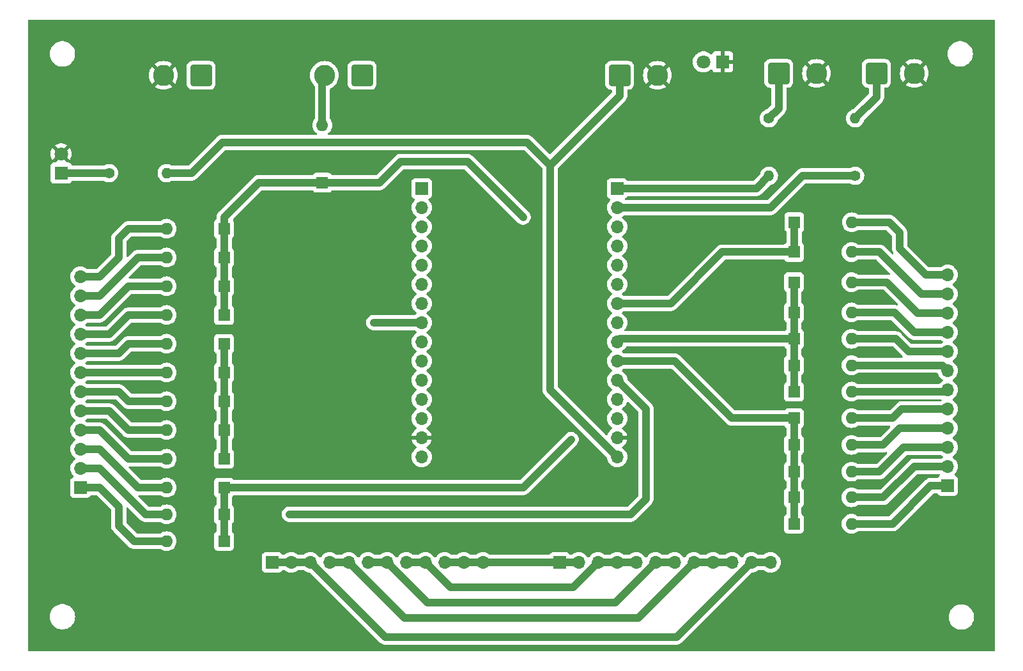
<source format=gbr>
%TF.GenerationSoftware,KiCad,Pcbnew,8.0.8*%
%TF.CreationDate,2025-03-04T16:09:32+01:00*%
%TF.ProjectId,PCB Symphonie,50434220-5379-46d7-9068-6f6e69652e6b,rev?*%
%TF.SameCoordinates,Original*%
%TF.FileFunction,Copper,L1,Top*%
%TF.FilePolarity,Positive*%
%FSLAX46Y46*%
G04 Gerber Fmt 4.6, Leading zero omitted, Abs format (unit mm)*
G04 Created by KiCad (PCBNEW 8.0.8) date 2025-03-04 16:09:32*
%MOMM*%
%LPD*%
G01*
G04 APERTURE LIST*
G04 Aperture macros list*
%AMRoundRect*
0 Rectangle with rounded corners*
0 $1 Rounding radius*
0 $2 $3 $4 $5 $6 $7 $8 $9 X,Y pos of 4 corners*
0 Add a 4 corners polygon primitive as box body*
4,1,4,$2,$3,$4,$5,$6,$7,$8,$9,$2,$3,0*
0 Add four circle primitives for the rounded corners*
1,1,$1+$1,$2,$3*
1,1,$1+$1,$4,$5*
1,1,$1+$1,$6,$7*
1,1,$1+$1,$8,$9*
0 Add four rect primitives between the rounded corners*
20,1,$1+$1,$2,$3,$4,$5,0*
20,1,$1+$1,$4,$5,$6,$7,0*
20,1,$1+$1,$6,$7,$8,$9,0*
20,1,$1+$1,$8,$9,$2,$3,0*%
G04 Aperture macros list end*
%TA.AperFunction,ComponentPad*%
%ADD10R,1.600000X1.600000*%
%TD*%
%TA.AperFunction,ComponentPad*%
%ADD11O,1.600000X1.600000*%
%TD*%
%TA.AperFunction,ComponentPad*%
%ADD12R,1.800000X1.800000*%
%TD*%
%TA.AperFunction,ComponentPad*%
%ADD13C,1.800000*%
%TD*%
%TA.AperFunction,ComponentPad*%
%ADD14R,1.700000X1.700000*%
%TD*%
%TA.AperFunction,ComponentPad*%
%ADD15O,1.700000X1.700000*%
%TD*%
%TA.AperFunction,ComponentPad*%
%ADD16RoundRect,0.250001X-1.149999X-1.149999X1.149999X-1.149999X1.149999X1.149999X-1.149999X1.149999X0*%
%TD*%
%TA.AperFunction,ComponentPad*%
%ADD17C,2.800000*%
%TD*%
%TA.AperFunction,ComponentPad*%
%ADD18C,1.400000*%
%TD*%
%TA.AperFunction,ComponentPad*%
%ADD19O,1.400000X1.400000*%
%TD*%
%TA.AperFunction,ComponentPad*%
%ADD20RoundRect,0.250001X1.149999X1.149999X-1.149999X1.149999X-1.149999X-1.149999X1.149999X-1.149999X0*%
%TD*%
%TA.AperFunction,ViaPad*%
%ADD21C,0.600000*%
%TD*%
%TA.AperFunction,Conductor*%
%ADD22C,1.000000*%
%TD*%
%TA.AperFunction,Conductor*%
%ADD23C,0.200000*%
%TD*%
G04 APERTURE END LIST*
D10*
%TO.P,D6,1,K*%
%TO.N,ROW1*%
X231724000Y-79310000D03*
D11*
%TO.P,D6,2,A*%
%TO.N,RF#*%
X239344000Y-79310000D03*
%TD*%
D10*
%TO.P,D21,1,K*%
%TO.N,ROW4*%
X156210000Y-61220000D03*
D11*
%TO.P,D21,2,A*%
%TO.N,RB2*%
X148590000Y-61220000D03*
%TD*%
D10*
%TO.P,D2,1,K*%
%TO.N,ROW0*%
X231724000Y-93410000D03*
D11*
%TO.P,D2,2,A*%
%TO.N,RD*%
X239344000Y-93410000D03*
%TD*%
D12*
%TO.P,D26,1,K*%
%TO.N,Earth*%
X222250000Y-39116000D03*
D13*
%TO.P,D26,2,A*%
%TO.N,LED BLE*%
X219710000Y-39116000D03*
%TD*%
D14*
%TO.P,J8,1,Pin_1*%
%TO.N,CA#2*%
X162560000Y-105410000D03*
D15*
%TO.P,J8,2,Pin_2*%
X165100000Y-105410000D03*
%TO.P,J8,3,Pin_3*%
X167640000Y-105410000D03*
%TO.P,J8,4,Pin_4*%
%TO.N,CA#*%
X170180000Y-105410000D03*
%TO.P,J8,5,Pin_5*%
X172720000Y-105410000D03*
%TO.P,J8,6,Pin_6*%
%TO.N,CA*%
X175260000Y-105410000D03*
%TO.P,J8,7,Pin_7*%
X177800000Y-105410000D03*
%TO.P,J8,8,Pin_8*%
%TO.N,CA2*%
X180340000Y-105410000D03*
%TO.P,J8,9,Pin_9*%
X182880000Y-105410000D03*
%TO.P,J8,10,Pin_10*%
%TO.N,CB2*%
X185420000Y-105410000D03*
%TO.P,J8,11,Pin_11*%
X187960000Y-105410000D03*
%TO.P,J8,12,Pin_12*%
X190500000Y-105410000D03*
%TD*%
D10*
%TO.P,D17,1,K*%
%TO.N,ROW4*%
X156210000Y-68840000D03*
D11*
%TO.P,D17,2,A*%
%TO.N,RA2*%
X148590000Y-68840000D03*
%TD*%
D10*
%TO.P,D3,1,K*%
%TO.N,ROW0*%
X231724000Y-89860000D03*
D11*
%TO.P,D3,2,A*%
%TO.N,RD#*%
X239344000Y-89860000D03*
%TD*%
D10*
%TO.P,D1,1,K*%
%TO.N,ROW0*%
X231724000Y-96810000D03*
D11*
%TO.P,D1,2,A*%
%TO.N,RC#*%
X239344000Y-96810000D03*
%TD*%
D10*
%TO.P,D8,1,K*%
%TO.N,ROW1*%
X231724000Y-72310000D03*
D11*
%TO.P,D8,2,A*%
%TO.N,RG#*%
X239344000Y-72310000D03*
%TD*%
D10*
%TO.P,D22,1,K*%
%TO.N,ROW3*%
X156210000Y-80270000D03*
D11*
%TO.P,D22,2,A*%
%TO.N,RF#2*%
X148590000Y-80270000D03*
%TD*%
D14*
%TO.P,J7,1,Pin_1*%
%TO.N,CB2*%
X200660000Y-105410000D03*
D15*
%TO.P,J7,2,Pin_2*%
X203200000Y-105410000D03*
%TO.P,J7,3,Pin_3*%
%TO.N,CA2*%
X205740000Y-105410000D03*
%TO.P,J7,4,Pin_4*%
X208280000Y-105410000D03*
%TO.P,J7,5,Pin_5*%
X210820000Y-105410000D03*
%TO.P,J7,6,Pin_6*%
%TO.N,CA*%
X213360000Y-105410000D03*
%TO.P,J7,7,Pin_7*%
X215900000Y-105410000D03*
%TO.P,J7,8,Pin_8*%
%TO.N,CA#*%
X218440000Y-105410000D03*
%TO.P,J7,9,Pin_9*%
X220980000Y-105410000D03*
%TO.P,J7,10,Pin_10*%
X223520000Y-105410000D03*
%TO.P,J7,11,Pin_11*%
%TO.N,CA#2*%
X226060000Y-105410000D03*
%TO.P,J7,12,Pin_12*%
X228600000Y-105410000D03*
%TD*%
D10*
%TO.P,D24,1,K*%
%TO.N,ROW3*%
X156210000Y-76460000D03*
D11*
%TO.P,D24,2,A*%
%TO.N,RG2*%
X148590000Y-76460000D03*
%TD*%
D10*
%TO.P,D0,1,K*%
%TO.N,ROW0*%
X231724000Y-100310000D03*
D11*
%TO.P,D0,2,A*%
%TO.N,RC*%
X239344000Y-100310000D03*
%TD*%
D14*
%TO.P,J6,1,Pin_1*%
%TO.N,Volume INPUT*%
X182372000Y-55880000D03*
D15*
%TO.P,J6,2,Pin_2*%
%TO.N,BATT LVL INPUT*%
X182372000Y-58420000D03*
%TO.P,J6,3,Pin_3*%
%TO.N,unconnected-(J6-Pin_3-Pad3)*%
X182372000Y-60960000D03*
%TO.P,J6,4,Pin_4*%
%TO.N,unconnected-(J6-Pin_4-Pad4)*%
X182372000Y-63500000D03*
%TO.P,J6,5,Pin_5*%
%TO.N,unconnected-(J6-Pin_5-Pad5)*%
X182372000Y-66040000D03*
%TO.P,J6,6,Pin_6*%
%TO.N,unconnected-(J6-Pin_6-Pad6)*%
X182372000Y-68580000D03*
%TO.P,J6,7,Pin_7*%
%TO.N,CA*%
X182372000Y-71120000D03*
%TO.P,J6,8,Pin_8*%
%TO.N,AMPLIFIER INPUT*%
X182372000Y-73660000D03*
%TO.P,J6,9,Pin_9*%
%TO.N,unconnected-(J6-Pin_9-Pad9)*%
X182372000Y-76200000D03*
%TO.P,J6,10,Pin_10*%
%TO.N,CA2*%
X182372000Y-78740000D03*
%TO.P,J6,11,Pin_11*%
%TO.N,CA#2*%
X182372000Y-81280000D03*
%TO.P,J6,12,Pin_12*%
%TO.N,CB2*%
X182372000Y-83820000D03*
%TO.P,J6,13,Pin_13*%
%TO.N,CA#*%
X182372000Y-86360000D03*
%TO.P,J6,14,Pin_14*%
%TO.N,Earth*%
X182372000Y-88900000D03*
%TO.P,J6,15,Pin_15*%
%TO.N,unconnected-(J6-Pin_15-Pad15)*%
X182372000Y-91440000D03*
%TD*%
D10*
%TO.P,D9,1,K*%
%TO.N,ROW1*%
X231724000Y-68310000D03*
D11*
%TO.P,D9,2,A*%
%TO.N,RA*%
X239344000Y-68310000D03*
%TD*%
D14*
%TO.P,J11,1,Pin_1*%
%TO.N,RC*%
X252084000Y-95250000D03*
D15*
%TO.P,J11,2,Pin_2*%
%TO.N,RC#*%
X252084000Y-92710000D03*
%TO.P,J11,3,Pin_3*%
%TO.N,RD*%
X252084000Y-90170000D03*
%TO.P,J11,4,Pin_4*%
%TO.N,RD#*%
X252084000Y-87630000D03*
%TO.P,J11,5,Pin_5*%
%TO.N,RE*%
X252084000Y-85090000D03*
%TO.P,J11,6,Pin_6*%
%TO.N,RF*%
X252084000Y-82550000D03*
%TO.P,J11,7,Pin_7*%
%TO.N,RF#*%
X252084000Y-80010000D03*
%TO.P,J11,8,Pin_8*%
%TO.N,RG*%
X252084000Y-77470000D03*
%TO.P,J11,9,Pin_9*%
%TO.N,RG#*%
X252084000Y-74930000D03*
%TO.P,J11,10,Pin_10*%
%TO.N,RA*%
X252084000Y-72390000D03*
%TO.P,J11,11,Pin_11*%
%TO.N,RA#*%
X252084000Y-69850000D03*
%TO.P,J11,12,Pin_12*%
%TO.N,RB*%
X252084000Y-67310000D03*
%TD*%
D16*
%TO.P,J1,1,Pin_1*%
%TO.N,Net-(J1-Pin_1)*%
X242650000Y-40640000D03*
D17*
%TO.P,J1,2,Pin_2*%
%TO.N,Earth*%
X247650000Y-40640000D03*
%TD*%
D18*
%TO.P,R1,1*%
%TO.N,Net-(D25-K)*%
X140970000Y-53848000D03*
D19*
%TO.P,R1,2*%
%TO.N,+3.3V*%
X148590000Y-53848000D03*
%TD*%
D10*
%TO.P,D7,1,K*%
%TO.N,ROW1*%
X231724000Y-75810000D03*
D11*
%TO.P,D7,2,A*%
%TO.N,RG*%
X239344000Y-75810000D03*
%TD*%
D10*
%TO.P,D4,1,K*%
%TO.N,ROW0*%
X231724000Y-86310000D03*
D11*
%TO.P,D4,2,A*%
%TO.N,RE*%
X239344000Y-86310000D03*
%TD*%
D14*
%TO.P,J9,1,Pin_1*%
%TO.N,RC2*%
X137160000Y-95510000D03*
D15*
%TO.P,J9,2,Pin_2*%
%TO.N,RC#2*%
X137160000Y-92970000D03*
%TO.P,J9,3,Pin_3*%
%TO.N,RD2*%
X137160000Y-90430000D03*
%TO.P,J9,4,Pin_4*%
%TO.N,RD#2*%
X137160000Y-87890000D03*
%TO.P,J9,5,Pin_5*%
%TO.N,RE2*%
X137160000Y-85350000D03*
%TO.P,J9,6,Pin_6*%
%TO.N,RF2*%
X137160000Y-82810000D03*
%TO.P,J9,7,Pin_7*%
%TO.N,RF#2*%
X137160000Y-80270000D03*
%TO.P,J9,8,Pin_8*%
%TO.N,RG2*%
X137160000Y-77730000D03*
%TO.P,J9,9,Pin_9*%
%TO.N,RG#2*%
X137160000Y-75190000D03*
%TO.P,J9,10,Pin_10*%
%TO.N,RA2*%
X137160000Y-72650000D03*
%TO.P,J9,11,Pin_11*%
%TO.N,RA#2*%
X137160000Y-70110000D03*
%TO.P,J9,12,Pin_12*%
%TO.N,RB2*%
X137160000Y-67570000D03*
%TD*%
D18*
%TO.P,R18,1*%
%TO.N,NEOPIX 2*%
X239826800Y-54203600D03*
D19*
%TO.P,R18,2*%
%TO.N,Net-(J1-Pin_1)*%
X239826800Y-46583600D03*
%TD*%
D10*
%TO.P,D5,1,K*%
%TO.N,ROW1*%
X231724000Y-82810000D03*
D11*
%TO.P,D5,2,A*%
%TO.N,RF*%
X239344000Y-82810000D03*
%TD*%
D10*
%TO.P,D16,1,K*%
%TO.N,ROW3*%
X156210000Y-91700000D03*
D11*
%TO.P,D16,2,A*%
%TO.N,RD#2*%
X148590000Y-91700000D03*
%TD*%
D10*
%TO.P,D19,1,K*%
%TO.N,ROW4*%
X156210000Y-65030000D03*
D11*
%TO.P,D19,2,A*%
%TO.N,RA#2*%
X148590000Y-65030000D03*
%TD*%
D16*
%TO.P,J2,1,Pin_1*%
%TO.N,Net-(J2-Pin_1)*%
X229696000Y-40640000D03*
D17*
%TO.P,J2,2,Pin_2*%
%TO.N,Earth*%
X234696000Y-40640000D03*
%TD*%
D10*
%TO.P,D13,1,K*%
%TO.N,ROW2*%
X156210000Y-99060000D03*
D11*
%TO.P,D13,2,A*%
%TO.N,RC#2*%
X148590000Y-99060000D03*
%TD*%
D10*
%TO.P,D18,1,K*%
%TO.N,ROW3*%
X156210000Y-87890000D03*
D11*
%TO.P,D18,2,A*%
%TO.N,RE2*%
X148590000Y-87890000D03*
%TD*%
D10*
%TO.P,D11,1,K*%
%TO.N,ROW2*%
X231762000Y-60360000D03*
D11*
%TO.P,D11,2,A*%
%TO.N,RB*%
X239382000Y-60360000D03*
%TD*%
D14*
%TO.P,J5,1,Pin_1*%
%TO.N,NEOPIX 1*%
X208280000Y-55880000D03*
D15*
%TO.P,J5,2,Pin_2*%
%TO.N,NEOPIX 2*%
X208280000Y-58420000D03*
%TO.P,J5,3,Pin_3*%
%TO.N,unconnected-(J5-Pin_3-Pad3)*%
X208280000Y-60960000D03*
%TO.P,J5,4,Pin_4*%
%TO.N,unconnected-(J5-Pin_4-Pad4)*%
X208280000Y-63500000D03*
%TO.P,J5,5,Pin_5*%
%TO.N,LED BLE*%
X208280000Y-66040000D03*
%TO.P,J5,6,Pin_6*%
%TO.N,ROW4*%
X208280000Y-68580000D03*
%TO.P,J5,7,Pin_7*%
%TO.N,ROW2*%
X208280000Y-71120000D03*
%TO.P,J5,8,Pin_8*%
%TO.N,unconnected-(J5-Pin_8-Pad8)*%
X208280000Y-73660000D03*
%TO.P,J5,9,Pin_9*%
%TO.N,ROW1*%
X208280000Y-76200000D03*
%TO.P,J5,10,Pin_10*%
%TO.N,ROW0*%
X208280000Y-78740000D03*
%TO.P,J5,11,Pin_11*%
%TO.N,ROW3*%
X208280000Y-81280000D03*
%TO.P,J5,12,Pin_12*%
%TO.N,unconnected-(J5-Pin_12-Pad12)*%
X208280000Y-83820000D03*
%TO.P,J5,13,Pin_13*%
%TO.N,unconnected-(J5-Pin_13-Pad13)*%
X208280000Y-86360000D03*
%TO.P,J5,14,Pin_14*%
%TO.N,Earth*%
X208280000Y-88900000D03*
%TO.P,J5,15,Pin_15*%
%TO.N,+3.3V*%
X208280000Y-91440000D03*
%TD*%
D10*
%TO.P,D15,1,K*%
%TO.N,ROW4*%
X156210000Y-72650000D03*
D11*
%TO.P,D15,2,A*%
%TO.N,RG#2*%
X148590000Y-72650000D03*
%TD*%
D10*
%TO.P,D12,1,K*%
%TO.N,ROW2*%
X156210000Y-102610000D03*
D11*
%TO.P,D12,2,A*%
%TO.N,RC2*%
X148590000Y-102610000D03*
%TD*%
D16*
%TO.P,J3,1,Pin_1*%
%TO.N,+3.3V*%
X208614000Y-40894000D03*
D17*
%TO.P,J3,2,Pin_2*%
%TO.N,Earth*%
X213614000Y-40894000D03*
%TD*%
D12*
%TO.P,D25,1,K*%
%TO.N,Net-(D25-K)*%
X134620000Y-53848000D03*
D13*
%TO.P,D25,2,A*%
%TO.N,Earth*%
X134620000Y-51308000D03*
%TD*%
D18*
%TO.P,R19,1*%
%TO.N,Net-(J2-Pin_1)*%
X228396800Y-46583600D03*
D19*
%TO.P,R19,2*%
%TO.N,NEOPIX 1*%
X228396800Y-54203600D03*
%TD*%
D20*
%TO.P,J4,1,Pin_1*%
%TO.N,AMPLIFIER INPUT*%
X153162000Y-40894000D03*
D17*
%TO.P,J4,2,Pin_2*%
%TO.N,Earth*%
X148162000Y-40894000D03*
%TD*%
D10*
%TO.P,D14,1,K*%
%TO.N,ROW2*%
X156210000Y-95510000D03*
D11*
%TO.P,D14,2,A*%
%TO.N,RD2*%
X148590000Y-95510000D03*
%TD*%
D10*
%TO.P,D20,1,K*%
%TO.N,ROW3*%
X156210000Y-84080000D03*
D11*
%TO.P,D20,2,A*%
%TO.N,RF2*%
X148590000Y-84080000D03*
%TD*%
D20*
%TO.P,J10,1,Pin_1*%
%TO.N,CA*%
X174498000Y-40894000D03*
D17*
%TO.P,J10,2,Pin_2*%
%TO.N,R_BTN*%
X169498000Y-40894000D03*
%TD*%
D10*
%TO.P,D23,1,K*%
%TO.N,ROW4*%
X169223500Y-55118000D03*
D11*
%TO.P,D23,2,A*%
%TO.N,R_BTN*%
X169223500Y-47498000D03*
%TD*%
D10*
%TO.P,D10,1,K*%
%TO.N,ROW2*%
X231724000Y-64310000D03*
D11*
%TO.P,D10,2,A*%
%TO.N,RA#*%
X239344000Y-64310000D03*
%TD*%
D21*
%TO.N,AMPLIFIER INPUT*%
X176022000Y-73660000D03*
%TO.N,ROW2*%
X202184000Y-89154000D03*
%TO.N,ROW4*%
X195834000Y-59690000D03*
%TO.N,ROW3*%
X164846000Y-99060000D03*
%TD*%
D22*
%TO.N,ROW0*%
X231724000Y-100310000D02*
X231724000Y-96810000D01*
X208280000Y-78740000D02*
X215900000Y-78740000D01*
X215900000Y-78740000D02*
X223470000Y-86310000D01*
X231724000Y-89860000D02*
X231724000Y-86310000D01*
X223470000Y-86310000D02*
X231724000Y-86310000D01*
X231724000Y-93410000D02*
X231724000Y-89860000D01*
X231724000Y-96810000D02*
X231724000Y-93410000D01*
%TO.N,RC*%
X244760000Y-100310000D02*
X249820000Y-95250000D01*
X239344000Y-100310000D02*
X244760000Y-100310000D01*
X249820000Y-95250000D02*
X252084000Y-95250000D01*
%TO.N,RC#*%
X239344000Y-96810000D02*
X243561000Y-96810000D01*
X247661000Y-92710000D02*
X252084000Y-92710000D01*
X243561000Y-96810000D02*
X247661000Y-92710000D01*
%TO.N,NEOPIX 1*%
X226720400Y-55880000D02*
X208280000Y-55880000D01*
X228396800Y-54203600D02*
X226720400Y-55880000D01*
%TO.N,NEOPIX 2*%
X239826800Y-54203600D02*
X232816400Y-54203600D01*
X232816400Y-54203600D02*
X228600000Y-58420000D01*
X228600000Y-58420000D02*
X208280000Y-58420000D01*
%TO.N,RD*%
X239344000Y-93410000D02*
X243024000Y-93410000D01*
X243024000Y-93410000D02*
X246264000Y-90170000D01*
X246264000Y-90170000D02*
X252084000Y-90170000D01*
%TO.N,AMPLIFIER INPUT*%
X176022000Y-73660000D02*
X182372000Y-73660000D01*
%TO.N,RD#*%
X243526000Y-89860000D02*
X245756000Y-87630000D01*
X245756000Y-87630000D02*
X252084000Y-87630000D01*
X239344000Y-89860000D02*
X243526000Y-89860000D01*
%TO.N,RE*%
X246010000Y-85090000D02*
X252084000Y-85090000D01*
X244790000Y-86310000D02*
X246010000Y-85090000D01*
X239344000Y-86310000D02*
X244790000Y-86310000D01*
%TO.N,RF*%
X251824000Y-82810000D02*
X252084000Y-82550000D01*
X239344000Y-82810000D02*
X251824000Y-82810000D01*
%TO.N,RF#*%
X239344000Y-79310000D02*
X251384000Y-79310000D01*
X251384000Y-79310000D02*
X252084000Y-80010000D01*
%TO.N,RG*%
X245228000Y-75810000D02*
X246888000Y-77470000D01*
X246888000Y-77470000D02*
X252084000Y-77470000D01*
X239344000Y-75810000D02*
X245228000Y-75810000D01*
%TO.N,RG#*%
X247650000Y-74930000D02*
X252084000Y-74930000D01*
X239344000Y-72310000D02*
X245030000Y-72310000D01*
X245030000Y-72310000D02*
X247650000Y-74930000D01*
%TO.N,RA*%
X248114000Y-72390000D02*
X252084000Y-72390000D01*
X239344000Y-68310000D02*
X244034000Y-68310000D01*
X244034000Y-68310000D02*
X248114000Y-72390000D01*
%TO.N,RA#*%
X243034000Y-64310000D02*
X248574000Y-69850000D01*
X239344000Y-64310000D02*
X243034000Y-64310000D01*
X248574000Y-69850000D02*
X252084000Y-69850000D01*
%TO.N,RB*%
X245732000Y-63868000D02*
X249174000Y-67310000D01*
X239154000Y-60360000D02*
X244346000Y-60360000D01*
X244346000Y-60360000D02*
X245732000Y-61746000D01*
X245732000Y-61746000D02*
X245732000Y-63868000D01*
X249174000Y-67310000D02*
X252084000Y-67310000D01*
%TO.N,RC2*%
X142240000Y-100590000D02*
X144260000Y-102610000D01*
X139700000Y-95510000D02*
X142240000Y-98050000D01*
X142240000Y-98050000D02*
X142240000Y-100590000D01*
X137160000Y-95510000D02*
X139700000Y-95510000D01*
X144260000Y-102610000D02*
X148590000Y-102610000D01*
%TO.N,RC#2*%
X137160000Y-92970000D02*
X139700000Y-92970000D01*
X145790000Y-99060000D02*
X148590000Y-99060000D01*
X139700000Y-92970000D02*
X145790000Y-99060000D01*
%TO.N,RD2*%
X144780000Y-95510000D02*
X148590000Y-95510000D01*
X137160000Y-90430000D02*
X139700000Y-90430000D01*
X139700000Y-90430000D02*
X144780000Y-95510000D01*
%TO.N,RG#2*%
X137160000Y-75190000D02*
X140970000Y-75190000D01*
X140970000Y-75190000D02*
X143510000Y-72650000D01*
X143510000Y-72650000D02*
X148590000Y-72650000D01*
%TO.N,+3.3V*%
X196342000Y-49784000D02*
X199390000Y-52832000D01*
X148590000Y-53848000D02*
X151892000Y-53848000D01*
D23*
X208280000Y-91440000D02*
X208026000Y-91440000D01*
D22*
X208280000Y-91440000D02*
X199390000Y-82550000D01*
X208614000Y-40894000D02*
X208614000Y-43608000D01*
X208614000Y-43608000D02*
X199390000Y-52832000D01*
X155956000Y-49784000D02*
X196342000Y-49784000D01*
X199390000Y-82550000D02*
X199390000Y-52832000D01*
X151892000Y-53848000D02*
X155956000Y-49784000D01*
D23*
X208026000Y-91440000D02*
X207772000Y-91694000D01*
D22*
%TO.N,CA*%
X177800000Y-105410000D02*
X183134000Y-110744000D01*
X208026000Y-110744000D02*
X213360000Y-105410000D01*
X177800000Y-105410000D02*
X175260000Y-105410000D01*
X213360000Y-105410000D02*
X215900000Y-105410000D01*
X183134000Y-110744000D02*
X208026000Y-110744000D01*
%TO.N,CA#*%
X180086000Y-112776000D02*
X211074000Y-112776000D01*
X172720000Y-105410000D02*
X180086000Y-112776000D01*
X220980000Y-105410000D02*
X223520000Y-105410000D01*
X172720000Y-105410000D02*
X170180000Y-105410000D01*
X218440000Y-105410000D02*
X220980000Y-105410000D01*
X211074000Y-112776000D02*
X218440000Y-105410000D01*
%TO.N,Net-(D25-K)*%
X134620000Y-53848000D02*
X140970000Y-53848000D01*
%TO.N,Net-(J1-Pin_1)*%
X242650000Y-43760400D02*
X239826800Y-46583600D01*
X242650000Y-40640000D02*
X242650000Y-43760400D01*
%TO.N,Net-(J2-Pin_1)*%
X229696000Y-45284400D02*
X228396800Y-46583600D01*
X229696000Y-40640000D02*
X229696000Y-45284400D01*
%TO.N,RD#2*%
X139700000Y-87890000D02*
X143510000Y-91700000D01*
X143510000Y-91700000D02*
X148590000Y-91700000D01*
X137160000Y-87890000D02*
X139700000Y-87890000D01*
%TO.N,RA2*%
X139700000Y-72650000D02*
X137160000Y-72650000D01*
X148590000Y-68840000D02*
X143510000Y-68840000D01*
X143510000Y-68840000D02*
X139700000Y-72650000D01*
%TO.N,RE2*%
X143510000Y-87890000D02*
X148590000Y-87890000D01*
X140970000Y-85350000D02*
X143510000Y-87890000D01*
X137160000Y-85350000D02*
X140970000Y-85350000D01*
%TO.N,RA#2*%
X139700000Y-70110000D02*
X137160000Y-70110000D01*
X148590000Y-65030000D02*
X144780000Y-65030000D01*
X144780000Y-65030000D02*
X139700000Y-70110000D01*
%TO.N,RF2*%
X137160000Y-82810000D02*
X142240000Y-82810000D01*
X142240000Y-82810000D02*
X143510000Y-84080000D01*
X143510000Y-84080000D02*
X148590000Y-84080000D01*
%TO.N,RB2*%
X148590000Y-61220000D02*
X143510000Y-61220000D01*
X142240000Y-65030000D02*
X139700000Y-67570000D01*
X142240000Y-62490000D02*
X142240000Y-65030000D01*
X139700000Y-67570000D02*
X137160000Y-67570000D01*
X143510000Y-61220000D02*
X142240000Y-62490000D01*
%TO.N,RF#2*%
X137160000Y-80270000D02*
X148590000Y-80270000D01*
%TO.N,R_BTN*%
X169223500Y-41168500D02*
X169498000Y-40894000D01*
X169223500Y-47498000D02*
X169223500Y-41168500D01*
%TO.N,RG2*%
X148590000Y-76460000D02*
X143510000Y-76460000D01*
X143510000Y-76460000D02*
X142240000Y-77730000D01*
X142240000Y-77730000D02*
X137160000Y-77730000D01*
%TO.N,CA#2*%
X167640000Y-105410000D02*
X177546000Y-115316000D01*
X216154000Y-115316000D02*
X226060000Y-105410000D01*
X162560000Y-105410000D02*
X165100000Y-105410000D01*
X167640000Y-105410000D02*
X165100000Y-105410000D01*
X226060000Y-105410000D02*
X228600000Y-105410000D01*
X177546000Y-115316000D02*
X216154000Y-115316000D01*
%TO.N,CA2*%
X202438000Y-108712000D02*
X205740000Y-105410000D01*
X186182000Y-108712000D02*
X202438000Y-108712000D01*
X210820000Y-105410000D02*
X208280000Y-105410000D01*
X182880000Y-105410000D02*
X180340000Y-105410000D01*
X208280000Y-105410000D02*
X205740000Y-105410000D01*
X182880000Y-105410000D02*
X186182000Y-108712000D01*
%TO.N,CB2*%
X190500000Y-105410000D02*
X187960000Y-105410000D01*
X200660000Y-105410000D02*
X190500000Y-105410000D01*
X185420000Y-105410000D02*
X187960000Y-105410000D01*
X200660000Y-105410000D02*
X203200000Y-105410000D01*
%TO.N,ROW1*%
X208670000Y-75810000D02*
X208280000Y-76200000D01*
X231724000Y-75810000D02*
X231724000Y-72310000D01*
X231724000Y-75810000D02*
X208670000Y-75810000D01*
X231724000Y-72310000D02*
X231724000Y-68310000D01*
X231724000Y-79310000D02*
X231724000Y-75810000D01*
X231724000Y-82810000D02*
X231724000Y-79310000D01*
%TO.N,ROW2*%
X156210000Y-95510000D02*
X156210000Y-99060000D01*
X195828000Y-95510000D02*
X202184000Y-89154000D01*
X156210000Y-95510000D02*
X195828000Y-95510000D01*
X215392000Y-71120000D02*
X222202000Y-64310000D01*
X231762000Y-60360000D02*
X231762000Y-64272000D01*
X208280000Y-71120000D02*
X215392000Y-71120000D01*
X222202000Y-64310000D02*
X231724000Y-64310000D01*
X231762000Y-64272000D02*
X231724000Y-64310000D01*
X156210000Y-102610000D02*
X156210000Y-99060000D01*
%TO.N,ROW4*%
X156210000Y-61220000D02*
X156210000Y-65030000D01*
X169223500Y-55118000D02*
X160782000Y-55118000D01*
X156210000Y-72650000D02*
X156210000Y-68840000D01*
X176784000Y-55118000D02*
X179578000Y-52324000D01*
X156210000Y-61220000D02*
X156210000Y-59690000D01*
X160782000Y-55118000D02*
X156210000Y-59690000D01*
X179578000Y-52324000D02*
X188468000Y-52324000D01*
X156210000Y-65030000D02*
X156210000Y-68840000D01*
X169223500Y-55118000D02*
X176784000Y-55118000D01*
X188468000Y-52324000D02*
X195834000Y-59690000D01*
%TO.N,ROW3*%
X156210000Y-84080000D02*
X156210000Y-87890000D01*
X156210000Y-84080000D02*
X156210000Y-80270000D01*
X164846000Y-99060000D02*
X210058000Y-99060000D01*
X212090000Y-97028000D02*
X212090000Y-85090000D01*
X210058000Y-99060000D02*
X212090000Y-97028000D01*
X156210000Y-80270000D02*
X156210000Y-76460000D01*
X156210000Y-91700000D02*
X156210000Y-87890000D01*
X212090000Y-85090000D02*
X208280000Y-81280000D01*
%TD*%
%TA.AperFunction,Conductor*%
%TO.N,Earth*%
G36*
X258322539Y-33540185D02*
G01*
X258368294Y-33592989D01*
X258379500Y-33644500D01*
X258379500Y-117075500D01*
X258359815Y-117142539D01*
X258307011Y-117188294D01*
X258255500Y-117199500D01*
X130364500Y-117199500D01*
X130297461Y-117179815D01*
X130251706Y-117127011D01*
X130240500Y-117075500D01*
X130240500Y-112623595D01*
X133089988Y-112623595D01*
X133089988Y-112623604D01*
X133108809Y-112874765D01*
X133123557Y-112939379D01*
X133164857Y-113120325D01*
X133256876Y-113354786D01*
X133382813Y-113572914D01*
X133454361Y-113662632D01*
X133539855Y-113769839D01*
X133714150Y-113931560D01*
X133724488Y-113941152D01*
X133932594Y-114083036D01*
X134159523Y-114192320D01*
X134400205Y-114266560D01*
X134649264Y-114304100D01*
X134649265Y-114304100D01*
X134901135Y-114304100D01*
X134901136Y-114304100D01*
X135150195Y-114266560D01*
X135390877Y-114192320D01*
X135617806Y-114083036D01*
X135825912Y-113941152D01*
X136010548Y-113769835D01*
X136167587Y-113572914D01*
X136293524Y-113354786D01*
X136385543Y-113120325D01*
X136441590Y-112874768D01*
X136456815Y-112671600D01*
X136460412Y-112623604D01*
X136460412Y-112623595D01*
X136441590Y-112372434D01*
X136441590Y-112372432D01*
X136385543Y-112126875D01*
X136293524Y-111892414D01*
X136167587Y-111674286D01*
X136010548Y-111477365D01*
X136010547Y-111477364D01*
X136010544Y-111477360D01*
X135825912Y-111306048D01*
X135688209Y-111212164D01*
X135617806Y-111164164D01*
X135617803Y-111164163D01*
X135617801Y-111164161D01*
X135390877Y-111054880D01*
X135150203Y-110980642D01*
X135150199Y-110980641D01*
X135150195Y-110980640D01*
X135030393Y-110962582D01*
X134901141Y-110943100D01*
X134901136Y-110943100D01*
X134649264Y-110943100D01*
X134649258Y-110943100D01*
X134494155Y-110966479D01*
X134400205Y-110980640D01*
X134400202Y-110980641D01*
X134400196Y-110980642D01*
X134159522Y-111054880D01*
X133932598Y-111164161D01*
X133724487Y-111306048D01*
X133539855Y-111477360D01*
X133382813Y-111674286D01*
X133256876Y-111892413D01*
X133164859Y-112126869D01*
X133164854Y-112126886D01*
X133108809Y-112372434D01*
X133089988Y-112623595D01*
X130240500Y-112623595D01*
X130240500Y-104512135D01*
X161209500Y-104512135D01*
X161209500Y-106307870D01*
X161209501Y-106307876D01*
X161215908Y-106367483D01*
X161266202Y-106502328D01*
X161266206Y-106502335D01*
X161352452Y-106617544D01*
X161352455Y-106617547D01*
X161467664Y-106703793D01*
X161467671Y-106703797D01*
X161602517Y-106754091D01*
X161602516Y-106754091D01*
X161609444Y-106754835D01*
X161662127Y-106760500D01*
X163457872Y-106760499D01*
X163517483Y-106754091D01*
X163652331Y-106703796D01*
X163767546Y-106617546D01*
X163853796Y-106502331D01*
X163857960Y-106491165D01*
X163899829Y-106435234D01*
X163965293Y-106410816D01*
X163974141Y-106410500D01*
X164139242Y-106410500D01*
X164206281Y-106430185D01*
X164226923Y-106446819D01*
X164228599Y-106448495D01*
X164325384Y-106516265D01*
X164422165Y-106584032D01*
X164422167Y-106584033D01*
X164422170Y-106584035D01*
X164636337Y-106683903D01*
X164864592Y-106745063D01*
X165041034Y-106760500D01*
X165099999Y-106765659D01*
X165100000Y-106765659D01*
X165100001Y-106765659D01*
X165158966Y-106760500D01*
X165335408Y-106745063D01*
X165563663Y-106683903D01*
X165777830Y-106584035D01*
X165971401Y-106448495D01*
X165973077Y-106446819D01*
X165973995Y-106446317D01*
X165975544Y-106445018D01*
X165975805Y-106445329D01*
X166034400Y-106413334D01*
X166060758Y-106410500D01*
X166679242Y-106410500D01*
X166746281Y-106430185D01*
X166766923Y-106446819D01*
X166768599Y-106448495D01*
X166865384Y-106516265D01*
X166962165Y-106584032D01*
X166962167Y-106584033D01*
X166962170Y-106584035D01*
X167176337Y-106683903D01*
X167404592Y-106745063D01*
X167530097Y-106756043D01*
X167595165Y-106781495D01*
X167606970Y-106791890D01*
X176908215Y-116093137D01*
X176908219Y-116093140D01*
X177072079Y-116202628D01*
X177072085Y-116202631D01*
X177072086Y-116202632D01*
X177254165Y-116278052D01*
X177447455Y-116316500D01*
X177447458Y-116316501D01*
X177447460Y-116316501D01*
X177650655Y-116316501D01*
X177650675Y-116316500D01*
X216252542Y-116316500D01*
X216271870Y-116312655D01*
X216349188Y-116297275D01*
X216445836Y-116278051D01*
X216499165Y-116255961D01*
X216627914Y-116202632D01*
X216791782Y-116093139D01*
X216931139Y-115953782D01*
X216931139Y-115953780D01*
X216941347Y-115943573D01*
X216941348Y-115943570D01*
X220213323Y-112671595D01*
X252210388Y-112671595D01*
X252210388Y-112671604D01*
X252229209Y-112922765D01*
X252274301Y-113120325D01*
X252285257Y-113168325D01*
X252377276Y-113402786D01*
X252503213Y-113620914D01*
X252630052Y-113779966D01*
X252660255Y-113817839D01*
X252793155Y-113941151D01*
X252844888Y-113989152D01*
X253052994Y-114131036D01*
X253279923Y-114240320D01*
X253520605Y-114314560D01*
X253769664Y-114352100D01*
X253769665Y-114352100D01*
X254021535Y-114352100D01*
X254021536Y-114352100D01*
X254270595Y-114314560D01*
X254511277Y-114240320D01*
X254738206Y-114131036D01*
X254946312Y-113989152D01*
X255130948Y-113817835D01*
X255287987Y-113620914D01*
X255413924Y-113402786D01*
X255505943Y-113168325D01*
X255561990Y-112922768D01*
X255580812Y-112671600D01*
X255577215Y-112623604D01*
X255561990Y-112420434D01*
X255561990Y-112420432D01*
X255505943Y-112174875D01*
X255413924Y-111940414D01*
X255287987Y-111722286D01*
X255130948Y-111525365D01*
X255130947Y-111525364D01*
X255130944Y-111525360D01*
X254946312Y-111354048D01*
X254875909Y-111306048D01*
X254738206Y-111212164D01*
X254738203Y-111212163D01*
X254738201Y-111212161D01*
X254511277Y-111102880D01*
X254270603Y-111028642D01*
X254270599Y-111028641D01*
X254270595Y-111028640D01*
X254150793Y-111010582D01*
X254021541Y-110991100D01*
X254021536Y-110991100D01*
X253769664Y-110991100D01*
X253769658Y-110991100D01*
X253614555Y-111014479D01*
X253520605Y-111028640D01*
X253520602Y-111028641D01*
X253520596Y-111028642D01*
X253279922Y-111102880D01*
X253052998Y-111212161D01*
X252844887Y-111354048D01*
X252660255Y-111525360D01*
X252503213Y-111722286D01*
X252377276Y-111940413D01*
X252285259Y-112174869D01*
X252285254Y-112174886D01*
X252229209Y-112420434D01*
X252210388Y-112671595D01*
X220213323Y-112671595D01*
X226093031Y-106791888D01*
X226154352Y-106758405D01*
X226169896Y-106756044D01*
X226295408Y-106745063D01*
X226523663Y-106683903D01*
X226737830Y-106584035D01*
X226931401Y-106448495D01*
X226933077Y-106446819D01*
X226933995Y-106446317D01*
X226935544Y-106445018D01*
X226935805Y-106445329D01*
X226994400Y-106413334D01*
X227020758Y-106410500D01*
X227639242Y-106410500D01*
X227706281Y-106430185D01*
X227726923Y-106446819D01*
X227728599Y-106448495D01*
X227825384Y-106516265D01*
X227922165Y-106584032D01*
X227922167Y-106584033D01*
X227922170Y-106584035D01*
X228136337Y-106683903D01*
X228364592Y-106745063D01*
X228541034Y-106760500D01*
X228599999Y-106765659D01*
X228600000Y-106765659D01*
X228600001Y-106765659D01*
X228658966Y-106760500D01*
X228835408Y-106745063D01*
X229063663Y-106683903D01*
X229277830Y-106584035D01*
X229471401Y-106448495D01*
X229638495Y-106281401D01*
X229774035Y-106087830D01*
X229873903Y-105873663D01*
X229935063Y-105645408D01*
X229955659Y-105410000D01*
X229935063Y-105174592D01*
X229873903Y-104946337D01*
X229774035Y-104732171D01*
X229768425Y-104724158D01*
X229638494Y-104538597D01*
X229471402Y-104371506D01*
X229471395Y-104371501D01*
X229277834Y-104235967D01*
X229277830Y-104235965D01*
X229277828Y-104235964D01*
X229063663Y-104136097D01*
X229063659Y-104136096D01*
X229063655Y-104136094D01*
X228835413Y-104074938D01*
X228835403Y-104074936D01*
X228600001Y-104054341D01*
X228599999Y-104054341D01*
X228364596Y-104074936D01*
X228364586Y-104074938D01*
X228136344Y-104136094D01*
X228136335Y-104136098D01*
X227922171Y-104235964D01*
X227922169Y-104235965D01*
X227728597Y-104371505D01*
X227726922Y-104373181D01*
X227726000Y-104373684D01*
X227724449Y-104374986D01*
X227724187Y-104374674D01*
X227665599Y-104406666D01*
X227639241Y-104409500D01*
X227020758Y-104409500D01*
X226953719Y-104389815D01*
X226933077Y-104373181D01*
X226931402Y-104371506D01*
X226931395Y-104371501D01*
X226737834Y-104235967D01*
X226737830Y-104235965D01*
X226737828Y-104235964D01*
X226523663Y-104136097D01*
X226523659Y-104136096D01*
X226523655Y-104136094D01*
X226295413Y-104074938D01*
X226295403Y-104074936D01*
X226060001Y-104054341D01*
X226059999Y-104054341D01*
X225824596Y-104074936D01*
X225824586Y-104074938D01*
X225596344Y-104136094D01*
X225596335Y-104136098D01*
X225382171Y-104235964D01*
X225382169Y-104235965D01*
X225188597Y-104371505D01*
X225021505Y-104538597D01*
X224891575Y-104724158D01*
X224836998Y-104767783D01*
X224767500Y-104774977D01*
X224705145Y-104743454D01*
X224688425Y-104724158D01*
X224558494Y-104538597D01*
X224391402Y-104371506D01*
X224391395Y-104371501D01*
X224197834Y-104235967D01*
X224197830Y-104235965D01*
X224197828Y-104235964D01*
X223983663Y-104136097D01*
X223983659Y-104136096D01*
X223983655Y-104136094D01*
X223755413Y-104074938D01*
X223755403Y-104074936D01*
X223520001Y-104054341D01*
X223519999Y-104054341D01*
X223284596Y-104074936D01*
X223284586Y-104074938D01*
X223056344Y-104136094D01*
X223056335Y-104136098D01*
X222842171Y-104235964D01*
X222842169Y-104235965D01*
X222648597Y-104371505D01*
X222646922Y-104373181D01*
X222646000Y-104373684D01*
X222644449Y-104374986D01*
X222644187Y-104374674D01*
X222585599Y-104406666D01*
X222559241Y-104409500D01*
X221940758Y-104409500D01*
X221873719Y-104389815D01*
X221853077Y-104373181D01*
X221851402Y-104371506D01*
X221851395Y-104371501D01*
X221657834Y-104235967D01*
X221657830Y-104235965D01*
X221657828Y-104235964D01*
X221443663Y-104136097D01*
X221443659Y-104136096D01*
X221443655Y-104136094D01*
X221215413Y-104074938D01*
X221215403Y-104074936D01*
X220980001Y-104054341D01*
X220979999Y-104054341D01*
X220744596Y-104074936D01*
X220744586Y-104074938D01*
X220516344Y-104136094D01*
X220516335Y-104136098D01*
X220302171Y-104235964D01*
X220302169Y-104235965D01*
X220108597Y-104371505D01*
X220106922Y-104373181D01*
X220106000Y-104373684D01*
X220104449Y-104374986D01*
X220104187Y-104374674D01*
X220045599Y-104406666D01*
X220019241Y-104409500D01*
X219400758Y-104409500D01*
X219333719Y-104389815D01*
X219313077Y-104373181D01*
X219311402Y-104371506D01*
X219311395Y-104371501D01*
X219117834Y-104235967D01*
X219117830Y-104235965D01*
X219117828Y-104235964D01*
X218903663Y-104136097D01*
X218903659Y-104136096D01*
X218903655Y-104136094D01*
X218675413Y-104074938D01*
X218675403Y-104074936D01*
X218440001Y-104054341D01*
X218439999Y-104054341D01*
X218204596Y-104074936D01*
X218204586Y-104074938D01*
X217976344Y-104136094D01*
X217976335Y-104136098D01*
X217762171Y-104235964D01*
X217762169Y-104235965D01*
X217568597Y-104371505D01*
X217401505Y-104538597D01*
X217271575Y-104724158D01*
X217216998Y-104767783D01*
X217147500Y-104774977D01*
X217085145Y-104743454D01*
X217068425Y-104724158D01*
X216938494Y-104538597D01*
X216771402Y-104371506D01*
X216771395Y-104371501D01*
X216577834Y-104235967D01*
X216577830Y-104235965D01*
X216577828Y-104235964D01*
X216363663Y-104136097D01*
X216363659Y-104136096D01*
X216363655Y-104136094D01*
X216135413Y-104074938D01*
X216135403Y-104074936D01*
X215900001Y-104054341D01*
X215899999Y-104054341D01*
X215664596Y-104074936D01*
X215664586Y-104074938D01*
X215436344Y-104136094D01*
X215436335Y-104136098D01*
X215222171Y-104235964D01*
X215222169Y-104235965D01*
X215028597Y-104371505D01*
X215026922Y-104373181D01*
X215026000Y-104373684D01*
X215024449Y-104374986D01*
X215024187Y-104374674D01*
X214965599Y-104406666D01*
X214939241Y-104409500D01*
X214320758Y-104409500D01*
X214253719Y-104389815D01*
X214233077Y-104373181D01*
X214231402Y-104371506D01*
X214231395Y-104371501D01*
X214037834Y-104235967D01*
X214037830Y-104235965D01*
X214037828Y-104235964D01*
X213823663Y-104136097D01*
X213823659Y-104136096D01*
X213823655Y-104136094D01*
X213595413Y-104074938D01*
X213595403Y-104074936D01*
X213360001Y-104054341D01*
X213359999Y-104054341D01*
X213124596Y-104074936D01*
X213124586Y-104074938D01*
X212896344Y-104136094D01*
X212896335Y-104136098D01*
X212682171Y-104235964D01*
X212682169Y-104235965D01*
X212488597Y-104371505D01*
X212321505Y-104538597D01*
X212191575Y-104724158D01*
X212136998Y-104767783D01*
X212067500Y-104774977D01*
X212005145Y-104743454D01*
X211988425Y-104724158D01*
X211858494Y-104538597D01*
X211691402Y-104371506D01*
X211691395Y-104371501D01*
X211497834Y-104235967D01*
X211497830Y-104235965D01*
X211497828Y-104235964D01*
X211283663Y-104136097D01*
X211283659Y-104136096D01*
X211283655Y-104136094D01*
X211055413Y-104074938D01*
X211055403Y-104074936D01*
X210820001Y-104054341D01*
X210819999Y-104054341D01*
X210584596Y-104074936D01*
X210584586Y-104074938D01*
X210356344Y-104136094D01*
X210356335Y-104136098D01*
X210142171Y-104235964D01*
X210142169Y-104235965D01*
X209948597Y-104371505D01*
X209946922Y-104373181D01*
X209946000Y-104373684D01*
X209944449Y-104374986D01*
X209944187Y-104374674D01*
X209885599Y-104406666D01*
X209859241Y-104409500D01*
X209240758Y-104409500D01*
X209173719Y-104389815D01*
X209153077Y-104373181D01*
X209151402Y-104371506D01*
X209151395Y-104371501D01*
X208957834Y-104235967D01*
X208957830Y-104235965D01*
X208957828Y-104235964D01*
X208743663Y-104136097D01*
X208743659Y-104136096D01*
X208743655Y-104136094D01*
X208515413Y-104074938D01*
X208515403Y-104074936D01*
X208280001Y-104054341D01*
X208279999Y-104054341D01*
X208044596Y-104074936D01*
X208044586Y-104074938D01*
X207816344Y-104136094D01*
X207816335Y-104136098D01*
X207602171Y-104235964D01*
X207602169Y-104235965D01*
X207408597Y-104371505D01*
X207406922Y-104373181D01*
X207406000Y-104373684D01*
X207404449Y-104374986D01*
X207404187Y-104374674D01*
X207345599Y-104406666D01*
X207319241Y-104409500D01*
X206700758Y-104409500D01*
X206633719Y-104389815D01*
X206613077Y-104373181D01*
X206611402Y-104371506D01*
X206611395Y-104371501D01*
X206417834Y-104235967D01*
X206417830Y-104235965D01*
X206417828Y-104235964D01*
X206203663Y-104136097D01*
X206203659Y-104136096D01*
X206203655Y-104136094D01*
X205975413Y-104074938D01*
X205975403Y-104074936D01*
X205740001Y-104054341D01*
X205739999Y-104054341D01*
X205504596Y-104074936D01*
X205504586Y-104074938D01*
X205276344Y-104136094D01*
X205276335Y-104136098D01*
X205062171Y-104235964D01*
X205062169Y-104235965D01*
X204868597Y-104371505D01*
X204701505Y-104538597D01*
X204571575Y-104724158D01*
X204516998Y-104767783D01*
X204447500Y-104774977D01*
X204385145Y-104743454D01*
X204368425Y-104724158D01*
X204238494Y-104538597D01*
X204071402Y-104371506D01*
X204071395Y-104371501D01*
X203877834Y-104235967D01*
X203877830Y-104235965D01*
X203877828Y-104235964D01*
X203663663Y-104136097D01*
X203663659Y-104136096D01*
X203663655Y-104136094D01*
X203435413Y-104074938D01*
X203435403Y-104074936D01*
X203200001Y-104054341D01*
X203199999Y-104054341D01*
X202964596Y-104074936D01*
X202964586Y-104074938D01*
X202736344Y-104136094D01*
X202736335Y-104136098D01*
X202522171Y-104235964D01*
X202522169Y-104235965D01*
X202328597Y-104371505D01*
X202326922Y-104373181D01*
X202326000Y-104373684D01*
X202324449Y-104374986D01*
X202324187Y-104374674D01*
X202265599Y-104406666D01*
X202239241Y-104409500D01*
X202074141Y-104409500D01*
X202007102Y-104389815D01*
X201961347Y-104337011D01*
X201957969Y-104328859D01*
X201953796Y-104317669D01*
X201953793Y-104317665D01*
X201953793Y-104317664D01*
X201867547Y-104202455D01*
X201867544Y-104202452D01*
X201752335Y-104116206D01*
X201752328Y-104116202D01*
X201617482Y-104065908D01*
X201617483Y-104065908D01*
X201557883Y-104059501D01*
X201557881Y-104059500D01*
X201557873Y-104059500D01*
X201557864Y-104059500D01*
X199762129Y-104059500D01*
X199762123Y-104059501D01*
X199702516Y-104065908D01*
X199567671Y-104116202D01*
X199567664Y-104116206D01*
X199452455Y-104202452D01*
X199452452Y-104202455D01*
X199366206Y-104317664D01*
X199366204Y-104317668D01*
X199366204Y-104317669D01*
X199362039Y-104328834D01*
X199320171Y-104384766D01*
X199254707Y-104409184D01*
X199245859Y-104409500D01*
X191460758Y-104409500D01*
X191393719Y-104389815D01*
X191373077Y-104373181D01*
X191371402Y-104371506D01*
X191371395Y-104371501D01*
X191177834Y-104235967D01*
X191177830Y-104235965D01*
X191177828Y-104235964D01*
X190963663Y-104136097D01*
X190963659Y-104136096D01*
X190963655Y-104136094D01*
X190735413Y-104074938D01*
X190735403Y-104074936D01*
X190500001Y-104054341D01*
X190499999Y-104054341D01*
X190264596Y-104074936D01*
X190264586Y-104074938D01*
X190036344Y-104136094D01*
X190036335Y-104136098D01*
X189822171Y-104235964D01*
X189822169Y-104235965D01*
X189628597Y-104371505D01*
X189626922Y-104373181D01*
X189626000Y-104373684D01*
X189624449Y-104374986D01*
X189624187Y-104374674D01*
X189565599Y-104406666D01*
X189539241Y-104409500D01*
X188920758Y-104409500D01*
X188853719Y-104389815D01*
X188833077Y-104373181D01*
X188831402Y-104371506D01*
X188831395Y-104371501D01*
X188637834Y-104235967D01*
X188637830Y-104235965D01*
X188637828Y-104235964D01*
X188423663Y-104136097D01*
X188423659Y-104136096D01*
X188423655Y-104136094D01*
X188195413Y-104074938D01*
X188195403Y-104074936D01*
X187960001Y-104054341D01*
X187959999Y-104054341D01*
X187724596Y-104074936D01*
X187724586Y-104074938D01*
X187496344Y-104136094D01*
X187496335Y-104136098D01*
X187282171Y-104235964D01*
X187282169Y-104235965D01*
X187088597Y-104371505D01*
X187086922Y-104373181D01*
X187086000Y-104373684D01*
X187084449Y-104374986D01*
X187084187Y-104374674D01*
X187025599Y-104406666D01*
X186999241Y-104409500D01*
X186380758Y-104409500D01*
X186313719Y-104389815D01*
X186293077Y-104373181D01*
X186291402Y-104371506D01*
X186291395Y-104371501D01*
X186097834Y-104235967D01*
X186097830Y-104235965D01*
X186097828Y-104235964D01*
X185883663Y-104136097D01*
X185883659Y-104136096D01*
X185883655Y-104136094D01*
X185655413Y-104074938D01*
X185655403Y-104074936D01*
X185420001Y-104054341D01*
X185419999Y-104054341D01*
X185184596Y-104074936D01*
X185184586Y-104074938D01*
X184956344Y-104136094D01*
X184956335Y-104136098D01*
X184742171Y-104235964D01*
X184742169Y-104235965D01*
X184548597Y-104371505D01*
X184381505Y-104538597D01*
X184251575Y-104724158D01*
X184196998Y-104767783D01*
X184127500Y-104774977D01*
X184065145Y-104743454D01*
X184048425Y-104724158D01*
X183918494Y-104538597D01*
X183751402Y-104371506D01*
X183751395Y-104371501D01*
X183557834Y-104235967D01*
X183557830Y-104235965D01*
X183557828Y-104235964D01*
X183343663Y-104136097D01*
X183343659Y-104136096D01*
X183343655Y-104136094D01*
X183115413Y-104074938D01*
X183115403Y-104074936D01*
X182880001Y-104054341D01*
X182879999Y-104054341D01*
X182644596Y-104074936D01*
X182644586Y-104074938D01*
X182416344Y-104136094D01*
X182416335Y-104136098D01*
X182202171Y-104235964D01*
X182202169Y-104235965D01*
X182008597Y-104371505D01*
X182006922Y-104373181D01*
X182006000Y-104373684D01*
X182004449Y-104374986D01*
X182004187Y-104374674D01*
X181945599Y-104406666D01*
X181919241Y-104409500D01*
X181300758Y-104409500D01*
X181233719Y-104389815D01*
X181213077Y-104373181D01*
X181211402Y-104371506D01*
X181211395Y-104371501D01*
X181017834Y-104235967D01*
X181017830Y-104235965D01*
X181017828Y-104235964D01*
X180803663Y-104136097D01*
X180803659Y-104136096D01*
X180803655Y-104136094D01*
X180575413Y-104074938D01*
X180575403Y-104074936D01*
X180340001Y-104054341D01*
X180339999Y-104054341D01*
X180104596Y-104074936D01*
X180104586Y-104074938D01*
X179876344Y-104136094D01*
X179876335Y-104136098D01*
X179662171Y-104235964D01*
X179662169Y-104235965D01*
X179468597Y-104371505D01*
X179301505Y-104538597D01*
X179171575Y-104724158D01*
X179116998Y-104767783D01*
X179047500Y-104774977D01*
X178985145Y-104743454D01*
X178968425Y-104724158D01*
X178838494Y-104538597D01*
X178671402Y-104371506D01*
X178671395Y-104371501D01*
X178477834Y-104235967D01*
X178477830Y-104235965D01*
X178477828Y-104235964D01*
X178263663Y-104136097D01*
X178263659Y-104136096D01*
X178263655Y-104136094D01*
X178035413Y-104074938D01*
X178035403Y-104074936D01*
X177800001Y-104054341D01*
X177799999Y-104054341D01*
X177564596Y-104074936D01*
X177564586Y-104074938D01*
X177336344Y-104136094D01*
X177336335Y-104136098D01*
X177122171Y-104235964D01*
X177122169Y-104235965D01*
X176928597Y-104371505D01*
X176926922Y-104373181D01*
X176926000Y-104373684D01*
X176924449Y-104374986D01*
X176924187Y-104374674D01*
X176865599Y-104406666D01*
X176839241Y-104409500D01*
X176220758Y-104409500D01*
X176153719Y-104389815D01*
X176133077Y-104373181D01*
X176131402Y-104371506D01*
X176131395Y-104371501D01*
X175937834Y-104235967D01*
X175937830Y-104235965D01*
X175937828Y-104235964D01*
X175723663Y-104136097D01*
X175723659Y-104136096D01*
X175723655Y-104136094D01*
X175495413Y-104074938D01*
X175495403Y-104074936D01*
X175260001Y-104054341D01*
X175259999Y-104054341D01*
X175024596Y-104074936D01*
X175024586Y-104074938D01*
X174796344Y-104136094D01*
X174796335Y-104136098D01*
X174582171Y-104235964D01*
X174582169Y-104235965D01*
X174388597Y-104371505D01*
X174221505Y-104538597D01*
X174091575Y-104724158D01*
X174036998Y-104767783D01*
X173967500Y-104774977D01*
X173905145Y-104743454D01*
X173888425Y-104724158D01*
X173758494Y-104538597D01*
X173591402Y-104371506D01*
X173591395Y-104371501D01*
X173397834Y-104235967D01*
X173397830Y-104235965D01*
X173397828Y-104235964D01*
X173183663Y-104136097D01*
X173183659Y-104136096D01*
X173183655Y-104136094D01*
X172955413Y-104074938D01*
X172955403Y-104074936D01*
X172720001Y-104054341D01*
X172719999Y-104054341D01*
X172484596Y-104074936D01*
X172484586Y-104074938D01*
X172256344Y-104136094D01*
X172256335Y-104136098D01*
X172042171Y-104235964D01*
X172042169Y-104235965D01*
X171848597Y-104371505D01*
X171846922Y-104373181D01*
X171846000Y-104373684D01*
X171844449Y-104374986D01*
X171844187Y-104374674D01*
X171785599Y-104406666D01*
X171759241Y-104409500D01*
X171140758Y-104409500D01*
X171073719Y-104389815D01*
X171053077Y-104373181D01*
X171051402Y-104371506D01*
X171051395Y-104371501D01*
X170857834Y-104235967D01*
X170857830Y-104235965D01*
X170857828Y-104235964D01*
X170643663Y-104136097D01*
X170643659Y-104136096D01*
X170643655Y-104136094D01*
X170415413Y-104074938D01*
X170415403Y-104074936D01*
X170180001Y-104054341D01*
X170179999Y-104054341D01*
X169944596Y-104074936D01*
X169944586Y-104074938D01*
X169716344Y-104136094D01*
X169716335Y-104136098D01*
X169502171Y-104235964D01*
X169502169Y-104235965D01*
X169308597Y-104371505D01*
X169141505Y-104538597D01*
X169011575Y-104724158D01*
X168956998Y-104767783D01*
X168887500Y-104774977D01*
X168825145Y-104743454D01*
X168808425Y-104724158D01*
X168678494Y-104538597D01*
X168511402Y-104371506D01*
X168511395Y-104371501D01*
X168317834Y-104235967D01*
X168317830Y-104235965D01*
X168317828Y-104235964D01*
X168103663Y-104136097D01*
X168103659Y-104136096D01*
X168103655Y-104136094D01*
X167875413Y-104074938D01*
X167875403Y-104074936D01*
X167640001Y-104054341D01*
X167639999Y-104054341D01*
X167404596Y-104074936D01*
X167404586Y-104074938D01*
X167176344Y-104136094D01*
X167176335Y-104136098D01*
X166962171Y-104235964D01*
X166962169Y-104235965D01*
X166768597Y-104371505D01*
X166766922Y-104373181D01*
X166766000Y-104373684D01*
X166764449Y-104374986D01*
X166764187Y-104374674D01*
X166705599Y-104406666D01*
X166679241Y-104409500D01*
X166060758Y-104409500D01*
X165993719Y-104389815D01*
X165973077Y-104373181D01*
X165971402Y-104371506D01*
X165971395Y-104371501D01*
X165777834Y-104235967D01*
X165777830Y-104235965D01*
X165777828Y-104235964D01*
X165563663Y-104136097D01*
X165563659Y-104136096D01*
X165563655Y-104136094D01*
X165335413Y-104074938D01*
X165335403Y-104074936D01*
X165100001Y-104054341D01*
X165099999Y-104054341D01*
X164864596Y-104074936D01*
X164864586Y-104074938D01*
X164636344Y-104136094D01*
X164636335Y-104136098D01*
X164422171Y-104235964D01*
X164422169Y-104235965D01*
X164228597Y-104371505D01*
X164226922Y-104373181D01*
X164226000Y-104373684D01*
X164224449Y-104374986D01*
X164224187Y-104374674D01*
X164165599Y-104406666D01*
X164139241Y-104409500D01*
X163974141Y-104409500D01*
X163907102Y-104389815D01*
X163861347Y-104337011D01*
X163857969Y-104328859D01*
X163853796Y-104317669D01*
X163853793Y-104317665D01*
X163853793Y-104317664D01*
X163767547Y-104202455D01*
X163767544Y-104202452D01*
X163652335Y-104116206D01*
X163652328Y-104116202D01*
X163517482Y-104065908D01*
X163517483Y-104065908D01*
X163457883Y-104059501D01*
X163457881Y-104059500D01*
X163457873Y-104059500D01*
X163457864Y-104059500D01*
X161662129Y-104059500D01*
X161662123Y-104059501D01*
X161602516Y-104065908D01*
X161467671Y-104116202D01*
X161467664Y-104116206D01*
X161352455Y-104202452D01*
X161352452Y-104202455D01*
X161266206Y-104317664D01*
X161266202Y-104317671D01*
X161215908Y-104452517D01*
X161209501Y-104512116D01*
X161209500Y-104512135D01*
X130240500Y-104512135D01*
X130240500Y-67569999D01*
X135804341Y-67569999D01*
X135804341Y-67570000D01*
X135824936Y-67805403D01*
X135824938Y-67805413D01*
X135886094Y-68033655D01*
X135886096Y-68033659D01*
X135886097Y-68033663D01*
X135985965Y-68247830D01*
X136056451Y-68348495D01*
X136121501Y-68441395D01*
X136121506Y-68441402D01*
X136288597Y-68608493D01*
X136288603Y-68608498D01*
X136474158Y-68738425D01*
X136517783Y-68793002D01*
X136524977Y-68862500D01*
X136493454Y-68924855D01*
X136474158Y-68941575D01*
X136288597Y-69071505D01*
X136121505Y-69238597D01*
X135985965Y-69432169D01*
X135985964Y-69432171D01*
X135886098Y-69646335D01*
X135886094Y-69646344D01*
X135824938Y-69874586D01*
X135824936Y-69874596D01*
X135804341Y-70109999D01*
X135804341Y-70110000D01*
X135824936Y-70345403D01*
X135824938Y-70345413D01*
X135886094Y-70573655D01*
X135886096Y-70573659D01*
X135886097Y-70573663D01*
X135924648Y-70656335D01*
X135985965Y-70787830D01*
X135985967Y-70787834D01*
X136121501Y-70981395D01*
X136121506Y-70981402D01*
X136288597Y-71148493D01*
X136288603Y-71148498D01*
X136474158Y-71278425D01*
X136517783Y-71333002D01*
X136524977Y-71402500D01*
X136493454Y-71464855D01*
X136474158Y-71481575D01*
X136288597Y-71611505D01*
X136121505Y-71778597D01*
X135985965Y-71972169D01*
X135985964Y-71972171D01*
X135886098Y-72186335D01*
X135886094Y-72186344D01*
X135824938Y-72414586D01*
X135824936Y-72414596D01*
X135804341Y-72649999D01*
X135804341Y-72650000D01*
X135824936Y-72885403D01*
X135824938Y-72885413D01*
X135886094Y-73113655D01*
X135886096Y-73113659D01*
X135886097Y-73113663D01*
X135924648Y-73196335D01*
X135985965Y-73327830D01*
X135985967Y-73327834D01*
X136121501Y-73521395D01*
X136121506Y-73521402D01*
X136288597Y-73688493D01*
X136288603Y-73688498D01*
X136474158Y-73818425D01*
X136517783Y-73873002D01*
X136524977Y-73942500D01*
X136493454Y-74004855D01*
X136474158Y-74021575D01*
X136288597Y-74151505D01*
X136121505Y-74318597D01*
X135985965Y-74512169D01*
X135985964Y-74512171D01*
X135886098Y-74726335D01*
X135886094Y-74726344D01*
X135824938Y-74954586D01*
X135824936Y-74954596D01*
X135804341Y-75189999D01*
X135804341Y-75190000D01*
X135824936Y-75425403D01*
X135824938Y-75425413D01*
X135886094Y-75653655D01*
X135886096Y-75653659D01*
X135886097Y-75653663D01*
X135962527Y-75817567D01*
X135985965Y-75867830D01*
X135985967Y-75867834D01*
X136121501Y-76061395D01*
X136121506Y-76061402D01*
X136288597Y-76228493D01*
X136288603Y-76228498D01*
X136474158Y-76358425D01*
X136517783Y-76413002D01*
X136524977Y-76482500D01*
X136493454Y-76544855D01*
X136474158Y-76561575D01*
X136288597Y-76691505D01*
X136121505Y-76858597D01*
X135985965Y-77052169D01*
X135985964Y-77052171D01*
X135886098Y-77266335D01*
X135886094Y-77266344D01*
X135824938Y-77494586D01*
X135824936Y-77494596D01*
X135804341Y-77729999D01*
X135804341Y-77730000D01*
X135824936Y-77965403D01*
X135824938Y-77965413D01*
X135886094Y-78193655D01*
X135886096Y-78193659D01*
X135886097Y-78193663D01*
X135967288Y-78367778D01*
X135985965Y-78407830D01*
X135985967Y-78407834D01*
X136121501Y-78601395D01*
X136121506Y-78601402D01*
X136288597Y-78768493D01*
X136288603Y-78768498D01*
X136474158Y-78898425D01*
X136517783Y-78953002D01*
X136524977Y-79022500D01*
X136493454Y-79084855D01*
X136474158Y-79101575D01*
X136288597Y-79231505D01*
X136121505Y-79398597D01*
X135985965Y-79592169D01*
X135985964Y-79592171D01*
X135886098Y-79806335D01*
X135886094Y-79806344D01*
X135824938Y-80034586D01*
X135824936Y-80034596D01*
X135804341Y-80269999D01*
X135804341Y-80270000D01*
X135824936Y-80505403D01*
X135824938Y-80505413D01*
X135886094Y-80733655D01*
X135886096Y-80733659D01*
X135886097Y-80733663D01*
X135924648Y-80816335D01*
X135985965Y-80947830D01*
X135985967Y-80947834D01*
X136121501Y-81141395D01*
X136121506Y-81141402D01*
X136288597Y-81308493D01*
X136288603Y-81308498D01*
X136474158Y-81438425D01*
X136517783Y-81493002D01*
X136524977Y-81562500D01*
X136493454Y-81624855D01*
X136474158Y-81641575D01*
X136288597Y-81771505D01*
X136121505Y-81938597D01*
X135985965Y-82132169D01*
X135985964Y-82132171D01*
X135886098Y-82346335D01*
X135886094Y-82346344D01*
X135824938Y-82574586D01*
X135824936Y-82574596D01*
X135804341Y-82809999D01*
X135804341Y-82810000D01*
X135824936Y-83045403D01*
X135824938Y-83045413D01*
X135886094Y-83273655D01*
X135886096Y-83273659D01*
X135886097Y-83273663D01*
X135957724Y-83427267D01*
X135985965Y-83487830D01*
X135985967Y-83487834D01*
X136121501Y-83681395D01*
X136121506Y-83681402D01*
X136288597Y-83848493D01*
X136288603Y-83848498D01*
X136474158Y-83978425D01*
X136517783Y-84033002D01*
X136524977Y-84102500D01*
X136493454Y-84164855D01*
X136474158Y-84181575D01*
X136288597Y-84311505D01*
X136121505Y-84478597D01*
X135985965Y-84672169D01*
X135985964Y-84672171D01*
X135886098Y-84886335D01*
X135886094Y-84886344D01*
X135824938Y-85114586D01*
X135824936Y-85114596D01*
X135804341Y-85349999D01*
X135804341Y-85350000D01*
X135824936Y-85585403D01*
X135824938Y-85585413D01*
X135886094Y-85813655D01*
X135886096Y-85813659D01*
X135886097Y-85813663D01*
X135909342Y-85863511D01*
X135985965Y-86027830D01*
X135985967Y-86027834D01*
X136121501Y-86221395D01*
X136121506Y-86221402D01*
X136288597Y-86388493D01*
X136288603Y-86388498D01*
X136474158Y-86518425D01*
X136517783Y-86573002D01*
X136524977Y-86642500D01*
X136493454Y-86704855D01*
X136474158Y-86721575D01*
X136288597Y-86851505D01*
X136121505Y-87018597D01*
X135985965Y-87212169D01*
X135985964Y-87212171D01*
X135886098Y-87426335D01*
X135886094Y-87426344D01*
X135824938Y-87654586D01*
X135824936Y-87654596D01*
X135804341Y-87889999D01*
X135804341Y-87890000D01*
X135824936Y-88125403D01*
X135824938Y-88125413D01*
X135886094Y-88353655D01*
X135886096Y-88353659D01*
X135886097Y-88353663D01*
X135961898Y-88516219D01*
X135985965Y-88567830D01*
X135985967Y-88567834D01*
X136121501Y-88761395D01*
X136121506Y-88761402D01*
X136288597Y-88928493D01*
X136288603Y-88928498D01*
X136474158Y-89058425D01*
X136517783Y-89113002D01*
X136524977Y-89182500D01*
X136493454Y-89244855D01*
X136474158Y-89261575D01*
X136288597Y-89391505D01*
X136121505Y-89558597D01*
X135985965Y-89752169D01*
X135985964Y-89752171D01*
X135886098Y-89966335D01*
X135886094Y-89966344D01*
X135824938Y-90194586D01*
X135824936Y-90194596D01*
X135804341Y-90429999D01*
X135804341Y-90430000D01*
X135824936Y-90665403D01*
X135824938Y-90665413D01*
X135886094Y-90893655D01*
X135886096Y-90893659D01*
X135886097Y-90893663D01*
X135957724Y-91047267D01*
X135985965Y-91107830D01*
X135985967Y-91107834D01*
X136121501Y-91301395D01*
X136121506Y-91301402D01*
X136288597Y-91468493D01*
X136288603Y-91468498D01*
X136474158Y-91598425D01*
X136517783Y-91653002D01*
X136524977Y-91722500D01*
X136493454Y-91784855D01*
X136474158Y-91801575D01*
X136288597Y-91931505D01*
X136121505Y-92098597D01*
X135985965Y-92292169D01*
X135985964Y-92292171D01*
X135886098Y-92506335D01*
X135886094Y-92506344D01*
X135824938Y-92734586D01*
X135824936Y-92734596D01*
X135804341Y-92969999D01*
X135804341Y-92970000D01*
X135824936Y-93205403D01*
X135824938Y-93205413D01*
X135886094Y-93433655D01*
X135886096Y-93433659D01*
X135886097Y-93433663D01*
X135954986Y-93581395D01*
X135985965Y-93647830D01*
X135985967Y-93647834D01*
X136121501Y-93841395D01*
X136121506Y-93841402D01*
X136243430Y-93963326D01*
X136276915Y-94024649D01*
X136271931Y-94094341D01*
X136230059Y-94150274D01*
X136199083Y-94167189D01*
X136067669Y-94216203D01*
X136067664Y-94216206D01*
X135952455Y-94302452D01*
X135952452Y-94302455D01*
X135866206Y-94417664D01*
X135866202Y-94417671D01*
X135815908Y-94552517D01*
X135809501Y-94612116D01*
X135809500Y-94612135D01*
X135809500Y-96407870D01*
X135809501Y-96407876D01*
X135815908Y-96467483D01*
X135866202Y-96602328D01*
X135866206Y-96602335D01*
X135952452Y-96717544D01*
X135952455Y-96717547D01*
X136067664Y-96803793D01*
X136067671Y-96803797D01*
X136202517Y-96854091D01*
X136202516Y-96854091D01*
X136209444Y-96854835D01*
X136262127Y-96860500D01*
X138057872Y-96860499D01*
X138117483Y-96854091D01*
X138252331Y-96803796D01*
X138367546Y-96717546D01*
X138453796Y-96602331D01*
X138457960Y-96591165D01*
X138499829Y-96535234D01*
X138565293Y-96510816D01*
X138574141Y-96510500D01*
X139234218Y-96510500D01*
X139301257Y-96530185D01*
X139321899Y-96546819D01*
X141203181Y-98428101D01*
X141236666Y-98489424D01*
X141239500Y-98515782D01*
X141239500Y-100688541D01*
X141239500Y-100688543D01*
X141239499Y-100688543D01*
X141277947Y-100881829D01*
X141277950Y-100881839D01*
X141353364Y-101063907D01*
X141353371Y-101063920D01*
X141462859Y-101227780D01*
X141462860Y-101227781D01*
X141462861Y-101227782D01*
X141602218Y-101367139D01*
X141602219Y-101367139D01*
X141609286Y-101374206D01*
X141609285Y-101374206D01*
X141609288Y-101374208D01*
X143482860Y-103247781D01*
X143482861Y-103247782D01*
X143622218Y-103387139D01*
X143622219Y-103387140D01*
X143728079Y-103457873D01*
X143786086Y-103496632D01*
X143892745Y-103540811D01*
X143968164Y-103572051D01*
X144159172Y-103610045D01*
X144161454Y-103610499D01*
X144161457Y-103610500D01*
X144161459Y-103610500D01*
X147712412Y-103610500D01*
X147779451Y-103630185D01*
X147783523Y-103632917D01*
X147937266Y-103740568D01*
X148143504Y-103836739D01*
X148363308Y-103895635D01*
X148525230Y-103909801D01*
X148589998Y-103915468D01*
X148590000Y-103915468D01*
X148590002Y-103915468D01*
X148646807Y-103910498D01*
X148816692Y-103895635D01*
X149036496Y-103836739D01*
X149242734Y-103740568D01*
X149429139Y-103610047D01*
X149590047Y-103449139D01*
X149720568Y-103262734D01*
X149816739Y-103056496D01*
X149875635Y-102836692D01*
X149895468Y-102610000D01*
X149875635Y-102383308D01*
X149816739Y-102163504D01*
X149720568Y-101957266D01*
X149590047Y-101770861D01*
X149590045Y-101770858D01*
X149429141Y-101609954D01*
X149242734Y-101479432D01*
X149242732Y-101479431D01*
X149036497Y-101383261D01*
X149036488Y-101383258D01*
X148816697Y-101324366D01*
X148816693Y-101324365D01*
X148816692Y-101324365D01*
X148816691Y-101324364D01*
X148816686Y-101324364D01*
X148590002Y-101304532D01*
X148589998Y-101304532D01*
X148363313Y-101324364D01*
X148363302Y-101324366D01*
X148143511Y-101383258D01*
X148143502Y-101383261D01*
X147937267Y-101479431D01*
X147937265Y-101479432D01*
X147834595Y-101551322D01*
X147803378Y-101573181D01*
X147783535Y-101587075D01*
X147717329Y-101609402D01*
X147712412Y-101609500D01*
X144725783Y-101609500D01*
X144658744Y-101589815D01*
X144638102Y-101573181D01*
X143276819Y-100211898D01*
X143243334Y-100150575D01*
X143240500Y-100124217D01*
X143240500Y-98224783D01*
X143260185Y-98157744D01*
X143312989Y-98111989D01*
X143382147Y-98102045D01*
X143445703Y-98131070D01*
X143452181Y-98137102D01*
X145152215Y-99837137D01*
X145152219Y-99837140D01*
X145316079Y-99946628D01*
X145316085Y-99946631D01*
X145316086Y-99946632D01*
X145498165Y-100022052D01*
X145689168Y-100060045D01*
X145691455Y-100060500D01*
X145691458Y-100060501D01*
X145691460Y-100060501D01*
X145894655Y-100060501D01*
X145894675Y-100060500D01*
X147712412Y-100060500D01*
X147779451Y-100080185D01*
X147783523Y-100082917D01*
X147937266Y-100190568D01*
X148143504Y-100286739D01*
X148363308Y-100345635D01*
X148525230Y-100359801D01*
X148589998Y-100365468D01*
X148590000Y-100365468D01*
X148590002Y-100365468D01*
X148646673Y-100360509D01*
X148816692Y-100345635D01*
X149036496Y-100286739D01*
X149242734Y-100190568D01*
X149429139Y-100060047D01*
X149590047Y-99899139D01*
X149720568Y-99712734D01*
X149816739Y-99506496D01*
X149875635Y-99286692D01*
X149895468Y-99060000D01*
X149892350Y-99024366D01*
X149886847Y-98961459D01*
X149875635Y-98833308D01*
X149816739Y-98613504D01*
X149720568Y-98407266D01*
X149590047Y-98220861D01*
X149590045Y-98220858D01*
X149429141Y-98059954D01*
X149242734Y-97929432D01*
X149242732Y-97929431D01*
X149036497Y-97833261D01*
X149036488Y-97833258D01*
X148816697Y-97774366D01*
X148816693Y-97774365D01*
X148816692Y-97774365D01*
X148816691Y-97774364D01*
X148816686Y-97774364D01*
X148590002Y-97754532D01*
X148589998Y-97754532D01*
X148363313Y-97774364D01*
X148363302Y-97774366D01*
X148143511Y-97833258D01*
X148143502Y-97833261D01*
X147937267Y-97929431D01*
X147937265Y-97929432D01*
X147882837Y-97967543D01*
X147784015Y-98036739D01*
X147783535Y-98037075D01*
X147717329Y-98059402D01*
X147712412Y-98059500D01*
X146255783Y-98059500D01*
X146188744Y-98039815D01*
X146168102Y-98023181D01*
X144867102Y-96722181D01*
X144833617Y-96660858D01*
X144838601Y-96591166D01*
X144880473Y-96535233D01*
X144945937Y-96510816D01*
X144954783Y-96510500D01*
X147712412Y-96510500D01*
X147779451Y-96530185D01*
X147783523Y-96532917D01*
X147937266Y-96640568D01*
X148143504Y-96736739D01*
X148363308Y-96795635D01*
X148525230Y-96809801D01*
X148589998Y-96815468D01*
X148590000Y-96815468D01*
X148590002Y-96815468D01*
X148652522Y-96809998D01*
X148816692Y-96795635D01*
X149036496Y-96736739D01*
X149242734Y-96640568D01*
X149429139Y-96510047D01*
X149590047Y-96349139D01*
X149720568Y-96162734D01*
X149816739Y-95956496D01*
X149875635Y-95736692D01*
X149895468Y-95510000D01*
X149875635Y-95283308D01*
X149816739Y-95063504D01*
X149720568Y-94857266D01*
X149590047Y-94670861D01*
X149590045Y-94670858D01*
X149581322Y-94662135D01*
X154909500Y-94662135D01*
X154909500Y-96357870D01*
X154909501Y-96357876D01*
X154915908Y-96417483D01*
X154966202Y-96552328D01*
X154966206Y-96552335D01*
X155032258Y-96640568D01*
X155052454Y-96667546D01*
X155159811Y-96747914D01*
X155201682Y-96803847D01*
X155209500Y-96847180D01*
X155209500Y-97722819D01*
X155189815Y-97789858D01*
X155159812Y-97822085D01*
X155052452Y-97902455D01*
X154966206Y-98017664D01*
X154966202Y-98017671D01*
X154915908Y-98152517D01*
X154909501Y-98212116D01*
X154909501Y-98212123D01*
X154909500Y-98212135D01*
X154909500Y-99907870D01*
X154909501Y-99907876D01*
X154915908Y-99967483D01*
X154966202Y-100102328D01*
X154966206Y-100102335D01*
X155032258Y-100190568D01*
X155052454Y-100217546D01*
X155159811Y-100297914D01*
X155201682Y-100353847D01*
X155209500Y-100397180D01*
X155209500Y-101272819D01*
X155189815Y-101339858D01*
X155159812Y-101372085D01*
X155052452Y-101452455D01*
X154966206Y-101567664D01*
X154966202Y-101567671D01*
X154915908Y-101702517D01*
X154909501Y-101762116D01*
X154909501Y-101762123D01*
X154909500Y-101762135D01*
X154909500Y-103457870D01*
X154909501Y-103457876D01*
X154915908Y-103517483D01*
X154966202Y-103652328D01*
X154966206Y-103652335D01*
X155052452Y-103767544D01*
X155052455Y-103767547D01*
X155167664Y-103853793D01*
X155167671Y-103853797D01*
X155302517Y-103904091D01*
X155302516Y-103904091D01*
X155309444Y-103904835D01*
X155362127Y-103910500D01*
X157057872Y-103910499D01*
X157117483Y-103904091D01*
X157252331Y-103853796D01*
X157367546Y-103767546D01*
X157453796Y-103652331D01*
X157504091Y-103517483D01*
X157510500Y-103457873D01*
X157510499Y-101762128D01*
X157504091Y-101702517D01*
X157469567Y-101609954D01*
X157453797Y-101567671D01*
X157453793Y-101567664D01*
X157367547Y-101452455D01*
X157260188Y-101372085D01*
X157218318Y-101316151D01*
X157210500Y-101272819D01*
X157210500Y-100397180D01*
X157230185Y-100330141D01*
X157260187Y-100297914D01*
X157367546Y-100217546D01*
X157453796Y-100102331D01*
X157504091Y-99967483D01*
X157510500Y-99907873D01*
X157510499Y-98212128D01*
X157504091Y-98152517D01*
X157502100Y-98147180D01*
X157453797Y-98017671D01*
X157453793Y-98017664D01*
X157367547Y-97902455D01*
X157260188Y-97822085D01*
X157218318Y-97766151D01*
X157210500Y-97722819D01*
X157210500Y-96847180D01*
X157230185Y-96780141D01*
X157260187Y-96747914D01*
X157367546Y-96667546D01*
X157447914Y-96560188D01*
X157503847Y-96518318D01*
X157547180Y-96510500D01*
X195926542Y-96510500D01*
X195945870Y-96506655D01*
X196023188Y-96491275D01*
X196119836Y-96472051D01*
X196173165Y-96449961D01*
X196301914Y-96396632D01*
X196465782Y-96287139D01*
X196605139Y-96147782D01*
X196605139Y-96147780D01*
X196615347Y-96137573D01*
X196615348Y-96137570D01*
X202961139Y-89791782D01*
X203070631Y-89627915D01*
X203146051Y-89445836D01*
X203184500Y-89252541D01*
X203184500Y-89055460D01*
X203184500Y-89055457D01*
X203184499Y-89055455D01*
X203177617Y-89020858D01*
X203146051Y-88862165D01*
X203070631Y-88680086D01*
X203070630Y-88680085D01*
X203070627Y-88680079D01*
X202961139Y-88516219D01*
X202961136Y-88516215D01*
X202821784Y-88376863D01*
X202821780Y-88376860D01*
X202657920Y-88267372D01*
X202657911Y-88267367D01*
X202475835Y-88191949D01*
X202475827Y-88191947D01*
X202282543Y-88153500D01*
X202282540Y-88153500D01*
X202085459Y-88153500D01*
X202085456Y-88153500D01*
X201892171Y-88191947D01*
X201892163Y-88191949D01*
X201710087Y-88267367D01*
X201710078Y-88267372D01*
X201546218Y-88376860D01*
X201546214Y-88376863D01*
X195449899Y-94473181D01*
X195388576Y-94506666D01*
X195362218Y-94509500D01*
X157547180Y-94509500D01*
X157480141Y-94489815D01*
X157447913Y-94459811D01*
X157367546Y-94352454D01*
X157320831Y-94317483D01*
X157252335Y-94266206D01*
X157252328Y-94266202D01*
X157117482Y-94215908D01*
X157117483Y-94215908D01*
X157057883Y-94209501D01*
X157057881Y-94209500D01*
X157057873Y-94209500D01*
X157057864Y-94209500D01*
X155362129Y-94209500D01*
X155362123Y-94209501D01*
X155302516Y-94215908D01*
X155167671Y-94266202D01*
X155167664Y-94266206D01*
X155052455Y-94352452D01*
X155052452Y-94352455D01*
X154966206Y-94467664D01*
X154966202Y-94467671D01*
X154915908Y-94602517D01*
X154909501Y-94662116D01*
X154909500Y-94662135D01*
X149581322Y-94662135D01*
X149429141Y-94509954D01*
X149346851Y-94452335D01*
X149242734Y-94379432D01*
X149109883Y-94317482D01*
X149036497Y-94283261D01*
X149036488Y-94283258D01*
X148816697Y-94224366D01*
X148816693Y-94224365D01*
X148816692Y-94224365D01*
X148816691Y-94224364D01*
X148816686Y-94224364D01*
X148590002Y-94204532D01*
X148589998Y-94204532D01*
X148363313Y-94224364D01*
X148363302Y-94224366D01*
X148143511Y-94283258D01*
X148143502Y-94283261D01*
X147937268Y-94379431D01*
X147937266Y-94379432D01*
X147803378Y-94473181D01*
X147783535Y-94487075D01*
X147717329Y-94509402D01*
X147712412Y-94509500D01*
X145245782Y-94509500D01*
X145178743Y-94489815D01*
X145158101Y-94473181D01*
X143597101Y-92912181D01*
X143563616Y-92850858D01*
X143568600Y-92781166D01*
X143610472Y-92725233D01*
X143675936Y-92700816D01*
X143684782Y-92700500D01*
X147712412Y-92700500D01*
X147779451Y-92720185D01*
X147783523Y-92722917D01*
X147937266Y-92830568D01*
X148143504Y-92926739D01*
X148363308Y-92985635D01*
X148525230Y-92999801D01*
X148589998Y-93005468D01*
X148590000Y-93005468D01*
X148590002Y-93005468D01*
X148646807Y-93000498D01*
X148816692Y-92985635D01*
X149036496Y-92926739D01*
X149242734Y-92830568D01*
X149429139Y-92700047D01*
X149590047Y-92539139D01*
X149720568Y-92352734D01*
X149816739Y-92146496D01*
X149875635Y-91926692D01*
X149895468Y-91700000D01*
X149893316Y-91675408D01*
X149882336Y-91549901D01*
X149875635Y-91473308D01*
X149816739Y-91253504D01*
X149720568Y-91047266D01*
X149590047Y-90860861D01*
X149590045Y-90860858D01*
X149429141Y-90699954D01*
X149242734Y-90569432D01*
X149242732Y-90569431D01*
X149036497Y-90473261D01*
X149036488Y-90473258D01*
X148816697Y-90414366D01*
X148816693Y-90414365D01*
X148816692Y-90414365D01*
X148816691Y-90414364D01*
X148816686Y-90414364D01*
X148590002Y-90394532D01*
X148589998Y-90394532D01*
X148363313Y-90414364D01*
X148363302Y-90414366D01*
X148143511Y-90473258D01*
X148143502Y-90473261D01*
X147937267Y-90569431D01*
X147937265Y-90569432D01*
X147834595Y-90641322D01*
X147803378Y-90663181D01*
X147783535Y-90677075D01*
X147717329Y-90699402D01*
X147712412Y-90699500D01*
X143975783Y-90699500D01*
X143908744Y-90679815D01*
X143888102Y-90663181D01*
X140484209Y-87259289D01*
X140484206Y-87259285D01*
X140484206Y-87259286D01*
X140477139Y-87252219D01*
X140477139Y-87252218D01*
X140337782Y-87112861D01*
X140337781Y-87112860D01*
X140337780Y-87112859D01*
X140173920Y-87003371D01*
X140173911Y-87003366D01*
X140101315Y-86973296D01*
X140045165Y-86950038D01*
X139991836Y-86927949D01*
X139991832Y-86927948D01*
X139991828Y-86927946D01*
X139895188Y-86908724D01*
X139798544Y-86889500D01*
X139798541Y-86889500D01*
X138120758Y-86889500D01*
X138053719Y-86869815D01*
X138033077Y-86853181D01*
X138031402Y-86851506D01*
X138031396Y-86851501D01*
X137845842Y-86721575D01*
X137802217Y-86666998D01*
X137795023Y-86597500D01*
X137826546Y-86535145D01*
X137845842Y-86518425D01*
X137935044Y-86455965D01*
X138031401Y-86388495D01*
X138033077Y-86386819D01*
X138033995Y-86386317D01*
X138035544Y-86385018D01*
X138035805Y-86385329D01*
X138094400Y-86353334D01*
X138120758Y-86350500D01*
X140504218Y-86350500D01*
X140571257Y-86370185D01*
X140591898Y-86386818D01*
X142732860Y-88527781D01*
X142732861Y-88527782D01*
X142805681Y-88600602D01*
X142872219Y-88667140D01*
X142978079Y-88737873D01*
X143036086Y-88776632D01*
X143103313Y-88804478D01*
X143218164Y-88852051D01*
X143409172Y-88890045D01*
X143411454Y-88890499D01*
X143411457Y-88890500D01*
X143411459Y-88890500D01*
X143608540Y-88890500D01*
X147712412Y-88890500D01*
X147779451Y-88910185D01*
X147783523Y-88912917D01*
X147937266Y-89020568D01*
X148143504Y-89116739D01*
X148363308Y-89175635D01*
X148525230Y-89189801D01*
X148589998Y-89195468D01*
X148590000Y-89195468D01*
X148590002Y-89195468D01*
X148646673Y-89190509D01*
X148816692Y-89175635D01*
X149036496Y-89116739D01*
X149242734Y-89020568D01*
X149429139Y-88890047D01*
X149590047Y-88729139D01*
X149720568Y-88542734D01*
X149816739Y-88336496D01*
X149875635Y-88116692D01*
X149895468Y-87890000D01*
X149893316Y-87865408D01*
X149875635Y-87663313D01*
X149875635Y-87663308D01*
X149816739Y-87443504D01*
X149720568Y-87237266D01*
X149615450Y-87087140D01*
X149590045Y-87050858D01*
X149429141Y-86889954D01*
X149242734Y-86759432D01*
X149242732Y-86759431D01*
X149036497Y-86663261D01*
X149036488Y-86663258D01*
X148816697Y-86604366D01*
X148816693Y-86604365D01*
X148816692Y-86604365D01*
X148816691Y-86604364D01*
X148816686Y-86604364D01*
X148590002Y-86584532D01*
X148589998Y-86584532D01*
X148363313Y-86604364D01*
X148363302Y-86604366D01*
X148143511Y-86663258D01*
X148143502Y-86663261D01*
X147937267Y-86759431D01*
X147937265Y-86759432D01*
X147845545Y-86823655D01*
X147803378Y-86853181D01*
X147783535Y-86867075D01*
X147717329Y-86889402D01*
X147712412Y-86889500D01*
X143975783Y-86889500D01*
X143908744Y-86869815D01*
X143888102Y-86853181D01*
X141754209Y-84719289D01*
X141754206Y-84719285D01*
X141754206Y-84719286D01*
X141747139Y-84712219D01*
X141747139Y-84712218D01*
X141607782Y-84572861D01*
X141607781Y-84572860D01*
X141607780Y-84572859D01*
X141443920Y-84463371D01*
X141443911Y-84463366D01*
X141371315Y-84433296D01*
X141315165Y-84410038D01*
X141261836Y-84387949D01*
X141261832Y-84387948D01*
X141261828Y-84387946D01*
X141165188Y-84368724D01*
X141068544Y-84349500D01*
X141068541Y-84349500D01*
X138120758Y-84349500D01*
X138053719Y-84329815D01*
X138033077Y-84313181D01*
X138031402Y-84311506D01*
X138031396Y-84311501D01*
X137845842Y-84181575D01*
X137802217Y-84126998D01*
X137795023Y-84057500D01*
X137826546Y-83995145D01*
X137845842Y-83978425D01*
X137935044Y-83915965D01*
X138031401Y-83848495D01*
X138033077Y-83846819D01*
X138033995Y-83846317D01*
X138035544Y-83845018D01*
X138035805Y-83845329D01*
X138094400Y-83813334D01*
X138120758Y-83810500D01*
X141774218Y-83810500D01*
X141841257Y-83830185D01*
X141861899Y-83846819D01*
X142729735Y-84714655D01*
X142729764Y-84714686D01*
X142872217Y-84857139D01*
X143036080Y-84966628D01*
X143036086Y-84966632D01*
X143139582Y-85009501D01*
X143218164Y-85042051D01*
X143314812Y-85061275D01*
X143339581Y-85066202D01*
X143411458Y-85080500D01*
X143411459Y-85080500D01*
X143411460Y-85080500D01*
X143608540Y-85080500D01*
X147712412Y-85080500D01*
X147779451Y-85100185D01*
X147783523Y-85102917D01*
X147937266Y-85210568D01*
X148143504Y-85306739D01*
X148143509Y-85306740D01*
X148143511Y-85306741D01*
X148185206Y-85317913D01*
X148363308Y-85365635D01*
X148525230Y-85379801D01*
X148589998Y-85385468D01*
X148590000Y-85385468D01*
X148590002Y-85385468D01*
X148646673Y-85380509D01*
X148816692Y-85365635D01*
X149036496Y-85306739D01*
X149242734Y-85210568D01*
X149429139Y-85080047D01*
X149590047Y-84919139D01*
X149720568Y-84732734D01*
X149816739Y-84526496D01*
X149875635Y-84306692D01*
X149895468Y-84080000D01*
X149893316Y-84055408D01*
X149886581Y-83978425D01*
X149875635Y-83853308D01*
X149816739Y-83633504D01*
X149720568Y-83427266D01*
X149590047Y-83240861D01*
X149590045Y-83240858D01*
X149429141Y-83079954D01*
X149242734Y-82949432D01*
X149242732Y-82949431D01*
X149036497Y-82853261D01*
X149036488Y-82853258D01*
X148816697Y-82794366D01*
X148816693Y-82794365D01*
X148816692Y-82794365D01*
X148816691Y-82794364D01*
X148816686Y-82794364D01*
X148590002Y-82774532D01*
X148589998Y-82774532D01*
X148363313Y-82794364D01*
X148363302Y-82794366D01*
X148143511Y-82853258D01*
X148143502Y-82853261D01*
X147937267Y-82949431D01*
X147937265Y-82949432D01*
X147845545Y-83013655D01*
X147803378Y-83043181D01*
X147783535Y-83057075D01*
X147717329Y-83079402D01*
X147712412Y-83079500D01*
X143975782Y-83079500D01*
X143908743Y-83059815D01*
X143888101Y-83043181D01*
X143021479Y-82176559D01*
X143021459Y-82176537D01*
X142877785Y-82032863D01*
X142877781Y-82032860D01*
X142713920Y-81923371D01*
X142713911Y-81923366D01*
X142641315Y-81893296D01*
X142585165Y-81870038D01*
X142531836Y-81847949D01*
X142531832Y-81847948D01*
X142531828Y-81847946D01*
X142435188Y-81828724D01*
X142338544Y-81809500D01*
X142338541Y-81809500D01*
X138120758Y-81809500D01*
X138053719Y-81789815D01*
X138033077Y-81773181D01*
X138031402Y-81771506D01*
X138031396Y-81771501D01*
X137845842Y-81641575D01*
X137802217Y-81586998D01*
X137795023Y-81517500D01*
X137826546Y-81455145D01*
X137845842Y-81438425D01*
X137935044Y-81375965D01*
X138031401Y-81308495D01*
X138033077Y-81306819D01*
X138033995Y-81306317D01*
X138035544Y-81305018D01*
X138035805Y-81305329D01*
X138094400Y-81273334D01*
X138120758Y-81270500D01*
X147712412Y-81270500D01*
X147779451Y-81290185D01*
X147783523Y-81292917D01*
X147937266Y-81400568D01*
X148143504Y-81496739D01*
X148363308Y-81555635D01*
X148525230Y-81569801D01*
X148589998Y-81575468D01*
X148590000Y-81575468D01*
X148590002Y-81575468D01*
X148646673Y-81570509D01*
X148816692Y-81555635D01*
X149036496Y-81496739D01*
X149242734Y-81400568D01*
X149429139Y-81270047D01*
X149590047Y-81109139D01*
X149720568Y-80922734D01*
X149816739Y-80716496D01*
X149875635Y-80496692D01*
X149895468Y-80270000D01*
X149893316Y-80245408D01*
X149884894Y-80149139D01*
X149875635Y-80043308D01*
X149816739Y-79823504D01*
X149720568Y-79617266D01*
X149590047Y-79430861D01*
X149590045Y-79430858D01*
X149429141Y-79269954D01*
X149242734Y-79139432D01*
X149242732Y-79139431D01*
X149036497Y-79043261D01*
X149036488Y-79043258D01*
X148816697Y-78984366D01*
X148816693Y-78984365D01*
X148816692Y-78984365D01*
X148816691Y-78984364D01*
X148816686Y-78984364D01*
X148590002Y-78964532D01*
X148589998Y-78964532D01*
X148363313Y-78984364D01*
X148363302Y-78984366D01*
X148143511Y-79043258D01*
X148143502Y-79043261D01*
X147937267Y-79139431D01*
X147937265Y-79139432D01*
X147845545Y-79203655D01*
X147803378Y-79233181D01*
X147783535Y-79247075D01*
X147717329Y-79269402D01*
X147712412Y-79269500D01*
X138120758Y-79269500D01*
X138053719Y-79249815D01*
X138033077Y-79233181D01*
X138031402Y-79231506D01*
X138031396Y-79231501D01*
X137845842Y-79101575D01*
X137802217Y-79046998D01*
X137795023Y-78977500D01*
X137826546Y-78915145D01*
X137845842Y-78898425D01*
X137935044Y-78835965D01*
X138031401Y-78768495D01*
X138033077Y-78766819D01*
X138033995Y-78766317D01*
X138035544Y-78765018D01*
X138035805Y-78765329D01*
X138094400Y-78733334D01*
X138120758Y-78730500D01*
X142338542Y-78730500D01*
X142357870Y-78726655D01*
X142435188Y-78711275D01*
X142531836Y-78692051D01*
X142615814Y-78657266D01*
X142713914Y-78616632D01*
X142877782Y-78507139D01*
X143017139Y-78367782D01*
X143017140Y-78367780D01*
X143024206Y-78360714D01*
X143024208Y-78360710D01*
X143888101Y-77496819D01*
X143949424Y-77463334D01*
X143975782Y-77460500D01*
X147712412Y-77460500D01*
X147779451Y-77480185D01*
X147783523Y-77482917D01*
X147937266Y-77590568D01*
X148143504Y-77686739D01*
X148363308Y-77745635D01*
X148525230Y-77759801D01*
X148589998Y-77765468D01*
X148590000Y-77765468D01*
X148590002Y-77765468D01*
X148646673Y-77760509D01*
X148816692Y-77745635D01*
X149036496Y-77686739D01*
X149242734Y-77590568D01*
X149429139Y-77460047D01*
X149590047Y-77299139D01*
X149720568Y-77112734D01*
X149816739Y-76906496D01*
X149875635Y-76686692D01*
X149895468Y-76460000D01*
X149893316Y-76435408D01*
X149886581Y-76358425D01*
X149875635Y-76233308D01*
X149816739Y-76013504D01*
X149720568Y-75807266D01*
X149590047Y-75620861D01*
X149590045Y-75620858D01*
X149581322Y-75612135D01*
X154909500Y-75612135D01*
X154909500Y-77307870D01*
X154909501Y-77307876D01*
X154915908Y-77367483D01*
X154966202Y-77502328D01*
X154966206Y-77502335D01*
X155032258Y-77590568D01*
X155052454Y-77617546D01*
X155159811Y-77697914D01*
X155201682Y-77753847D01*
X155209500Y-77797180D01*
X155209500Y-78932819D01*
X155189815Y-78999858D01*
X155159812Y-79032085D01*
X155052452Y-79112455D01*
X154966206Y-79227664D01*
X154966202Y-79227671D01*
X154915908Y-79362517D01*
X154909501Y-79422116D01*
X154909501Y-79422123D01*
X154909500Y-79422135D01*
X154909500Y-81117870D01*
X154909501Y-81117876D01*
X154915908Y-81177483D01*
X154966202Y-81312328D01*
X154966206Y-81312335D01*
X155032258Y-81400568D01*
X155052454Y-81427546D01*
X155159811Y-81507914D01*
X155201682Y-81563847D01*
X155209500Y-81607180D01*
X155209500Y-82742819D01*
X155189815Y-82809858D01*
X155159812Y-82842085D01*
X155052452Y-82922455D01*
X154966206Y-83037664D01*
X154966202Y-83037671D01*
X154915908Y-83172517D01*
X154909501Y-83232116D01*
X154909501Y-83232123D01*
X154909500Y-83232135D01*
X154909500Y-84927870D01*
X154909501Y-84927876D01*
X154915908Y-84987483D01*
X154966202Y-85122328D01*
X154966206Y-85122335D01*
X155032258Y-85210568D01*
X155052454Y-85237546D01*
X155159811Y-85317914D01*
X155201682Y-85373847D01*
X155209500Y-85417180D01*
X155209500Y-86552819D01*
X155189815Y-86619858D01*
X155159812Y-86652085D01*
X155052452Y-86732455D01*
X154966206Y-86847664D01*
X154966202Y-86847671D01*
X154915908Y-86982517D01*
X154909501Y-87042116D01*
X154909501Y-87042123D01*
X154909500Y-87042135D01*
X154909500Y-88737870D01*
X154909501Y-88737876D01*
X154915908Y-88797483D01*
X154966202Y-88932328D01*
X154966206Y-88932335D01*
X155032258Y-89020568D01*
X155052454Y-89047546D01*
X155159811Y-89127914D01*
X155201682Y-89183847D01*
X155209500Y-89227180D01*
X155209500Y-90362819D01*
X155189815Y-90429858D01*
X155159812Y-90462085D01*
X155052452Y-90542455D01*
X154966206Y-90657664D01*
X154966202Y-90657671D01*
X154915908Y-90792517D01*
X154909501Y-90852116D01*
X154909501Y-90852123D01*
X154909500Y-90852135D01*
X154909500Y-92547870D01*
X154909501Y-92547876D01*
X154915908Y-92607483D01*
X154966202Y-92742328D01*
X154966206Y-92742335D01*
X155052452Y-92857544D01*
X155052455Y-92857547D01*
X155167664Y-92943793D01*
X155167671Y-92943797D01*
X155302517Y-92994091D01*
X155302516Y-92994091D01*
X155309444Y-92994835D01*
X155362127Y-93000500D01*
X157057872Y-93000499D01*
X157117483Y-92994091D01*
X157252331Y-92943796D01*
X157367546Y-92857546D01*
X157453796Y-92742331D01*
X157504091Y-92607483D01*
X157510500Y-92547873D01*
X157510499Y-90852128D01*
X157504091Y-90792517D01*
X157472520Y-90707872D01*
X157453797Y-90657671D01*
X157453793Y-90657664D01*
X157367547Y-90542455D01*
X157260188Y-90462085D01*
X157218318Y-90406151D01*
X157210500Y-90362819D01*
X157210500Y-89227180D01*
X157230185Y-89160141D01*
X157260187Y-89127914D01*
X157367546Y-89047546D01*
X157453796Y-88932331D01*
X157504091Y-88797483D01*
X157510500Y-88737873D01*
X157510499Y-87042128D01*
X157504091Y-86982517D01*
X157496712Y-86962734D01*
X157453797Y-86847671D01*
X157453793Y-86847664D01*
X157367547Y-86732455D01*
X157353013Y-86721575D01*
X157330679Y-86704855D01*
X157260188Y-86652085D01*
X157218318Y-86596151D01*
X157210500Y-86552819D01*
X157210500Y-85417180D01*
X157230185Y-85350141D01*
X157260187Y-85317914D01*
X157367546Y-85237546D01*
X157453796Y-85122331D01*
X157504091Y-84987483D01*
X157510500Y-84927873D01*
X157510499Y-83232128D01*
X157504091Y-83172517D01*
X157469567Y-83079954D01*
X157453797Y-83037671D01*
X157453793Y-83037664D01*
X157367547Y-82922455D01*
X157260188Y-82842085D01*
X157218318Y-82786151D01*
X157210500Y-82742819D01*
X157210500Y-81607180D01*
X157230185Y-81540141D01*
X157260187Y-81507914D01*
X157367546Y-81427546D01*
X157453796Y-81312331D01*
X157504091Y-81177483D01*
X157510500Y-81117873D01*
X157510499Y-79422128D01*
X157504091Y-79362517D01*
X157484503Y-79310000D01*
X157453797Y-79227671D01*
X157453793Y-79227664D01*
X157367547Y-79112455D01*
X157353013Y-79101575D01*
X157328604Y-79083302D01*
X157260188Y-79032085D01*
X157218318Y-78976151D01*
X157210500Y-78932819D01*
X157210500Y-77797180D01*
X157230185Y-77730141D01*
X157260187Y-77697914D01*
X157367546Y-77617546D01*
X157453796Y-77502331D01*
X157504091Y-77367483D01*
X157510500Y-77307873D01*
X157510499Y-75612128D01*
X157504091Y-75552517D01*
X157491278Y-75518164D01*
X157453797Y-75417671D01*
X157453793Y-75417664D01*
X157367547Y-75302455D01*
X157367544Y-75302452D01*
X157252335Y-75216206D01*
X157252328Y-75216202D01*
X157117482Y-75165908D01*
X157117483Y-75165908D01*
X157057883Y-75159501D01*
X157057881Y-75159500D01*
X157057873Y-75159500D01*
X157057864Y-75159500D01*
X155362129Y-75159500D01*
X155362123Y-75159501D01*
X155302516Y-75165908D01*
X155167671Y-75216202D01*
X155167664Y-75216206D01*
X155052455Y-75302452D01*
X155052452Y-75302455D01*
X154966206Y-75417664D01*
X154966202Y-75417671D01*
X154915908Y-75552517D01*
X154909501Y-75612116D01*
X154909501Y-75612123D01*
X154909500Y-75612135D01*
X149581322Y-75612135D01*
X149429141Y-75459954D01*
X149242734Y-75329432D01*
X149242732Y-75329431D01*
X149036497Y-75233261D01*
X149036488Y-75233258D01*
X148816697Y-75174366D01*
X148816693Y-75174365D01*
X148816692Y-75174365D01*
X148816691Y-75174364D01*
X148816686Y-75174364D01*
X148590002Y-75154532D01*
X148589998Y-75154532D01*
X148363313Y-75174364D01*
X148363302Y-75174366D01*
X148143511Y-75233258D01*
X148143502Y-75233261D01*
X147937267Y-75329431D01*
X147937265Y-75329432D01*
X147845545Y-75393655D01*
X147811250Y-75417669D01*
X147783535Y-75437075D01*
X147717329Y-75459402D01*
X147712412Y-75459500D01*
X143411455Y-75459500D01*
X143314812Y-75478724D01*
X143218171Y-75497947D01*
X143218163Y-75497949D01*
X143169361Y-75518164D01*
X143169360Y-75518164D01*
X143036092Y-75573364D01*
X143036079Y-75573371D01*
X142872219Y-75682859D01*
X142818744Y-75736335D01*
X142732861Y-75822218D01*
X142732858Y-75822221D01*
X141861899Y-76693181D01*
X141800576Y-76726666D01*
X141774218Y-76729500D01*
X138120758Y-76729500D01*
X138053719Y-76709815D01*
X138033077Y-76693181D01*
X138031402Y-76691506D01*
X138031396Y-76691501D01*
X137845842Y-76561575D01*
X137802217Y-76506998D01*
X137795023Y-76437500D01*
X137826546Y-76375145D01*
X137845842Y-76358425D01*
X137935044Y-76295965D01*
X138031401Y-76228495D01*
X138033077Y-76226819D01*
X138033995Y-76226317D01*
X138035544Y-76225018D01*
X138035805Y-76225329D01*
X138094400Y-76193334D01*
X138120758Y-76190500D01*
X141068542Y-76190500D01*
X141087870Y-76186655D01*
X141165188Y-76171275D01*
X141261836Y-76152051D01*
X141315165Y-76129961D01*
X141443914Y-76076632D01*
X141607782Y-75967139D01*
X141747139Y-75827782D01*
X141747139Y-75827780D01*
X141757347Y-75817573D01*
X141757348Y-75817570D01*
X143888102Y-73686819D01*
X143949425Y-73653334D01*
X143975783Y-73650500D01*
X147712412Y-73650500D01*
X147779451Y-73670185D01*
X147783523Y-73672917D01*
X147937266Y-73780568D01*
X148143504Y-73876739D01*
X148363308Y-73935635D01*
X148525230Y-73949801D01*
X148589998Y-73955468D01*
X148590000Y-73955468D01*
X148590002Y-73955468D01*
X148646807Y-73950498D01*
X148816692Y-73935635D01*
X149036496Y-73876739D01*
X149242734Y-73780568D01*
X149429139Y-73650047D01*
X149590047Y-73489139D01*
X149720568Y-73302734D01*
X149816739Y-73096496D01*
X149875635Y-72876692D01*
X149895468Y-72650000D01*
X149893316Y-72625408D01*
X149885554Y-72536686D01*
X149875635Y-72423308D01*
X149816739Y-72203504D01*
X149720568Y-71997266D01*
X149590047Y-71810861D01*
X149590045Y-71810858D01*
X149429141Y-71649954D01*
X149242734Y-71519432D01*
X149242732Y-71519431D01*
X149036497Y-71423261D01*
X149036488Y-71423258D01*
X148816697Y-71364366D01*
X148816693Y-71364365D01*
X148816692Y-71364365D01*
X148816691Y-71364364D01*
X148816686Y-71364364D01*
X148590002Y-71344532D01*
X148589998Y-71344532D01*
X148363313Y-71364364D01*
X148363302Y-71364366D01*
X148143511Y-71423258D01*
X148143502Y-71423261D01*
X147937267Y-71519431D01*
X147937265Y-71519432D01*
X147845545Y-71583655D01*
X147803378Y-71613181D01*
X147783535Y-71627075D01*
X147717329Y-71649402D01*
X147712412Y-71649500D01*
X143411456Y-71649500D01*
X143218171Y-71687947D01*
X143218163Y-71687949D01*
X143159687Y-71712171D01*
X143159686Y-71712171D01*
X143036092Y-71763364D01*
X143036085Y-71763368D01*
X143013294Y-71778597D01*
X142984510Y-71797830D01*
X142984509Y-71797830D01*
X142872222Y-71872857D01*
X142872214Y-71872863D01*
X140591899Y-74153181D01*
X140530576Y-74186666D01*
X140504218Y-74189500D01*
X138120758Y-74189500D01*
X138053719Y-74169815D01*
X138033077Y-74153181D01*
X138031402Y-74151506D01*
X138031396Y-74151501D01*
X137845842Y-74021575D01*
X137802217Y-73966998D01*
X137795023Y-73897500D01*
X137826546Y-73835145D01*
X137845842Y-73818425D01*
X137935044Y-73755965D01*
X138031401Y-73688495D01*
X138033077Y-73686819D01*
X138033995Y-73686317D01*
X138035544Y-73685018D01*
X138035805Y-73685329D01*
X138094400Y-73653334D01*
X138120758Y-73650500D01*
X139798542Y-73650500D01*
X139817870Y-73646655D01*
X139895188Y-73631275D01*
X139991836Y-73612051D01*
X140045165Y-73589961D01*
X140173914Y-73536632D01*
X140337782Y-73427139D01*
X140477139Y-73287782D01*
X140477139Y-73287780D01*
X140487347Y-73277573D01*
X140487348Y-73277570D01*
X143888102Y-69876819D01*
X143949425Y-69843334D01*
X143975783Y-69840500D01*
X147712412Y-69840500D01*
X147779451Y-69860185D01*
X147783523Y-69862917D01*
X147937266Y-69970568D01*
X148143504Y-70066739D01*
X148363308Y-70125635D01*
X148525230Y-70139801D01*
X148589998Y-70145468D01*
X148590000Y-70145468D01*
X148590002Y-70145468D01*
X148646673Y-70140509D01*
X148816692Y-70125635D01*
X149036496Y-70066739D01*
X149242734Y-69970568D01*
X149429139Y-69840047D01*
X149590047Y-69679139D01*
X149720568Y-69492734D01*
X149816739Y-69286496D01*
X149875635Y-69066692D01*
X149895468Y-68840000D01*
X149893316Y-68815408D01*
X149884282Y-68712147D01*
X149875635Y-68613308D01*
X149816739Y-68393504D01*
X149720568Y-68187266D01*
X149590047Y-68000861D01*
X149590045Y-68000858D01*
X149429141Y-67839954D01*
X149242734Y-67709432D01*
X149242732Y-67709431D01*
X149036497Y-67613261D01*
X149036488Y-67613258D01*
X148816697Y-67554366D01*
X148816693Y-67554365D01*
X148816692Y-67554365D01*
X148816691Y-67554364D01*
X148816686Y-67554364D01*
X148590002Y-67534532D01*
X148589998Y-67534532D01*
X148363313Y-67554364D01*
X148363302Y-67554366D01*
X148143511Y-67613258D01*
X148143502Y-67613261D01*
X147937267Y-67709431D01*
X147937265Y-67709432D01*
X147855034Y-67767011D01*
X147811250Y-67797669D01*
X147783535Y-67817075D01*
X147717329Y-67839402D01*
X147712412Y-67839500D01*
X143684781Y-67839500D01*
X143617742Y-67819815D01*
X143571987Y-67767011D01*
X143562043Y-67697853D01*
X143591068Y-67634297D01*
X143597100Y-67627819D01*
X144313518Y-66911402D01*
X145158101Y-66066819D01*
X145219424Y-66033334D01*
X145245782Y-66030500D01*
X147712412Y-66030500D01*
X147779451Y-66050185D01*
X147783523Y-66052917D01*
X147937266Y-66160568D01*
X148143504Y-66256739D01*
X148363308Y-66315635D01*
X148525230Y-66329801D01*
X148589998Y-66335468D01*
X148590000Y-66335468D01*
X148590002Y-66335468D01*
X148646673Y-66330509D01*
X148816692Y-66315635D01*
X149036496Y-66256739D01*
X149242734Y-66160568D01*
X149429139Y-66030047D01*
X149590047Y-65869139D01*
X149720568Y-65682734D01*
X149816739Y-65476496D01*
X149875635Y-65256692D01*
X149895468Y-65030000D01*
X149875635Y-64803308D01*
X149816739Y-64583504D01*
X149720568Y-64377266D01*
X149590047Y-64190861D01*
X149590045Y-64190858D01*
X149429141Y-64029954D01*
X149242734Y-63899432D01*
X149242732Y-63899431D01*
X149036497Y-63803261D01*
X149036488Y-63803258D01*
X148816697Y-63744366D01*
X148816693Y-63744365D01*
X148816692Y-63744365D01*
X148816691Y-63744364D01*
X148816686Y-63744364D01*
X148590002Y-63724532D01*
X148589998Y-63724532D01*
X148363313Y-63744364D01*
X148363302Y-63744366D01*
X148143511Y-63803258D01*
X148143502Y-63803261D01*
X147937267Y-63899431D01*
X147937265Y-63899432D01*
X147845545Y-63963655D01*
X147811250Y-63987669D01*
X147783535Y-64007075D01*
X147717329Y-64029402D01*
X147712412Y-64029500D01*
X144681455Y-64029500D01*
X144584812Y-64048724D01*
X144488167Y-64067947D01*
X144488161Y-64067949D01*
X144434834Y-64090037D01*
X144434834Y-64090038D01*
X144389315Y-64108892D01*
X144306089Y-64143366D01*
X144306079Y-64143371D01*
X144142219Y-64252859D01*
X144085081Y-64309998D01*
X144002861Y-64392218D01*
X143452181Y-64942898D01*
X143390858Y-64976383D01*
X143321166Y-64971399D01*
X143265233Y-64929527D01*
X143240816Y-64864063D01*
X143240500Y-64855217D01*
X143240500Y-62955782D01*
X143260185Y-62888743D01*
X143276819Y-62868101D01*
X143888101Y-62256819D01*
X143949424Y-62223334D01*
X143975782Y-62220500D01*
X147712412Y-62220500D01*
X147779451Y-62240185D01*
X147783523Y-62242917D01*
X147937266Y-62350568D01*
X148143504Y-62446739D01*
X148363308Y-62505635D01*
X148525230Y-62519801D01*
X148589998Y-62525468D01*
X148590000Y-62525468D01*
X148590002Y-62525468D01*
X148646673Y-62520509D01*
X148816692Y-62505635D01*
X149036496Y-62446739D01*
X149242734Y-62350568D01*
X149429139Y-62220047D01*
X149590047Y-62059139D01*
X149720568Y-61872734D01*
X149816739Y-61666496D01*
X149875635Y-61446692D01*
X149895468Y-61220000D01*
X149893316Y-61195408D01*
X149885688Y-61108214D01*
X149875635Y-60993308D01*
X149816739Y-60773504D01*
X149720568Y-60567266D01*
X149590047Y-60380861D01*
X149590045Y-60380858D01*
X149581322Y-60372135D01*
X154909500Y-60372135D01*
X154909500Y-62067870D01*
X154909501Y-62067876D01*
X154915908Y-62127483D01*
X154966202Y-62262328D01*
X154966206Y-62262335D01*
X155032258Y-62350568D01*
X155052454Y-62377546D01*
X155159811Y-62457914D01*
X155201682Y-62513847D01*
X155209500Y-62557180D01*
X155209500Y-63692819D01*
X155189815Y-63759858D01*
X155159812Y-63792085D01*
X155052452Y-63872455D01*
X154966206Y-63987664D01*
X154966202Y-63987671D01*
X154915908Y-64122517D01*
X154909501Y-64182116D01*
X154909500Y-64182128D01*
X154909500Y-65877870D01*
X154909501Y-65877876D01*
X154915908Y-65937483D01*
X154966202Y-66072328D01*
X154966206Y-66072335D01*
X155032258Y-66160568D01*
X155052454Y-66187546D01*
X155159811Y-66267914D01*
X155201682Y-66323847D01*
X155209500Y-66367180D01*
X155209500Y-67502819D01*
X155189815Y-67569858D01*
X155159812Y-67602085D01*
X155052452Y-67682455D01*
X154966206Y-67797664D01*
X154966202Y-67797671D01*
X154915908Y-67932517D01*
X154909501Y-67992116D01*
X154909501Y-67992123D01*
X154909500Y-67992135D01*
X154909500Y-69687870D01*
X154909501Y-69687876D01*
X154915908Y-69747483D01*
X154966202Y-69882328D01*
X154966206Y-69882335D01*
X155032258Y-69970568D01*
X155052454Y-69997546D01*
X155159811Y-70077914D01*
X155201682Y-70133847D01*
X155209500Y-70177180D01*
X155209500Y-71312819D01*
X155189815Y-71379858D01*
X155159812Y-71412085D01*
X155052452Y-71492455D01*
X154966206Y-71607664D01*
X154966202Y-71607671D01*
X154915908Y-71742517D01*
X154909962Y-71797830D01*
X154909501Y-71802123D01*
X154909500Y-71802135D01*
X154909500Y-73497870D01*
X154909501Y-73497876D01*
X154915908Y-73557483D01*
X154966202Y-73692328D01*
X154966206Y-73692335D01*
X155052452Y-73807544D01*
X155052455Y-73807547D01*
X155167664Y-73893793D01*
X155167671Y-73893797D01*
X155302517Y-73944091D01*
X155302516Y-73944091D01*
X155309444Y-73944835D01*
X155362127Y-73950500D01*
X157057872Y-73950499D01*
X157117483Y-73944091D01*
X157252331Y-73893796D01*
X157367546Y-73807546D01*
X157404230Y-73758543D01*
X175021499Y-73758543D01*
X175059947Y-73951829D01*
X175059950Y-73951839D01*
X175135364Y-74133907D01*
X175135371Y-74133920D01*
X175244860Y-74297781D01*
X175244863Y-74297785D01*
X175384214Y-74437136D01*
X175384218Y-74437139D01*
X175548079Y-74546628D01*
X175548092Y-74546635D01*
X175730160Y-74622049D01*
X175730165Y-74622051D01*
X175730169Y-74622051D01*
X175730170Y-74622052D01*
X175923456Y-74660500D01*
X175923459Y-74660500D01*
X181411242Y-74660500D01*
X181478281Y-74680185D01*
X181498923Y-74696819D01*
X181500597Y-74698493D01*
X181500603Y-74698498D01*
X181686158Y-74828425D01*
X181729783Y-74883002D01*
X181736977Y-74952500D01*
X181705454Y-75014855D01*
X181686158Y-75031575D01*
X181500597Y-75161505D01*
X181333505Y-75328597D01*
X181197965Y-75522169D01*
X181197964Y-75522171D01*
X181098098Y-75736335D01*
X181098094Y-75736344D01*
X181036938Y-75964586D01*
X181036936Y-75964596D01*
X181016341Y-76199999D01*
X181016341Y-76200000D01*
X181036936Y-76435403D01*
X181036938Y-76435413D01*
X181098094Y-76663655D01*
X181098096Y-76663659D01*
X181098097Y-76663663D01*
X181188997Y-76858599D01*
X181197965Y-76877830D01*
X181197967Y-76877834D01*
X181333501Y-77071395D01*
X181333506Y-77071402D01*
X181500597Y-77238493D01*
X181500603Y-77238498D01*
X181686158Y-77368425D01*
X181729783Y-77423002D01*
X181736977Y-77492500D01*
X181705454Y-77554855D01*
X181686158Y-77571575D01*
X181500597Y-77701505D01*
X181333505Y-77868597D01*
X181197965Y-78062169D01*
X181197964Y-78062171D01*
X181098098Y-78276335D01*
X181098094Y-78276344D01*
X181036938Y-78504586D01*
X181036936Y-78504596D01*
X181016341Y-78739999D01*
X181016341Y-78740000D01*
X181036936Y-78975403D01*
X181036938Y-78975413D01*
X181098094Y-79203655D01*
X181098096Y-79203659D01*
X181098097Y-79203663D01*
X181188997Y-79398599D01*
X181197965Y-79417830D01*
X181197967Y-79417834D01*
X181333501Y-79611395D01*
X181333506Y-79611402D01*
X181500597Y-79778493D01*
X181500603Y-79778498D01*
X181686158Y-79908425D01*
X181729783Y-79963002D01*
X181736977Y-80032500D01*
X181705454Y-80094855D01*
X181686158Y-80111575D01*
X181500597Y-80241505D01*
X181333505Y-80408597D01*
X181197965Y-80602169D01*
X181197964Y-80602171D01*
X181098098Y-80816335D01*
X181098094Y-80816344D01*
X181036938Y-81044586D01*
X181036936Y-81044596D01*
X181016341Y-81279999D01*
X181016341Y-81280000D01*
X181036936Y-81515403D01*
X181036938Y-81515413D01*
X181098094Y-81743655D01*
X181098096Y-81743659D01*
X181098097Y-81743663D01*
X181188997Y-81938599D01*
X181197965Y-81957830D01*
X181197967Y-81957834D01*
X181333501Y-82151395D01*
X181333506Y-82151402D01*
X181500597Y-82318493D01*
X181500603Y-82318498D01*
X181686158Y-82448425D01*
X181729783Y-82503002D01*
X181736977Y-82572500D01*
X181705454Y-82634855D01*
X181686158Y-82651575D01*
X181500597Y-82781505D01*
X181333505Y-82948597D01*
X181197965Y-83142169D01*
X181197964Y-83142171D01*
X181098098Y-83356335D01*
X181098094Y-83356344D01*
X181036938Y-83584586D01*
X181036936Y-83584596D01*
X181016341Y-83819999D01*
X181016341Y-83820000D01*
X181036936Y-84055403D01*
X181036938Y-84055413D01*
X181098094Y-84283655D01*
X181098096Y-84283659D01*
X181098097Y-84283663D01*
X181188997Y-84478599D01*
X181197965Y-84497830D01*
X181197967Y-84497834D01*
X181333501Y-84691395D01*
X181333506Y-84691402D01*
X181500597Y-84858493D01*
X181500603Y-84858498D01*
X181686158Y-84988425D01*
X181729783Y-85043002D01*
X181736977Y-85112500D01*
X181705454Y-85174855D01*
X181686158Y-85191575D01*
X181500597Y-85321505D01*
X181333505Y-85488597D01*
X181197965Y-85682169D01*
X181197964Y-85682171D01*
X181098098Y-85896335D01*
X181098094Y-85896344D01*
X181036938Y-86124586D01*
X181036936Y-86124596D01*
X181016341Y-86359999D01*
X181016341Y-86360000D01*
X181036936Y-86595403D01*
X181036938Y-86595413D01*
X181098094Y-86823655D01*
X181098096Y-86823659D01*
X181098097Y-86823663D01*
X181188997Y-87018599D01*
X181197965Y-87037830D01*
X181197967Y-87037834D01*
X181333501Y-87231395D01*
X181333506Y-87231402D01*
X181500597Y-87398493D01*
X181500603Y-87398498D01*
X181686594Y-87528730D01*
X181730219Y-87583307D01*
X181737413Y-87652805D01*
X181705890Y-87715160D01*
X181686595Y-87731880D01*
X181500922Y-87861890D01*
X181500920Y-87861891D01*
X181333891Y-88028920D01*
X181333886Y-88028926D01*
X181198400Y-88222420D01*
X181198399Y-88222422D01*
X181098570Y-88436507D01*
X181098567Y-88436513D01*
X181041364Y-88649999D01*
X181041364Y-88650000D01*
X181938988Y-88650000D01*
X181906075Y-88707007D01*
X181872000Y-88834174D01*
X181872000Y-88965826D01*
X181906075Y-89092993D01*
X181938988Y-89150000D01*
X181041364Y-89150000D01*
X181098567Y-89363486D01*
X181098570Y-89363492D01*
X181198399Y-89577578D01*
X181333894Y-89771082D01*
X181500917Y-89938105D01*
X181686595Y-90068119D01*
X181730219Y-90122696D01*
X181737412Y-90192195D01*
X181705890Y-90254549D01*
X181686595Y-90271269D01*
X181500594Y-90401508D01*
X181333505Y-90568597D01*
X181197965Y-90762169D01*
X181197964Y-90762171D01*
X181098098Y-90976335D01*
X181098094Y-90976344D01*
X181036938Y-91204586D01*
X181036936Y-91204596D01*
X181016341Y-91439999D01*
X181016341Y-91440000D01*
X181036936Y-91675403D01*
X181036938Y-91675413D01*
X181098094Y-91903655D01*
X181098096Y-91903659D01*
X181098097Y-91903663D01*
X181188997Y-92098599D01*
X181197965Y-92117830D01*
X181197967Y-92117834D01*
X181306281Y-92272521D01*
X181333505Y-92311401D01*
X181500599Y-92478495D01*
X181587208Y-92539139D01*
X181694165Y-92614032D01*
X181694167Y-92614033D01*
X181694170Y-92614035D01*
X181908337Y-92713903D01*
X182136592Y-92775063D01*
X182324918Y-92791539D01*
X182371999Y-92795659D01*
X182372000Y-92795659D01*
X182372001Y-92795659D01*
X182411234Y-92792226D01*
X182607408Y-92775063D01*
X182835663Y-92713903D01*
X183049830Y-92614035D01*
X183243401Y-92478495D01*
X183410495Y-92311401D01*
X183546035Y-92117830D01*
X183645903Y-91903663D01*
X183707063Y-91675408D01*
X183727659Y-91440000D01*
X183725690Y-91417500D01*
X183711342Y-91253502D01*
X183707063Y-91204592D01*
X183656944Y-91017543D01*
X183645905Y-90976344D01*
X183645904Y-90976343D01*
X183645903Y-90976337D01*
X183546035Y-90762171D01*
X183508023Y-90707883D01*
X183410494Y-90568597D01*
X183243402Y-90401506D01*
X183243401Y-90401505D01*
X183057405Y-90271269D01*
X183013781Y-90216692D01*
X183006588Y-90147193D01*
X183038110Y-90084839D01*
X183057405Y-90068119D01*
X183243082Y-89938105D01*
X183410105Y-89771082D01*
X183545600Y-89577578D01*
X183645429Y-89363492D01*
X183645432Y-89363486D01*
X183702636Y-89150000D01*
X182805012Y-89150000D01*
X182837925Y-89092993D01*
X182872000Y-88965826D01*
X182872000Y-88834174D01*
X182837925Y-88707007D01*
X182805012Y-88650000D01*
X183702636Y-88650000D01*
X183702635Y-88649999D01*
X183645432Y-88436513D01*
X183645429Y-88436507D01*
X183545600Y-88222422D01*
X183545599Y-88222420D01*
X183410113Y-88028926D01*
X183410108Y-88028920D01*
X183243078Y-87861890D01*
X183057405Y-87731879D01*
X183013780Y-87677302D01*
X183006588Y-87607804D01*
X183038110Y-87545449D01*
X183057406Y-87528730D01*
X183066759Y-87522181D01*
X183243401Y-87398495D01*
X183410495Y-87231401D01*
X183546035Y-87037830D01*
X183645903Y-86823663D01*
X183707063Y-86595408D01*
X183727659Y-86360000D01*
X183725690Y-86337500D01*
X183715532Y-86221395D01*
X183707063Y-86124592D01*
X183645903Y-85896337D01*
X183546035Y-85682171D01*
X183528598Y-85657267D01*
X183410494Y-85488597D01*
X183243402Y-85321506D01*
X183243396Y-85321501D01*
X183057842Y-85191575D01*
X183014217Y-85136998D01*
X183007023Y-85067500D01*
X183038546Y-85005145D01*
X183057842Y-84988425D01*
X183080026Y-84972891D01*
X183243401Y-84858495D01*
X183410495Y-84691401D01*
X183546035Y-84497830D01*
X183645903Y-84283663D01*
X183707063Y-84055408D01*
X183727659Y-83820000D01*
X183725690Y-83797500D01*
X183713475Y-83657883D01*
X183707063Y-83584592D01*
X183645903Y-83356337D01*
X183546035Y-83142171D01*
X183502471Y-83079954D01*
X183410494Y-82948597D01*
X183243402Y-82781506D01*
X183243396Y-82781501D01*
X183057842Y-82651575D01*
X183014217Y-82596998D01*
X183007023Y-82527500D01*
X183038546Y-82465145D01*
X183057842Y-82448425D01*
X183080026Y-82432891D01*
X183243401Y-82318495D01*
X183410495Y-82151401D01*
X183546035Y-81957830D01*
X183645903Y-81743663D01*
X183707063Y-81515408D01*
X183727659Y-81280000D01*
X183725690Y-81257500D01*
X183713475Y-81117883D01*
X183707063Y-81044592D01*
X183645903Y-80816337D01*
X183546035Y-80602171D01*
X183541459Y-80595635D01*
X183410494Y-80408597D01*
X183243402Y-80241506D01*
X183243396Y-80241501D01*
X183057842Y-80111575D01*
X183014217Y-80056998D01*
X183007023Y-79987500D01*
X183038546Y-79925145D01*
X183057842Y-79908425D01*
X183080026Y-79892891D01*
X183243401Y-79778495D01*
X183410495Y-79611401D01*
X183546035Y-79417830D01*
X183645903Y-79203663D01*
X183707063Y-78975408D01*
X183727659Y-78740000D01*
X183725690Y-78717500D01*
X183720421Y-78657269D01*
X183707063Y-78504592D01*
X183645903Y-78276337D01*
X183546035Y-78062171D01*
X183537935Y-78050602D01*
X183410494Y-77868597D01*
X183243402Y-77701506D01*
X183243396Y-77701501D01*
X183057842Y-77571575D01*
X183014217Y-77516998D01*
X183007023Y-77447500D01*
X183038546Y-77385145D01*
X183057842Y-77368425D01*
X183080026Y-77352891D01*
X183243401Y-77238495D01*
X183410495Y-77071401D01*
X183546035Y-76877830D01*
X183645903Y-76663663D01*
X183707063Y-76435408D01*
X183727659Y-76200000D01*
X183725690Y-76177500D01*
X183723464Y-76152050D01*
X183707063Y-75964592D01*
X183645903Y-75736337D01*
X183546035Y-75522171D01*
X183543230Y-75518164D01*
X183410494Y-75328597D01*
X183243402Y-75161506D01*
X183243396Y-75161501D01*
X183057842Y-75031575D01*
X183014217Y-74976998D01*
X183007023Y-74907500D01*
X183038546Y-74845145D01*
X183057842Y-74828425D01*
X183116896Y-74787075D01*
X183243401Y-74698495D01*
X183410495Y-74531401D01*
X183546035Y-74337830D01*
X183645903Y-74123663D01*
X183707063Y-73895408D01*
X183727659Y-73660000D01*
X183725690Y-73637500D01*
X183722027Y-73595633D01*
X183707063Y-73424592D01*
X183645903Y-73196337D01*
X183546035Y-72982171D01*
X183532426Y-72962734D01*
X183410494Y-72788597D01*
X183243402Y-72621506D01*
X183243396Y-72621501D01*
X183057842Y-72491575D01*
X183014217Y-72436998D01*
X183007023Y-72367500D01*
X183038546Y-72305145D01*
X183057842Y-72288425D01*
X183080026Y-72272891D01*
X183243401Y-72158495D01*
X183410495Y-71991401D01*
X183546035Y-71797830D01*
X183645903Y-71583663D01*
X183707063Y-71355408D01*
X183727659Y-71120000D01*
X183725690Y-71097500D01*
X183718772Y-71018425D01*
X183707063Y-70884592D01*
X183645903Y-70656337D01*
X183546035Y-70442171D01*
X183478282Y-70345408D01*
X183410494Y-70248597D01*
X183243402Y-70081506D01*
X183243396Y-70081501D01*
X183057842Y-69951575D01*
X183014217Y-69896998D01*
X183007023Y-69827500D01*
X183038546Y-69765145D01*
X183057842Y-69748425D01*
X183080026Y-69732891D01*
X183243401Y-69618495D01*
X183410495Y-69451401D01*
X183546035Y-69257830D01*
X183645903Y-69043663D01*
X183707063Y-68815408D01*
X183727659Y-68580000D01*
X183725690Y-68557500D01*
X183707783Y-68352823D01*
X183707063Y-68344592D01*
X183645903Y-68116337D01*
X183546035Y-67902171D01*
X183518961Y-67863504D01*
X183410494Y-67708597D01*
X183243402Y-67541506D01*
X183243396Y-67541501D01*
X183057842Y-67411575D01*
X183014217Y-67356998D01*
X183007023Y-67287500D01*
X183038546Y-67225145D01*
X183057842Y-67208425D01*
X183137775Y-67152455D01*
X183243401Y-67078495D01*
X183410495Y-66911401D01*
X183546035Y-66717830D01*
X183645903Y-66503663D01*
X183707063Y-66275408D01*
X183727659Y-66040000D01*
X183707063Y-65804592D01*
X183645903Y-65576337D01*
X183546035Y-65362171D01*
X183544648Y-65360189D01*
X183410494Y-65168597D01*
X183243402Y-65001506D01*
X183243396Y-65001501D01*
X183057842Y-64871575D01*
X183014217Y-64816998D01*
X183007023Y-64747500D01*
X183038546Y-64685145D01*
X183057842Y-64668425D01*
X183133314Y-64615579D01*
X183243401Y-64538495D01*
X183410495Y-64371401D01*
X183546035Y-64177830D01*
X183645903Y-63963663D01*
X183707063Y-63735408D01*
X183727659Y-63500000D01*
X183707063Y-63264592D01*
X183648117Y-63044598D01*
X183645905Y-63036344D01*
X183645904Y-63036343D01*
X183645903Y-63036337D01*
X183546035Y-62822171D01*
X183410495Y-62628599D01*
X183410494Y-62628597D01*
X183243402Y-62461506D01*
X183243396Y-62461501D01*
X183057842Y-62331575D01*
X183014217Y-62276998D01*
X183007023Y-62207500D01*
X183038546Y-62145145D01*
X183057842Y-62128425D01*
X183118582Y-62085894D01*
X183243401Y-61998495D01*
X183410495Y-61831401D01*
X183546035Y-61637830D01*
X183645903Y-61423663D01*
X183707063Y-61195408D01*
X183727659Y-60960000D01*
X183707063Y-60724592D01*
X183645903Y-60496337D01*
X183546035Y-60282171D01*
X183544542Y-60280038D01*
X183410494Y-60088597D01*
X183243402Y-59921506D01*
X183243396Y-59921501D01*
X183057842Y-59791575D01*
X183014217Y-59736998D01*
X183007023Y-59667500D01*
X183038546Y-59605145D01*
X183057842Y-59588425D01*
X183166795Y-59512135D01*
X183243401Y-59458495D01*
X183410495Y-59291401D01*
X183546035Y-59097830D01*
X183645903Y-58883663D01*
X183707063Y-58655408D01*
X183727659Y-58420000D01*
X183707063Y-58184592D01*
X183645903Y-57956337D01*
X183546035Y-57742171D01*
X183410495Y-57548599D01*
X183288567Y-57426671D01*
X183255084Y-57365351D01*
X183260068Y-57295659D01*
X183301939Y-57239725D01*
X183332915Y-57222810D01*
X183464331Y-57173796D01*
X183579546Y-57087546D01*
X183665796Y-56972331D01*
X183716091Y-56837483D01*
X183722500Y-56777873D01*
X183722499Y-54982128D01*
X183716806Y-54929167D01*
X183716091Y-54922516D01*
X183665796Y-54787669D01*
X183665793Y-54787664D01*
X183579547Y-54672455D01*
X183579544Y-54672452D01*
X183464335Y-54586206D01*
X183464328Y-54586202D01*
X183329482Y-54535908D01*
X183329483Y-54535908D01*
X183269883Y-54529501D01*
X183269881Y-54529500D01*
X183269873Y-54529500D01*
X183269864Y-54529500D01*
X181474129Y-54529500D01*
X181474123Y-54529501D01*
X181414516Y-54535908D01*
X181279671Y-54586202D01*
X181279664Y-54586206D01*
X181164455Y-54672452D01*
X181164452Y-54672455D01*
X181078206Y-54787664D01*
X181078204Y-54787669D01*
X181027908Y-54922517D01*
X181021501Y-54982116D01*
X181021501Y-54982123D01*
X181021500Y-54982135D01*
X181021500Y-56777870D01*
X181021501Y-56777876D01*
X181027908Y-56837483D01*
X181078202Y-56972328D01*
X181078206Y-56972335D01*
X181164452Y-57087544D01*
X181164455Y-57087547D01*
X181279664Y-57173793D01*
X181279671Y-57173797D01*
X181411081Y-57222810D01*
X181467015Y-57264681D01*
X181491432Y-57330145D01*
X181476580Y-57398418D01*
X181455430Y-57426673D01*
X181333503Y-57548600D01*
X181197965Y-57742169D01*
X181197964Y-57742171D01*
X181098098Y-57956335D01*
X181098094Y-57956344D01*
X181036938Y-58184586D01*
X181036936Y-58184596D01*
X181016341Y-58419999D01*
X181016341Y-58420000D01*
X181036936Y-58655403D01*
X181036938Y-58655413D01*
X181098094Y-58883655D01*
X181098096Y-58883659D01*
X181098097Y-58883663D01*
X181183080Y-59065909D01*
X181197965Y-59097830D01*
X181197967Y-59097834D01*
X181333501Y-59291395D01*
X181333506Y-59291402D01*
X181500597Y-59458493D01*
X181500603Y-59458498D01*
X181686158Y-59588425D01*
X181729783Y-59643002D01*
X181736977Y-59712500D01*
X181705454Y-59774855D01*
X181686158Y-59791575D01*
X181500597Y-59921505D01*
X181333505Y-60088597D01*
X181197965Y-60282169D01*
X181197964Y-60282171D01*
X181098098Y-60496335D01*
X181098094Y-60496344D01*
X181036938Y-60724586D01*
X181036936Y-60724596D01*
X181016341Y-60959999D01*
X181016341Y-60960000D01*
X181036936Y-61195403D01*
X181036938Y-61195413D01*
X181098094Y-61423655D01*
X181098096Y-61423659D01*
X181098097Y-61423663D01*
X181174140Y-61586738D01*
X181197965Y-61637830D01*
X181197967Y-61637834D01*
X181333501Y-61831395D01*
X181333506Y-61831402D01*
X181500597Y-61998493D01*
X181500603Y-61998498D01*
X181686158Y-62128425D01*
X181729783Y-62183002D01*
X181736977Y-62252500D01*
X181705454Y-62314855D01*
X181686158Y-62331575D01*
X181500597Y-62461505D01*
X181333505Y-62628597D01*
X181197965Y-62822169D01*
X181197964Y-62822171D01*
X181098098Y-63036335D01*
X181098094Y-63036344D01*
X181036938Y-63264586D01*
X181036936Y-63264596D01*
X181016341Y-63499999D01*
X181016341Y-63500000D01*
X181036936Y-63735403D01*
X181036938Y-63735413D01*
X181098094Y-63963655D01*
X181098096Y-63963659D01*
X181098097Y-63963663D01*
X181189571Y-64159829D01*
X181197965Y-64177830D01*
X181197967Y-64177834D01*
X181333501Y-64371395D01*
X181333506Y-64371402D01*
X181500597Y-64538493D01*
X181500603Y-64538498D01*
X181686158Y-64668425D01*
X181729783Y-64723002D01*
X181736977Y-64792500D01*
X181705454Y-64854855D01*
X181686158Y-64871575D01*
X181500597Y-65001505D01*
X181333505Y-65168597D01*
X181197965Y-65362169D01*
X181197964Y-65362171D01*
X181098098Y-65576335D01*
X181098094Y-65576344D01*
X181036938Y-65804586D01*
X181036936Y-65804596D01*
X181016341Y-66039999D01*
X181016341Y-66040000D01*
X181036936Y-66275403D01*
X181036938Y-66275413D01*
X181098094Y-66503655D01*
X181098096Y-66503659D01*
X181098097Y-66503663D01*
X181188997Y-66698599D01*
X181197965Y-66717830D01*
X181197967Y-66717834D01*
X181333501Y-66911395D01*
X181333506Y-66911402D01*
X181500597Y-67078493D01*
X181500603Y-67078498D01*
X181686158Y-67208425D01*
X181729783Y-67263002D01*
X181736977Y-67332500D01*
X181705454Y-67394855D01*
X181686158Y-67411575D01*
X181500597Y-67541505D01*
X181333505Y-67708597D01*
X181197965Y-67902169D01*
X181197964Y-67902171D01*
X181098098Y-68116335D01*
X181098094Y-68116344D01*
X181036938Y-68344586D01*
X181036936Y-68344596D01*
X181016341Y-68579999D01*
X181016341Y-68580000D01*
X181036936Y-68815403D01*
X181036938Y-68815413D01*
X181098094Y-69043655D01*
X181098096Y-69043659D01*
X181098097Y-69043663D01*
X181188997Y-69238599D01*
X181197965Y-69257830D01*
X181197967Y-69257834D01*
X181333501Y-69451395D01*
X181333506Y-69451402D01*
X181500597Y-69618493D01*
X181500603Y-69618498D01*
X181686158Y-69748425D01*
X181729783Y-69803002D01*
X181736977Y-69872500D01*
X181705454Y-69934855D01*
X181686158Y-69951575D01*
X181500597Y-70081505D01*
X181333505Y-70248597D01*
X181197965Y-70442169D01*
X181197964Y-70442171D01*
X181098098Y-70656335D01*
X181098094Y-70656344D01*
X181036938Y-70884586D01*
X181036936Y-70884596D01*
X181016341Y-71119999D01*
X181016341Y-71120000D01*
X181036936Y-71355403D01*
X181036938Y-71355413D01*
X181098094Y-71583655D01*
X181098096Y-71583659D01*
X181098097Y-71583663D01*
X181197965Y-71797830D01*
X181243950Y-71863504D01*
X181333501Y-71991395D01*
X181333506Y-71991402D01*
X181500597Y-72158493D01*
X181500603Y-72158498D01*
X181686158Y-72288425D01*
X181729783Y-72343002D01*
X181736977Y-72412500D01*
X181705454Y-72474855D01*
X181686158Y-72491575D01*
X181500597Y-72621505D01*
X181498922Y-72623181D01*
X181498000Y-72623684D01*
X181496449Y-72624986D01*
X181496187Y-72624674D01*
X181437599Y-72656666D01*
X181411241Y-72659500D01*
X175923457Y-72659500D01*
X175730170Y-72697947D01*
X175730160Y-72697950D01*
X175548092Y-72773364D01*
X175548079Y-72773371D01*
X175384218Y-72882860D01*
X175384214Y-72882863D01*
X175244863Y-73022214D01*
X175244860Y-73022218D01*
X175135371Y-73186079D01*
X175135364Y-73186092D01*
X175059950Y-73368160D01*
X175059947Y-73368170D01*
X175021500Y-73561456D01*
X175021500Y-73561459D01*
X175021500Y-73758541D01*
X175021500Y-73758543D01*
X175021499Y-73758543D01*
X157404230Y-73758543D01*
X157453796Y-73692331D01*
X157504091Y-73557483D01*
X157510500Y-73497873D01*
X157510499Y-71802128D01*
X157504091Y-71742517D01*
X157483738Y-71687949D01*
X157453797Y-71607671D01*
X157453793Y-71607664D01*
X157367547Y-71492455D01*
X157353013Y-71481575D01*
X157338702Y-71470861D01*
X157260188Y-71412085D01*
X157218318Y-71356151D01*
X157210500Y-71312819D01*
X157210500Y-70177180D01*
X157230185Y-70110141D01*
X157260187Y-70077914D01*
X157367546Y-69997546D01*
X157453796Y-69882331D01*
X157504091Y-69747483D01*
X157510500Y-69687873D01*
X157510499Y-67992128D01*
X157504091Y-67932517D01*
X157478353Y-67863511D01*
X157453797Y-67797671D01*
X157453793Y-67797664D01*
X157367547Y-67682455D01*
X157260188Y-67602085D01*
X157218318Y-67546151D01*
X157210500Y-67502819D01*
X157210500Y-66367180D01*
X157230185Y-66300141D01*
X157260187Y-66267914D01*
X157367546Y-66187546D01*
X157453796Y-66072331D01*
X157504091Y-65937483D01*
X157510500Y-65877873D01*
X157510499Y-64182128D01*
X157510037Y-64177834D01*
X157504091Y-64122516D01*
X157453797Y-63987671D01*
X157453793Y-63987664D01*
X157367547Y-63872455D01*
X157355587Y-63863502D01*
X157340693Y-63852352D01*
X157260188Y-63792085D01*
X157218318Y-63736151D01*
X157210500Y-63692819D01*
X157210500Y-62557180D01*
X157230185Y-62490141D01*
X157260187Y-62457914D01*
X157367546Y-62377546D01*
X157453796Y-62262331D01*
X157504091Y-62127483D01*
X157510500Y-62067873D01*
X157510499Y-60372128D01*
X157504091Y-60312517D01*
X157483738Y-60257949D01*
X157453797Y-60177671D01*
X157453795Y-60177668D01*
X157443496Y-60163910D01*
X157382668Y-60082654D01*
X157358251Y-60017193D01*
X157373102Y-59948920D01*
X157394250Y-59920668D01*
X161160102Y-56154819D01*
X161221425Y-56121334D01*
X161247783Y-56118500D01*
X167886320Y-56118500D01*
X167953359Y-56138185D01*
X167985585Y-56168187D01*
X168065954Y-56275546D01*
X168112143Y-56310123D01*
X168181164Y-56361793D01*
X168181171Y-56361797D01*
X168316017Y-56412091D01*
X168316016Y-56412091D01*
X168322944Y-56412835D01*
X168375627Y-56418500D01*
X170071372Y-56418499D01*
X170130983Y-56412091D01*
X170265831Y-56361796D01*
X170381046Y-56275546D01*
X170461414Y-56168188D01*
X170517347Y-56126318D01*
X170560680Y-56118500D01*
X176882542Y-56118500D01*
X176901870Y-56114655D01*
X176979188Y-56099275D01*
X177075836Y-56080051D01*
X177129165Y-56057961D01*
X177257914Y-56004632D01*
X177421782Y-55895139D01*
X177561139Y-55755782D01*
X177561139Y-55755780D01*
X177571347Y-55745573D01*
X177571348Y-55745570D01*
X179956102Y-53360819D01*
X180017425Y-53327334D01*
X180043783Y-53324500D01*
X188002218Y-53324500D01*
X188069257Y-53344185D01*
X188089899Y-53360819D01*
X195196215Y-60467136D01*
X195196219Y-60467139D01*
X195360079Y-60576627D01*
X195360083Y-60576629D01*
X195360086Y-60576631D01*
X195542164Y-60652051D01*
X195735455Y-60690499D01*
X195735458Y-60690500D01*
X195735460Y-60690500D01*
X195932542Y-60690500D01*
X195932543Y-60690499D01*
X196125836Y-60652051D01*
X196307914Y-60576631D01*
X196471781Y-60467139D01*
X196611139Y-60327781D01*
X196720631Y-60163914D01*
X196796051Y-59981836D01*
X196834500Y-59788540D01*
X196834500Y-59591460D01*
X196834500Y-59591459D01*
X196834500Y-59591457D01*
X196834499Y-59591455D01*
X196811010Y-59473367D01*
X196796051Y-59398164D01*
X196720631Y-59216086D01*
X196720629Y-59216083D01*
X196720627Y-59216079D01*
X196611139Y-59052219D01*
X196611136Y-59052215D01*
X189249479Y-51690559D01*
X189249459Y-51690537D01*
X189105785Y-51546863D01*
X189105781Y-51546860D01*
X188941920Y-51437371D01*
X188941911Y-51437366D01*
X188869315Y-51407296D01*
X188813165Y-51384038D01*
X188759836Y-51361949D01*
X188759832Y-51361948D01*
X188759828Y-51361946D01*
X188663188Y-51342724D01*
X188566544Y-51323500D01*
X188566541Y-51323500D01*
X179479459Y-51323500D01*
X179479454Y-51323500D01*
X179447391Y-51329876D01*
X179447392Y-51329877D01*
X179286170Y-51361946D01*
X179286164Y-51361948D01*
X179104088Y-51437366D01*
X179104079Y-51437371D01*
X178940219Y-51546859D01*
X178940215Y-51546862D01*
X176405899Y-54081181D01*
X176344576Y-54114666D01*
X176318218Y-54117500D01*
X170560680Y-54117500D01*
X170493641Y-54097815D01*
X170461413Y-54067811D01*
X170381046Y-53960454D01*
X170353097Y-53939531D01*
X170265835Y-53874206D01*
X170265828Y-53874202D01*
X170130982Y-53823908D01*
X170130983Y-53823908D01*
X170071383Y-53817501D01*
X170071381Y-53817500D01*
X170071373Y-53817500D01*
X170071364Y-53817500D01*
X168375629Y-53817500D01*
X168375623Y-53817501D01*
X168316016Y-53823908D01*
X168181171Y-53874202D01*
X168181164Y-53874206D01*
X168065956Y-53960452D01*
X168065955Y-53960453D01*
X168065954Y-53960454D01*
X168049777Y-53982064D01*
X167985587Y-54067811D01*
X167929653Y-54109682D01*
X167886320Y-54117500D01*
X160683456Y-54117500D01*
X160490171Y-54155946D01*
X160490167Y-54155948D01*
X160490165Y-54155948D01*
X160490164Y-54155949D01*
X160414745Y-54187188D01*
X160414743Y-54187189D01*
X160308089Y-54231366D01*
X160308079Y-54231371D01*
X160202168Y-54302140D01*
X160202167Y-54302140D01*
X160144222Y-54340857D01*
X160144214Y-54340863D01*
X156528744Y-57956335D01*
X155572220Y-58912859D01*
X155572218Y-58912861D01*
X155502538Y-58982540D01*
X155432859Y-59052219D01*
X155323371Y-59216080D01*
X155323366Y-59216089D01*
X155285863Y-59306632D01*
X155247949Y-59398163D01*
X155247330Y-59401275D01*
X155232990Y-59473368D01*
X155232990Y-59473369D01*
X155209500Y-59591456D01*
X155209500Y-59882819D01*
X155189815Y-59949858D01*
X155159812Y-59982085D01*
X155052452Y-60062455D01*
X154966206Y-60177664D01*
X154966202Y-60177671D01*
X154915908Y-60312517D01*
X154909501Y-60372116D01*
X154909501Y-60372123D01*
X154909500Y-60372135D01*
X149581322Y-60372135D01*
X149429141Y-60219954D01*
X149242734Y-60089432D01*
X149242732Y-60089431D01*
X149036497Y-59993261D01*
X149036488Y-59993258D01*
X148816697Y-59934366D01*
X148816693Y-59934365D01*
X148816692Y-59934365D01*
X148816691Y-59934364D01*
X148816686Y-59934364D01*
X148590002Y-59914532D01*
X148589998Y-59914532D01*
X148363313Y-59934364D01*
X148363302Y-59934366D01*
X148143511Y-59993258D01*
X148143502Y-59993261D01*
X147937267Y-60089431D01*
X147937265Y-60089432D01*
X147834595Y-60161322D01*
X147811250Y-60177669D01*
X147783535Y-60197075D01*
X147717329Y-60219402D01*
X147712412Y-60219500D01*
X143411455Y-60219500D01*
X143314812Y-60238724D01*
X143218167Y-60257947D01*
X143218161Y-60257949D01*
X143164834Y-60280037D01*
X143164834Y-60280038D01*
X143159685Y-60282171D01*
X143036089Y-60333366D01*
X143036079Y-60333371D01*
X142872219Y-60442859D01*
X142818744Y-60496335D01*
X142732861Y-60582218D01*
X142732858Y-60582221D01*
X141602221Y-61712858D01*
X141602218Y-61712861D01*
X141532538Y-61782540D01*
X141462859Y-61852219D01*
X141353371Y-62016080D01*
X141353364Y-62016093D01*
X141324453Y-62085894D01*
X141284625Y-62182048D01*
X141284624Y-62182052D01*
X141277948Y-62198167D01*
X141277947Y-62198171D01*
X141239500Y-62391454D01*
X141239500Y-64564217D01*
X141219815Y-64631256D01*
X141203181Y-64651898D01*
X139321899Y-66533181D01*
X139260576Y-66566666D01*
X139234218Y-66569500D01*
X138120758Y-66569500D01*
X138053719Y-66549815D01*
X138033077Y-66533181D01*
X138031402Y-66531506D01*
X138031395Y-66531501D01*
X137837834Y-66395967D01*
X137837830Y-66395965D01*
X137837828Y-66395964D01*
X137623663Y-66296097D01*
X137623659Y-66296096D01*
X137623655Y-66296094D01*
X137395413Y-66234938D01*
X137395403Y-66234936D01*
X137160001Y-66214341D01*
X137159999Y-66214341D01*
X136924596Y-66234936D01*
X136924586Y-66234938D01*
X136696344Y-66296094D01*
X136696335Y-66296098D01*
X136482171Y-66395964D01*
X136482169Y-66395965D01*
X136288597Y-66531505D01*
X136121505Y-66698597D01*
X135985965Y-66892169D01*
X135985964Y-66892171D01*
X135886098Y-67106335D01*
X135886094Y-67106344D01*
X135824938Y-67334586D01*
X135824936Y-67334596D01*
X135804341Y-67569999D01*
X130240500Y-67569999D01*
X130240500Y-51307994D01*
X133215202Y-51307994D01*
X133215202Y-51308005D01*
X133234361Y-51539218D01*
X133291317Y-51764135D01*
X133384516Y-51976609D01*
X133468811Y-52105633D01*
X134177861Y-51396584D01*
X134200667Y-51481694D01*
X134259910Y-51584306D01*
X134343694Y-51668090D01*
X134446306Y-51727333D01*
X134531414Y-51750137D01*
X133870370Y-52411181D01*
X133809047Y-52444666D01*
X133782690Y-52447500D01*
X133672130Y-52447500D01*
X133672123Y-52447501D01*
X133612516Y-52453908D01*
X133477671Y-52504202D01*
X133477664Y-52504206D01*
X133362455Y-52590452D01*
X133362452Y-52590455D01*
X133276206Y-52705664D01*
X133276202Y-52705671D01*
X133225908Y-52840517D01*
X133219501Y-52900116D01*
X133219500Y-52900135D01*
X133219500Y-54795870D01*
X133219501Y-54795876D01*
X133225908Y-54855483D01*
X133276202Y-54990328D01*
X133276206Y-54990335D01*
X133362452Y-55105544D01*
X133362455Y-55105547D01*
X133477664Y-55191793D01*
X133477671Y-55191797D01*
X133612517Y-55242091D01*
X133612516Y-55242091D01*
X133619444Y-55242835D01*
X133672127Y-55248500D01*
X135567872Y-55248499D01*
X135627483Y-55242091D01*
X135762331Y-55191796D01*
X135877546Y-55105546D01*
X135963796Y-54990331D01*
X135986609Y-54929167D01*
X136028480Y-54873233D01*
X136093944Y-54848816D01*
X136102791Y-54848500D01*
X140270137Y-54848500D01*
X140335414Y-54867073D01*
X140432595Y-54927245D01*
X140432596Y-54927245D01*
X140432599Y-54927247D01*
X140640060Y-55007618D01*
X140858757Y-55048500D01*
X140858759Y-55048500D01*
X141081241Y-55048500D01*
X141081243Y-55048500D01*
X141299940Y-55007618D01*
X141507401Y-54927247D01*
X141696562Y-54810124D01*
X141836282Y-54682751D01*
X141860979Y-54660238D01*
X141876921Y-54639128D01*
X141995058Y-54482689D01*
X142094229Y-54283528D01*
X142155115Y-54069536D01*
X142175643Y-53848000D01*
X142175643Y-53847999D01*
X147384357Y-53847999D01*
X147384357Y-53848000D01*
X147404884Y-54069535D01*
X147404885Y-54069537D01*
X147465769Y-54283523D01*
X147465775Y-54283538D01*
X147564938Y-54482683D01*
X147564943Y-54482691D01*
X147699020Y-54660238D01*
X147863437Y-54810123D01*
X147863439Y-54810125D01*
X148052595Y-54927245D01*
X148052596Y-54927245D01*
X148052599Y-54927247D01*
X148260060Y-55007618D01*
X148478757Y-55048500D01*
X148478759Y-55048500D01*
X148701241Y-55048500D01*
X148701243Y-55048500D01*
X148919940Y-55007618D01*
X149127401Y-54927247D01*
X149158951Y-54907711D01*
X149224586Y-54867073D01*
X149289863Y-54848500D01*
X151990542Y-54848500D01*
X152017280Y-54843181D01*
X152087188Y-54829275D01*
X152183836Y-54810051D01*
X152237870Y-54787669D01*
X152365914Y-54734632D01*
X152529782Y-54625139D01*
X152669139Y-54485782D01*
X152669140Y-54485779D01*
X152676206Y-54478714D01*
X152676208Y-54478710D01*
X156334101Y-50820819D01*
X156395424Y-50787334D01*
X156421782Y-50784500D01*
X195876218Y-50784500D01*
X195943257Y-50804185D01*
X195963899Y-50820819D01*
X198353181Y-53210101D01*
X198386666Y-53271424D01*
X198389500Y-53297782D01*
X198389500Y-82648544D01*
X198427947Y-82841833D01*
X198427949Y-82841837D01*
X198450038Y-82895164D01*
X198503366Y-83023911D01*
X198503371Y-83023920D01*
X198612859Y-83187780D01*
X198612860Y-83187781D01*
X198612861Y-83187782D01*
X198752218Y-83327139D01*
X198752219Y-83327139D01*
X198759286Y-83334206D01*
X198759285Y-83334206D01*
X198759289Y-83334209D01*
X206898108Y-91473029D01*
X206931593Y-91534352D01*
X206933955Y-91549901D01*
X206944936Y-91675403D01*
X206944938Y-91675413D01*
X207006094Y-91903655D01*
X207006096Y-91903659D01*
X207006097Y-91903663D01*
X207096997Y-92098599D01*
X207105965Y-92117830D01*
X207105967Y-92117834D01*
X207214281Y-92272521D01*
X207241505Y-92311401D01*
X207408599Y-92478495D01*
X207495208Y-92539139D01*
X207602165Y-92614032D01*
X207602167Y-92614033D01*
X207602170Y-92614035D01*
X207816337Y-92713903D01*
X208044592Y-92775063D01*
X208232918Y-92791539D01*
X208279999Y-92795659D01*
X208280000Y-92795659D01*
X208280001Y-92795659D01*
X208319234Y-92792226D01*
X208515408Y-92775063D01*
X208743663Y-92713903D01*
X208957830Y-92614035D01*
X209151401Y-92478495D01*
X209318495Y-92311401D01*
X209454035Y-92117830D01*
X209553903Y-91903663D01*
X209615063Y-91675408D01*
X209635659Y-91440000D01*
X209633690Y-91417500D01*
X209619342Y-91253502D01*
X209615063Y-91204592D01*
X209564944Y-91017543D01*
X209553905Y-90976344D01*
X209553904Y-90976343D01*
X209553903Y-90976337D01*
X209454035Y-90762171D01*
X209416023Y-90707883D01*
X209318494Y-90568597D01*
X209151402Y-90401506D01*
X209151401Y-90401505D01*
X208965405Y-90271269D01*
X208921781Y-90216692D01*
X208914588Y-90147193D01*
X208946110Y-90084839D01*
X208965405Y-90068119D01*
X209151082Y-89938105D01*
X209318105Y-89771082D01*
X209453600Y-89577578D01*
X209553429Y-89363492D01*
X209553432Y-89363486D01*
X209610636Y-89150000D01*
X208713012Y-89150000D01*
X208745925Y-89092993D01*
X208780000Y-88965826D01*
X208780000Y-88834174D01*
X208745925Y-88707007D01*
X208713012Y-88650000D01*
X209610636Y-88650000D01*
X209610635Y-88649999D01*
X209553432Y-88436513D01*
X209553429Y-88436507D01*
X209453600Y-88222422D01*
X209453599Y-88222420D01*
X209318113Y-88028926D01*
X209318108Y-88028920D01*
X209151078Y-87861890D01*
X208965405Y-87731879D01*
X208921780Y-87677302D01*
X208914588Y-87607804D01*
X208946110Y-87545449D01*
X208965406Y-87528730D01*
X208974759Y-87522181D01*
X209151401Y-87398495D01*
X209318495Y-87231401D01*
X209454035Y-87037830D01*
X209553903Y-86823663D01*
X209615063Y-86595408D01*
X209635659Y-86360000D01*
X209633690Y-86337500D01*
X209623532Y-86221395D01*
X209615063Y-86124592D01*
X209553903Y-85896337D01*
X209454035Y-85682171D01*
X209436598Y-85657267D01*
X209318494Y-85488597D01*
X209151402Y-85321506D01*
X209151396Y-85321501D01*
X208965842Y-85191575D01*
X208922217Y-85136998D01*
X208915023Y-85067500D01*
X208946546Y-85005145D01*
X208965842Y-84988425D01*
X208988026Y-84972891D01*
X209151401Y-84858495D01*
X209318495Y-84691401D01*
X209454035Y-84497830D01*
X209553903Y-84283663D01*
X209564848Y-84242811D01*
X209601211Y-84183153D01*
X209664057Y-84152622D01*
X209733432Y-84160915D01*
X209772304Y-84187224D01*
X211053181Y-85468101D01*
X211086666Y-85529424D01*
X211089500Y-85555782D01*
X211089500Y-96562218D01*
X211069815Y-96629257D01*
X211053181Y-96649899D01*
X209679899Y-98023181D01*
X209618576Y-98056666D01*
X209592218Y-98059500D01*
X164747457Y-98059500D01*
X164554170Y-98097947D01*
X164554160Y-98097950D01*
X164372092Y-98173364D01*
X164372079Y-98173371D01*
X164208218Y-98282860D01*
X164208214Y-98282863D01*
X164068863Y-98422214D01*
X164068860Y-98422218D01*
X163959371Y-98586079D01*
X163959364Y-98586092D01*
X163883950Y-98768160D01*
X163883947Y-98768170D01*
X163845500Y-98961456D01*
X163845500Y-98961459D01*
X163845500Y-99158541D01*
X163845500Y-99158543D01*
X163845499Y-99158543D01*
X163883947Y-99351829D01*
X163883950Y-99351839D01*
X163959364Y-99533907D01*
X163959371Y-99533920D01*
X164068860Y-99697781D01*
X164068863Y-99697785D01*
X164208214Y-99837136D01*
X164208218Y-99837139D01*
X164372079Y-99946628D01*
X164372092Y-99946635D01*
X164554160Y-100022049D01*
X164554165Y-100022051D01*
X164554169Y-100022051D01*
X164554170Y-100022052D01*
X164747456Y-100060500D01*
X164747459Y-100060500D01*
X210156542Y-100060500D01*
X210175870Y-100056655D01*
X210253188Y-100041275D01*
X210349836Y-100022051D01*
X210403165Y-99999961D01*
X210531914Y-99946632D01*
X210695782Y-99837139D01*
X210835139Y-99697782D01*
X210835140Y-99697779D01*
X210842206Y-99690714D01*
X210842209Y-99690710D01*
X212727778Y-97805141D01*
X212727782Y-97805139D01*
X212867139Y-97665782D01*
X212976632Y-97501914D01*
X213052051Y-97319835D01*
X213090500Y-97126541D01*
X213090500Y-84991459D01*
X213084121Y-84959389D01*
X213052052Y-84798165D01*
X212999863Y-84672171D01*
X212976633Y-84616088D01*
X212976628Y-84616079D01*
X212867140Y-84452219D01*
X212867137Y-84452215D01*
X209661890Y-81246969D01*
X209628405Y-81185646D01*
X209626043Y-81170095D01*
X209621475Y-81117883D01*
X209615063Y-81044592D01*
X209553903Y-80816337D01*
X209454035Y-80602171D01*
X209449459Y-80595635D01*
X209318494Y-80408597D01*
X209151402Y-80241506D01*
X209151396Y-80241501D01*
X208965842Y-80111575D01*
X208922217Y-80056998D01*
X208915023Y-79987500D01*
X208946546Y-79925145D01*
X208965842Y-79908425D01*
X208988026Y-79892891D01*
X209151401Y-79778495D01*
X209153077Y-79776819D01*
X209153995Y-79776317D01*
X209155544Y-79775018D01*
X209155805Y-79775329D01*
X209214400Y-79743334D01*
X209240758Y-79740500D01*
X215434218Y-79740500D01*
X215501257Y-79760185D01*
X215521899Y-79776819D01*
X222832215Y-87087137D01*
X222832219Y-87087140D01*
X222996079Y-87196628D01*
X222996085Y-87196631D01*
X222996086Y-87196632D01*
X223178165Y-87272052D01*
X223339389Y-87304121D01*
X223371457Y-87310499D01*
X223371458Y-87310500D01*
X223371459Y-87310500D01*
X223371460Y-87310500D01*
X223568541Y-87310500D01*
X230386820Y-87310500D01*
X230453859Y-87330185D01*
X230486085Y-87360187D01*
X230566454Y-87467546D01*
X230673811Y-87547914D01*
X230715682Y-87603847D01*
X230723500Y-87647180D01*
X230723500Y-88522819D01*
X230703815Y-88589858D01*
X230673812Y-88622085D01*
X230566452Y-88702455D01*
X230480206Y-88817664D01*
X230480202Y-88817671D01*
X230429908Y-88952517D01*
X230423501Y-89012116D01*
X230423501Y-89012123D01*
X230423500Y-89012135D01*
X230423500Y-90707870D01*
X230423501Y-90707876D01*
X230429908Y-90767483D01*
X230480202Y-90902328D01*
X230480206Y-90902335D01*
X230546258Y-90990568D01*
X230566454Y-91017546D01*
X230673811Y-91097914D01*
X230715682Y-91153847D01*
X230723500Y-91197180D01*
X230723500Y-92072819D01*
X230703815Y-92139858D01*
X230673812Y-92172085D01*
X230566452Y-92252455D01*
X230480206Y-92367664D01*
X230480202Y-92367671D01*
X230429908Y-92502517D01*
X230425032Y-92547876D01*
X230423501Y-92562123D01*
X230423500Y-92562135D01*
X230423500Y-94257870D01*
X230423501Y-94257876D01*
X230429908Y-94317483D01*
X230480202Y-94452328D01*
X230480206Y-94452335D01*
X230546258Y-94540568D01*
X230566454Y-94567546D01*
X230673811Y-94647914D01*
X230715682Y-94703847D01*
X230723500Y-94747180D01*
X230723500Y-95472819D01*
X230703815Y-95539858D01*
X230673812Y-95572085D01*
X230566452Y-95652455D01*
X230480206Y-95767664D01*
X230480202Y-95767671D01*
X230429908Y-95902517D01*
X230424106Y-95956488D01*
X230423501Y-95962123D01*
X230423500Y-95962135D01*
X230423500Y-97657870D01*
X230423501Y-97657876D01*
X230429908Y-97717483D01*
X230480202Y-97852328D01*
X230480206Y-97852335D01*
X230546258Y-97940568D01*
X230566454Y-97967546D01*
X230673811Y-98047914D01*
X230715682Y-98103847D01*
X230723500Y-98147180D01*
X230723500Y-98972819D01*
X230703815Y-99039858D01*
X230673812Y-99072085D01*
X230566452Y-99152455D01*
X230480206Y-99267664D01*
X230480202Y-99267671D01*
X230429908Y-99402517D01*
X230423501Y-99462116D01*
X230423501Y-99462123D01*
X230423500Y-99462135D01*
X230423500Y-101157870D01*
X230423501Y-101157876D01*
X230429908Y-101217483D01*
X230480202Y-101352328D01*
X230480206Y-101352335D01*
X230566452Y-101467544D01*
X230566455Y-101467547D01*
X230681664Y-101553793D01*
X230681671Y-101553797D01*
X230816517Y-101604091D01*
X230816516Y-101604091D01*
X230823444Y-101604835D01*
X230876127Y-101610500D01*
X232571872Y-101610499D01*
X232631483Y-101604091D01*
X232766331Y-101553796D01*
X232881546Y-101467546D01*
X232967796Y-101352331D01*
X233018091Y-101217483D01*
X233024500Y-101157873D01*
X233024499Y-99462128D01*
X233018091Y-99402517D01*
X232999189Y-99351839D01*
X232967797Y-99267671D01*
X232967793Y-99267664D01*
X232881547Y-99152455D01*
X232774188Y-99072085D01*
X232732318Y-99016151D01*
X232724500Y-98972819D01*
X232724500Y-98147180D01*
X232744185Y-98080141D01*
X232774187Y-98047914D01*
X232881546Y-97967546D01*
X232967796Y-97852331D01*
X233018091Y-97717483D01*
X233024500Y-97657873D01*
X233024499Y-95962128D01*
X233018091Y-95902517D01*
X232983567Y-95809954D01*
X232967797Y-95767671D01*
X232967793Y-95767664D01*
X232881547Y-95652455D01*
X232774188Y-95572085D01*
X232732318Y-95516151D01*
X232724500Y-95472819D01*
X232724500Y-94747180D01*
X232744185Y-94680141D01*
X232774187Y-94647914D01*
X232881546Y-94567546D01*
X232967796Y-94452331D01*
X233018091Y-94317483D01*
X233024500Y-94257873D01*
X233024499Y-92562128D01*
X233018091Y-92502517D01*
X233009131Y-92478495D01*
X232967797Y-92367671D01*
X232967793Y-92367664D01*
X232881547Y-92252455D01*
X232774188Y-92172085D01*
X232732318Y-92116151D01*
X232724500Y-92072819D01*
X232724500Y-91197180D01*
X232744185Y-91130141D01*
X232774187Y-91097914D01*
X232881546Y-91017546D01*
X232967796Y-90902331D01*
X233018091Y-90767483D01*
X233024500Y-90707873D01*
X233024499Y-89012128D01*
X233018091Y-88952517D01*
X233009131Y-88928495D01*
X232967797Y-88817671D01*
X232967793Y-88817664D01*
X232881547Y-88702455D01*
X232774188Y-88622085D01*
X232732318Y-88566151D01*
X232724500Y-88522819D01*
X232724500Y-87647180D01*
X232744185Y-87580141D01*
X232774187Y-87547914D01*
X232881546Y-87467546D01*
X232967796Y-87352331D01*
X233018091Y-87217483D01*
X233024500Y-87157873D01*
X233024499Y-85462128D01*
X233018091Y-85402517D01*
X233004334Y-85365633D01*
X232967797Y-85267671D01*
X232967793Y-85267664D01*
X232881547Y-85152455D01*
X232881544Y-85152452D01*
X232766335Y-85066206D01*
X232766328Y-85066202D01*
X232631482Y-85015908D01*
X232631483Y-85015908D01*
X232571883Y-85009501D01*
X232571881Y-85009500D01*
X232571873Y-85009500D01*
X232571864Y-85009500D01*
X230876129Y-85009500D01*
X230876123Y-85009501D01*
X230816516Y-85015908D01*
X230681671Y-85066202D01*
X230681664Y-85066206D01*
X230566456Y-85152452D01*
X230566455Y-85152453D01*
X230566454Y-85152454D01*
X230486087Y-85259811D01*
X230430153Y-85301682D01*
X230386820Y-85309500D01*
X223935783Y-85309500D01*
X223868744Y-85289815D01*
X223848102Y-85273181D01*
X216684209Y-78109289D01*
X216684206Y-78109285D01*
X216684206Y-78109286D01*
X216677139Y-78102219D01*
X216677139Y-78102218D01*
X216537782Y-77962861D01*
X216537781Y-77962860D01*
X216537780Y-77962859D01*
X216373920Y-77853371D01*
X216373911Y-77853366D01*
X216290683Y-77818892D01*
X216245165Y-77800038D01*
X216218500Y-77788993D01*
X216191837Y-77777949D01*
X216191833Y-77777947D01*
X216029383Y-77745635D01*
X216029382Y-77745634D01*
X216013962Y-77742567D01*
X215998542Y-77739500D01*
X215998541Y-77739500D01*
X209240758Y-77739500D01*
X209173719Y-77719815D01*
X209153077Y-77703181D01*
X209151402Y-77701506D01*
X209151396Y-77701501D01*
X208965842Y-77571575D01*
X208922217Y-77516998D01*
X208915023Y-77447500D01*
X208946546Y-77385145D01*
X208965842Y-77368425D01*
X208988026Y-77352891D01*
X209151401Y-77238495D01*
X209318495Y-77071401D01*
X209454035Y-76877830D01*
X209454036Y-76877826D01*
X209456743Y-76873140D01*
X209458866Y-76874366D01*
X209498169Y-76829687D01*
X209564428Y-76810500D01*
X230386820Y-76810500D01*
X230453859Y-76830185D01*
X230486085Y-76860187D01*
X230566454Y-76967546D01*
X230673811Y-77047914D01*
X230715682Y-77103847D01*
X230723500Y-77147180D01*
X230723500Y-77972819D01*
X230703815Y-78039858D01*
X230673812Y-78072085D01*
X230566452Y-78152455D01*
X230480206Y-78267664D01*
X230480202Y-78267671D01*
X230429908Y-78402517D01*
X230423501Y-78462116D01*
X230423501Y-78462123D01*
X230423500Y-78462135D01*
X230423500Y-80157870D01*
X230423501Y-80157876D01*
X230429908Y-80217483D01*
X230480202Y-80352328D01*
X230480206Y-80352335D01*
X230546258Y-80440568D01*
X230566454Y-80467546D01*
X230673811Y-80547914D01*
X230715682Y-80603847D01*
X230723500Y-80647180D01*
X230723500Y-81472819D01*
X230703815Y-81539858D01*
X230673812Y-81572085D01*
X230566452Y-81652455D01*
X230480206Y-81767664D01*
X230480202Y-81767671D01*
X230429908Y-81902517D01*
X230423501Y-81962116D01*
X230423501Y-81962123D01*
X230423500Y-81962135D01*
X230423500Y-83657870D01*
X230423501Y-83657876D01*
X230429908Y-83717483D01*
X230480202Y-83852328D01*
X230480206Y-83852335D01*
X230566452Y-83967544D01*
X230566455Y-83967547D01*
X230681664Y-84053793D01*
X230681671Y-84053797D01*
X230816517Y-84104091D01*
X230816516Y-84104091D01*
X230823444Y-84104835D01*
X230876127Y-84110500D01*
X232571872Y-84110499D01*
X232631483Y-84104091D01*
X232766331Y-84053796D01*
X232881546Y-83967546D01*
X232967796Y-83852331D01*
X233018091Y-83717483D01*
X233024500Y-83657873D01*
X233024499Y-81962128D01*
X233018091Y-81902517D01*
X232997738Y-81847949D01*
X232967797Y-81767671D01*
X232967793Y-81767664D01*
X232881547Y-81652455D01*
X232867013Y-81641575D01*
X232821068Y-81607180D01*
X232774188Y-81572085D01*
X232732318Y-81516151D01*
X232724500Y-81472819D01*
X232724500Y-80647180D01*
X232744185Y-80580141D01*
X232774187Y-80547914D01*
X232881546Y-80467546D01*
X232967796Y-80352331D01*
X233018091Y-80217483D01*
X233024500Y-80157873D01*
X233024499Y-78462128D01*
X233018091Y-78402517D01*
X233005134Y-78367778D01*
X232967797Y-78267671D01*
X232967793Y-78267664D01*
X232881547Y-78152455D01*
X232774188Y-78072085D01*
X232732318Y-78016151D01*
X232724500Y-77972819D01*
X232724500Y-77147180D01*
X232744185Y-77080141D01*
X232774187Y-77047914D01*
X232881546Y-76967546D01*
X232967796Y-76852331D01*
X233018091Y-76717483D01*
X233024500Y-76657873D01*
X233024499Y-74962128D01*
X233018091Y-74902517D01*
X233010812Y-74883002D01*
X232967797Y-74767671D01*
X232967793Y-74767664D01*
X232881547Y-74652455D01*
X232881544Y-74652453D01*
X232817217Y-74604297D01*
X232774188Y-74572085D01*
X232732318Y-74516151D01*
X232724500Y-74472819D01*
X232724500Y-73647180D01*
X232744185Y-73580141D01*
X232774187Y-73547914D01*
X232881546Y-73467546D01*
X232967796Y-73352331D01*
X233018091Y-73217483D01*
X233024500Y-73157873D01*
X233024499Y-71462128D01*
X233018091Y-71402517D01*
X233003861Y-71364365D01*
X232967797Y-71267671D01*
X232967793Y-71267664D01*
X232881547Y-71152455D01*
X232874018Y-71146819D01*
X232854693Y-71132352D01*
X232774188Y-71072085D01*
X232732318Y-71016151D01*
X232724500Y-70972819D01*
X232724500Y-69647180D01*
X232744185Y-69580141D01*
X232774187Y-69547914D01*
X232881546Y-69467546D01*
X232967796Y-69352331D01*
X233018091Y-69217483D01*
X233024500Y-69157873D01*
X233024499Y-67462128D01*
X233018091Y-67402517D01*
X233015233Y-67394855D01*
X232967797Y-67267671D01*
X232967793Y-67267664D01*
X232881547Y-67152455D01*
X232881544Y-67152452D01*
X232766335Y-67066206D01*
X232766328Y-67066202D01*
X232631482Y-67015908D01*
X232631483Y-67015908D01*
X232571883Y-67009501D01*
X232571881Y-67009500D01*
X232571873Y-67009500D01*
X232571864Y-67009500D01*
X230876129Y-67009500D01*
X230876123Y-67009501D01*
X230816516Y-67015908D01*
X230681671Y-67066202D01*
X230681664Y-67066206D01*
X230566455Y-67152452D01*
X230566452Y-67152455D01*
X230480206Y-67267664D01*
X230480202Y-67267671D01*
X230429908Y-67402517D01*
X230423501Y-67462116D01*
X230423501Y-67462123D01*
X230423500Y-67462135D01*
X230423500Y-69157870D01*
X230423501Y-69157876D01*
X230429908Y-69217483D01*
X230480202Y-69352328D01*
X230480206Y-69352335D01*
X230546258Y-69440568D01*
X230566454Y-69467546D01*
X230673811Y-69547914D01*
X230715682Y-69603847D01*
X230723500Y-69647180D01*
X230723500Y-70972819D01*
X230703815Y-71039858D01*
X230673812Y-71072085D01*
X230566452Y-71152455D01*
X230480206Y-71267664D01*
X230480202Y-71267671D01*
X230429908Y-71402517D01*
X230423501Y-71462116D01*
X230423501Y-71462123D01*
X230423500Y-71462135D01*
X230423500Y-73157870D01*
X230423501Y-73157876D01*
X230429908Y-73217483D01*
X230480202Y-73352328D01*
X230480206Y-73352335D01*
X230546258Y-73440568D01*
X230566454Y-73467546D01*
X230673811Y-73547914D01*
X230715682Y-73603847D01*
X230723500Y-73647180D01*
X230723500Y-74472819D01*
X230703815Y-74539858D01*
X230673812Y-74572085D01*
X230566454Y-74652453D01*
X230486087Y-74759811D01*
X230430153Y-74801682D01*
X230386820Y-74809500D01*
X209339758Y-74809500D01*
X209272719Y-74789815D01*
X209226964Y-74737011D01*
X209217020Y-74667853D01*
X209246045Y-74604297D01*
X209252077Y-74597819D01*
X209283692Y-74566204D01*
X209318495Y-74531401D01*
X209454035Y-74337830D01*
X209553903Y-74123663D01*
X209615063Y-73895408D01*
X209635659Y-73660000D01*
X209633690Y-73637500D01*
X209630027Y-73595633D01*
X209615063Y-73424592D01*
X209553903Y-73196337D01*
X209454035Y-72982171D01*
X209440426Y-72962734D01*
X209318494Y-72788597D01*
X209151402Y-72621506D01*
X209151396Y-72621501D01*
X208965842Y-72491575D01*
X208922217Y-72436998D01*
X208915023Y-72367500D01*
X208946546Y-72305145D01*
X208965842Y-72288425D01*
X208988026Y-72272891D01*
X209151401Y-72158495D01*
X209153077Y-72156819D01*
X209153995Y-72156317D01*
X209155544Y-72155018D01*
X209155805Y-72155329D01*
X209214400Y-72123334D01*
X209240758Y-72120500D01*
X215490542Y-72120500D01*
X215509870Y-72116655D01*
X215587188Y-72101275D01*
X215683836Y-72082051D01*
X215737165Y-72059961D01*
X215865914Y-72006632D01*
X216029782Y-71897139D01*
X216169139Y-71757782D01*
X216169139Y-71757780D01*
X216179347Y-71747573D01*
X216179348Y-71747570D01*
X222580102Y-65346819D01*
X222641425Y-65313334D01*
X222667783Y-65310500D01*
X230386820Y-65310500D01*
X230453859Y-65330185D01*
X230486085Y-65360187D01*
X230566454Y-65467546D01*
X230578399Y-65476488D01*
X230681664Y-65553793D01*
X230681671Y-65553797D01*
X230816517Y-65604091D01*
X230816516Y-65604091D01*
X230823444Y-65604835D01*
X230876127Y-65610500D01*
X232571872Y-65610499D01*
X232631483Y-65604091D01*
X232766331Y-65553796D01*
X232881546Y-65467546D01*
X232967796Y-65352331D01*
X233018091Y-65217483D01*
X233024500Y-65157873D01*
X233024499Y-64309998D01*
X238038532Y-64309998D01*
X238038532Y-64310001D01*
X238058364Y-64536686D01*
X238058366Y-64536697D01*
X238117258Y-64756488D01*
X238117261Y-64756497D01*
X238213431Y-64962732D01*
X238213432Y-64962734D01*
X238343954Y-65149141D01*
X238504858Y-65310045D01*
X238504861Y-65310047D01*
X238691266Y-65440568D01*
X238897504Y-65536739D01*
X239117308Y-65595635D01*
X239279230Y-65609801D01*
X239343998Y-65615468D01*
X239344000Y-65615468D01*
X239344002Y-65615468D01*
X239400807Y-65610498D01*
X239570692Y-65595635D01*
X239790496Y-65536739D01*
X239996734Y-65440568D01*
X240150465Y-65332924D01*
X240216671Y-65310598D01*
X240221588Y-65310500D01*
X242568218Y-65310500D01*
X242635257Y-65330185D01*
X242655899Y-65346819D01*
X244451199Y-67142119D01*
X244484684Y-67203442D01*
X244479700Y-67273134D01*
X244437828Y-67329067D01*
X244372364Y-67353484D01*
X244331849Y-67348944D01*
X244331811Y-67349137D01*
X244329549Y-67348687D01*
X244327522Y-67348460D01*
X244325835Y-67347948D01*
X244229188Y-67328724D01*
X244132544Y-67309500D01*
X244132541Y-67309500D01*
X240221588Y-67309500D01*
X240154549Y-67289815D01*
X240150465Y-67287075D01*
X240130555Y-67273134D01*
X239996734Y-67179432D01*
X239916717Y-67142119D01*
X239790497Y-67083261D01*
X239790488Y-67083258D01*
X239570697Y-67024366D01*
X239570693Y-67024365D01*
X239570692Y-67024365D01*
X239570691Y-67024364D01*
X239570686Y-67024364D01*
X239344002Y-67004532D01*
X239343998Y-67004532D01*
X239117313Y-67024364D01*
X239117302Y-67024366D01*
X238897511Y-67083258D01*
X238897502Y-67083261D01*
X238691267Y-67179431D01*
X238691265Y-67179432D01*
X238504858Y-67309954D01*
X238343954Y-67470858D01*
X238213432Y-67657265D01*
X238213431Y-67657267D01*
X238117261Y-67863502D01*
X238117258Y-67863511D01*
X238058366Y-68083302D01*
X238058364Y-68083313D01*
X238038532Y-68309998D01*
X238038532Y-68310001D01*
X238058364Y-68536686D01*
X238058366Y-68536697D01*
X238117258Y-68756488D01*
X238117261Y-68756497D01*
X238213431Y-68962732D01*
X238213432Y-68962734D01*
X238343954Y-69149141D01*
X238504858Y-69310045D01*
X238504861Y-69310047D01*
X238691266Y-69440568D01*
X238897504Y-69536739D01*
X239117308Y-69595635D01*
X239279230Y-69609801D01*
X239343998Y-69615468D01*
X239344000Y-69615468D01*
X239344002Y-69615468D01*
X239400673Y-69610509D01*
X239570692Y-69595635D01*
X239790496Y-69536739D01*
X239996734Y-69440568D01*
X240150465Y-69332924D01*
X240216671Y-69310598D01*
X240221588Y-69310500D01*
X243568218Y-69310500D01*
X243635257Y-69330185D01*
X243655899Y-69346819D01*
X245453242Y-71144163D01*
X245486727Y-71205486D01*
X245481743Y-71275178D01*
X245439871Y-71331111D01*
X245374407Y-71355528D01*
X245328173Y-71348035D01*
X245327663Y-71349717D01*
X245321839Y-71347950D01*
X245321836Y-71347949D01*
X245321831Y-71347948D01*
X245321828Y-71347947D01*
X245155874Y-71314937D01*
X245155873Y-71314936D01*
X245142207Y-71312218D01*
X245128542Y-71309500D01*
X245128541Y-71309500D01*
X240221588Y-71309500D01*
X240154549Y-71289815D01*
X240150465Y-71287075D01*
X240146123Y-71284035D01*
X239996734Y-71179432D01*
X239996732Y-71179431D01*
X239790497Y-71083261D01*
X239790488Y-71083258D01*
X239570697Y-71024366D01*
X239570693Y-71024365D01*
X239570692Y-71024365D01*
X239570691Y-71024364D01*
X239570686Y-71024364D01*
X239344002Y-71004532D01*
X239343998Y-71004532D01*
X239117313Y-71024364D01*
X239117302Y-71024366D01*
X238897511Y-71083258D01*
X238897502Y-71083261D01*
X238691267Y-71179431D01*
X238691265Y-71179432D01*
X238504858Y-71309954D01*
X238343954Y-71470858D01*
X238213432Y-71657265D01*
X238213431Y-71657267D01*
X238117261Y-71863502D01*
X238117258Y-71863511D01*
X238058366Y-72083302D01*
X238058364Y-72083313D01*
X238038532Y-72309998D01*
X238038532Y-72310001D01*
X238054417Y-72491575D01*
X238058365Y-72536692D01*
X238058366Y-72536694D01*
X238117258Y-72756488D01*
X238117261Y-72756497D01*
X238213431Y-72962732D01*
X238213432Y-72962734D01*
X238343954Y-73149141D01*
X238504858Y-73310045D01*
X238504861Y-73310047D01*
X238691266Y-73440568D01*
X238897504Y-73536739D01*
X239117308Y-73595635D01*
X239279230Y-73609801D01*
X239343998Y-73615468D01*
X239344000Y-73615468D01*
X239344002Y-73615468D01*
X239400673Y-73610509D01*
X239570692Y-73595635D01*
X239790496Y-73536739D01*
X239996734Y-73440568D01*
X240150465Y-73332924D01*
X240216671Y-73310598D01*
X240221588Y-73310500D01*
X244564218Y-73310500D01*
X244631257Y-73330185D01*
X244651899Y-73346819D01*
X247012215Y-75707137D01*
X247012219Y-75707140D01*
X247176079Y-75816628D01*
X247176088Y-75816633D01*
X247189579Y-75822221D01*
X247358165Y-75892052D01*
X247551455Y-75930500D01*
X247551458Y-75930501D01*
X247551460Y-75930501D01*
X247754655Y-75930501D01*
X247754675Y-75930500D01*
X251123242Y-75930500D01*
X251190281Y-75950185D01*
X251210923Y-75966819D01*
X251212597Y-75968493D01*
X251212603Y-75968498D01*
X251398158Y-76098425D01*
X251441783Y-76153002D01*
X251448977Y-76222500D01*
X251417454Y-76284855D01*
X251398158Y-76301575D01*
X251212597Y-76431505D01*
X251210922Y-76433181D01*
X251210000Y-76433684D01*
X251208449Y-76434986D01*
X251208187Y-76434674D01*
X251149599Y-76466666D01*
X251123241Y-76469500D01*
X247353783Y-76469500D01*
X247286744Y-76449815D01*
X247266102Y-76433181D01*
X246012209Y-75179289D01*
X246012206Y-75179285D01*
X246012206Y-75179286D01*
X246005139Y-75172219D01*
X246005139Y-75172218D01*
X245865782Y-75032861D01*
X245865781Y-75032860D01*
X245865780Y-75032859D01*
X245701920Y-74923371D01*
X245701907Y-74923364D01*
X245560848Y-74864937D01*
X245519834Y-74847948D01*
X245519829Y-74847946D01*
X245423188Y-74828724D01*
X245326544Y-74809500D01*
X245326541Y-74809500D01*
X240221588Y-74809500D01*
X240154549Y-74789815D01*
X240150465Y-74787075D01*
X240122750Y-74767669D01*
X239996734Y-74679432D01*
X239971903Y-74667853D01*
X239790497Y-74583261D01*
X239790488Y-74583258D01*
X239570697Y-74524366D01*
X239570693Y-74524365D01*
X239570692Y-74524365D01*
X239570691Y-74524364D01*
X239570686Y-74524364D01*
X239344002Y-74504532D01*
X239343998Y-74504532D01*
X239117313Y-74524364D01*
X239117302Y-74524366D01*
X238897511Y-74583258D01*
X238897502Y-74583261D01*
X238691267Y-74679431D01*
X238691265Y-74679432D01*
X238504858Y-74809954D01*
X238343954Y-74970858D01*
X238213432Y-75157265D01*
X238213431Y-75157267D01*
X238117261Y-75363502D01*
X238117258Y-75363511D01*
X238058366Y-75583302D01*
X238058364Y-75583313D01*
X238038532Y-75809998D01*
X238038532Y-75810001D01*
X238058364Y-76036686D01*
X238058366Y-76036697D01*
X238117258Y-76256488D01*
X238117261Y-76256497D01*
X238213431Y-76462732D01*
X238213432Y-76462734D01*
X238343954Y-76649141D01*
X238504858Y-76810045D01*
X238504861Y-76810047D01*
X238691266Y-76940568D01*
X238897504Y-77036739D01*
X239117308Y-77095635D01*
X239279230Y-77109801D01*
X239343998Y-77115468D01*
X239344000Y-77115468D01*
X239344002Y-77115468D01*
X239400673Y-77110509D01*
X239570692Y-77095635D01*
X239790496Y-77036739D01*
X239996734Y-76940568D01*
X240150465Y-76832924D01*
X240216671Y-76810598D01*
X240221588Y-76810500D01*
X244762218Y-76810500D01*
X244829257Y-76830185D01*
X244849899Y-76846819D01*
X246100897Y-78097819D01*
X246134382Y-78159142D01*
X246129398Y-78228834D01*
X246087526Y-78284767D01*
X246022062Y-78309184D01*
X246013216Y-78309500D01*
X240221588Y-78309500D01*
X240154549Y-78289815D01*
X240150465Y-78287075D01*
X240135139Y-78276344D01*
X239996734Y-78179432D01*
X239996732Y-78179431D01*
X239790497Y-78083261D01*
X239790488Y-78083258D01*
X239570697Y-78024366D01*
X239570693Y-78024365D01*
X239570692Y-78024365D01*
X239570691Y-78024364D01*
X239570686Y-78024364D01*
X239344002Y-78004532D01*
X239343998Y-78004532D01*
X239117313Y-78024364D01*
X239117302Y-78024366D01*
X238897511Y-78083258D01*
X238897502Y-78083261D01*
X238691267Y-78179431D01*
X238691265Y-78179432D01*
X238504858Y-78309954D01*
X238343954Y-78470858D01*
X238259463Y-78591525D01*
X238213432Y-78657266D01*
X238117261Y-78863502D01*
X238117258Y-78863511D01*
X238058366Y-79083302D01*
X238058364Y-79083313D01*
X238038532Y-79309998D01*
X238038532Y-79310001D01*
X238058364Y-79536686D01*
X238058366Y-79536697D01*
X238117258Y-79756488D01*
X238117261Y-79756497D01*
X238213431Y-79962732D01*
X238213432Y-79962734D01*
X238343954Y-80149141D01*
X238504858Y-80310045D01*
X238504861Y-80310047D01*
X238691266Y-80440568D01*
X238897504Y-80536739D01*
X239117308Y-80595635D01*
X239279230Y-80609801D01*
X239343998Y-80615468D01*
X239344000Y-80615468D01*
X239344002Y-80615468D01*
X239400673Y-80610509D01*
X239570692Y-80595635D01*
X239790496Y-80536739D01*
X239996734Y-80440568D01*
X240150465Y-80332924D01*
X240216671Y-80310598D01*
X240221588Y-80310500D01*
X250671229Y-80310500D01*
X250738268Y-80330185D01*
X250784023Y-80382989D01*
X250791004Y-80402407D01*
X250810094Y-80473655D01*
X250810096Y-80473659D01*
X250810097Y-80473663D01*
X250870803Y-80603847D01*
X250909965Y-80687830D01*
X250909967Y-80687834D01*
X251045501Y-80881395D01*
X251045506Y-80881402D01*
X251212597Y-81048493D01*
X251212603Y-81048498D01*
X251398158Y-81178425D01*
X251441783Y-81233002D01*
X251448977Y-81302500D01*
X251417454Y-81364855D01*
X251398158Y-81381575D01*
X251212597Y-81511505D01*
X251045506Y-81678596D01*
X250990872Y-81756623D01*
X250936295Y-81800248D01*
X250889297Y-81809500D01*
X240221588Y-81809500D01*
X240154549Y-81789815D01*
X240150465Y-81787075D01*
X240130622Y-81773181D01*
X239996734Y-81679432D01*
X239994948Y-81678599D01*
X239790497Y-81583261D01*
X239790488Y-81583258D01*
X239570697Y-81524366D01*
X239570693Y-81524365D01*
X239570692Y-81524365D01*
X239570691Y-81524364D01*
X239570686Y-81524364D01*
X239344002Y-81504532D01*
X239343998Y-81504532D01*
X239117313Y-81524364D01*
X239117302Y-81524366D01*
X238897511Y-81583258D01*
X238897502Y-81583261D01*
X238691267Y-81679431D01*
X238691265Y-81679432D01*
X238504858Y-81809954D01*
X238343954Y-81970858D01*
X238213432Y-82157265D01*
X238213431Y-82157267D01*
X238117261Y-82363502D01*
X238117258Y-82363511D01*
X238058366Y-82583302D01*
X238058364Y-82583313D01*
X238038532Y-82809998D01*
X238038532Y-82810001D01*
X238058364Y-83036686D01*
X238058366Y-83036697D01*
X238117258Y-83256488D01*
X238117261Y-83256497D01*
X238213431Y-83462732D01*
X238213432Y-83462734D01*
X238343954Y-83649141D01*
X238504858Y-83810045D01*
X238504861Y-83810047D01*
X238691266Y-83940568D01*
X238897504Y-84036739D01*
X239117308Y-84095635D01*
X239279230Y-84109801D01*
X239343998Y-84115468D01*
X239344000Y-84115468D01*
X239344002Y-84115468D01*
X239400807Y-84110498D01*
X239570692Y-84095635D01*
X239790496Y-84036739D01*
X239996734Y-83940568D01*
X240150465Y-83832924D01*
X240216671Y-83810598D01*
X240221588Y-83810500D01*
X251163512Y-83810500D01*
X251230551Y-83830185D01*
X251276306Y-83882989D01*
X251286250Y-83952147D01*
X251257225Y-84015703D01*
X251234635Y-84036075D01*
X251212596Y-84051506D01*
X251210922Y-84053181D01*
X251210000Y-84053684D01*
X251208449Y-84054986D01*
X251208187Y-84054674D01*
X251149599Y-84086666D01*
X251123241Y-84089500D01*
X246114675Y-84089500D01*
X246114655Y-84089499D01*
X246108541Y-84089499D01*
X245911460Y-84089499D01*
X245911457Y-84089499D01*
X245718172Y-84127946D01*
X245718164Y-84127948D01*
X245536088Y-84203366D01*
X245536079Y-84203371D01*
X245372219Y-84312859D01*
X245372215Y-84312862D01*
X244411899Y-85273181D01*
X244350576Y-85306666D01*
X244324218Y-85309500D01*
X240221588Y-85309500D01*
X240154549Y-85289815D01*
X240150465Y-85287075D01*
X240130622Y-85273181D01*
X239996734Y-85179432D01*
X239905735Y-85136998D01*
X239790497Y-85083261D01*
X239790488Y-85083258D01*
X239570697Y-85024366D01*
X239570693Y-85024365D01*
X239570692Y-85024365D01*
X239570691Y-85024364D01*
X239570686Y-85024364D01*
X239344002Y-85004532D01*
X239343998Y-85004532D01*
X239117313Y-85024364D01*
X239117302Y-85024366D01*
X238897511Y-85083258D01*
X238897502Y-85083261D01*
X238691267Y-85179431D01*
X238691265Y-85179432D01*
X238504858Y-85309954D01*
X238343954Y-85470858D01*
X238213432Y-85657265D01*
X238213431Y-85657267D01*
X238117261Y-85863502D01*
X238117258Y-85863511D01*
X238058366Y-86083302D01*
X238058364Y-86083313D01*
X238038532Y-86309998D01*
X238038532Y-86310001D01*
X238058364Y-86536686D01*
X238058366Y-86536697D01*
X238117258Y-86756488D01*
X238117261Y-86756497D01*
X238213431Y-86962732D01*
X238213432Y-86962734D01*
X238343954Y-87149141D01*
X238504858Y-87310045D01*
X238505508Y-87310500D01*
X238691266Y-87440568D01*
X238897504Y-87536739D01*
X239117308Y-87595635D01*
X239279230Y-87609801D01*
X239343998Y-87615468D01*
X239344000Y-87615468D01*
X239344002Y-87615468D01*
X239400673Y-87610509D01*
X239570692Y-87595635D01*
X239790496Y-87536739D01*
X239996734Y-87440568D01*
X240150465Y-87332924D01*
X240216671Y-87310598D01*
X240221588Y-87310500D01*
X244361218Y-87310500D01*
X244428257Y-87330185D01*
X244474012Y-87382989D01*
X244483956Y-87452147D01*
X244454931Y-87515703D01*
X244448899Y-87522181D01*
X243147899Y-88823181D01*
X243086576Y-88856666D01*
X243060218Y-88859500D01*
X240221588Y-88859500D01*
X240154549Y-88839815D01*
X240150465Y-88837075D01*
X240130622Y-88823181D01*
X239996734Y-88729432D01*
X239938880Y-88702454D01*
X239790497Y-88633261D01*
X239790488Y-88633258D01*
X239570697Y-88574366D01*
X239570693Y-88574365D01*
X239570692Y-88574365D01*
X239570691Y-88574364D01*
X239570686Y-88574364D01*
X239344002Y-88554532D01*
X239343998Y-88554532D01*
X239117313Y-88574364D01*
X239117302Y-88574366D01*
X238897511Y-88633258D01*
X238897502Y-88633261D01*
X238691267Y-88729431D01*
X238691265Y-88729432D01*
X238504858Y-88859954D01*
X238343954Y-89020858D01*
X238213432Y-89207265D01*
X238213431Y-89207267D01*
X238117261Y-89413502D01*
X238117258Y-89413511D01*
X238058366Y-89633302D01*
X238058364Y-89633313D01*
X238038532Y-89859998D01*
X238038532Y-89860001D01*
X238058364Y-90086686D01*
X238058366Y-90086697D01*
X238117258Y-90306488D01*
X238117261Y-90306497D01*
X238213431Y-90512732D01*
X238213432Y-90512734D01*
X238343954Y-90699141D01*
X238504858Y-90860045D01*
X238529245Y-90877121D01*
X238691266Y-90990568D01*
X238897504Y-91086739D01*
X239117308Y-91145635D01*
X239279230Y-91159801D01*
X239343998Y-91165468D01*
X239344000Y-91165468D01*
X239344002Y-91165468D01*
X239400673Y-91160509D01*
X239570692Y-91145635D01*
X239790496Y-91086739D01*
X239996734Y-90990568D01*
X240150465Y-90882924D01*
X240216671Y-90860598D01*
X240221588Y-90860500D01*
X243624543Y-90860500D01*
X243713001Y-90842904D01*
X243757231Y-90834106D01*
X243817836Y-90822051D01*
X243889137Y-90792517D01*
X243889173Y-90792604D01*
X243889847Y-90792224D01*
X243889933Y-90792189D01*
X243959447Y-90785151D01*
X244021731Y-90816812D01*
X244057011Y-90877121D01*
X244054085Y-90946929D01*
X244024356Y-90994723D01*
X242645899Y-92373181D01*
X242584576Y-92406666D01*
X242558218Y-92409500D01*
X240221588Y-92409500D01*
X240154549Y-92389815D01*
X240150465Y-92387075D01*
X240130622Y-92373181D01*
X239996734Y-92279432D01*
X239925758Y-92246335D01*
X239790497Y-92183261D01*
X239790488Y-92183258D01*
X239570697Y-92124366D01*
X239570693Y-92124365D01*
X239570692Y-92124365D01*
X239570691Y-92124364D01*
X239570686Y-92124364D01*
X239344002Y-92104532D01*
X239343998Y-92104532D01*
X239117313Y-92124364D01*
X239117302Y-92124366D01*
X238897511Y-92183258D01*
X238897502Y-92183261D01*
X238691267Y-92279431D01*
X238691265Y-92279432D01*
X238504858Y-92409954D01*
X238343954Y-92570858D01*
X238213432Y-92757265D01*
X238213431Y-92757267D01*
X238117261Y-92963502D01*
X238117258Y-92963511D01*
X238058366Y-93183302D01*
X238058364Y-93183313D01*
X238038532Y-93409998D01*
X238038532Y-93410001D01*
X238058364Y-93636686D01*
X238058366Y-93636697D01*
X238117258Y-93856488D01*
X238117261Y-93856497D01*
X238213431Y-94062732D01*
X238213432Y-94062734D01*
X238343954Y-94249141D01*
X238504858Y-94410045D01*
X238504861Y-94410047D01*
X238691266Y-94540568D01*
X238897504Y-94636739D01*
X239117308Y-94695635D01*
X239279230Y-94709801D01*
X239343998Y-94715468D01*
X239344000Y-94715468D01*
X239344002Y-94715468D01*
X239400673Y-94710509D01*
X239570692Y-94695635D01*
X239790496Y-94636739D01*
X239996734Y-94540568D01*
X240150465Y-94432924D01*
X240216671Y-94410598D01*
X240221588Y-94410500D01*
X243122543Y-94410500D01*
X243226666Y-94389788D01*
X243278729Y-94379432D01*
X243315836Y-94372051D01*
X243369165Y-94349961D01*
X243497914Y-94296632D01*
X243661782Y-94187139D01*
X243801139Y-94047782D01*
X243801140Y-94047779D01*
X243808206Y-94040714D01*
X243808208Y-94040710D01*
X246642101Y-91206819D01*
X246703424Y-91173334D01*
X246729782Y-91170500D01*
X251123242Y-91170500D01*
X251190281Y-91190185D01*
X251210923Y-91206819D01*
X251212597Y-91208493D01*
X251212603Y-91208498D01*
X251398158Y-91338425D01*
X251441783Y-91393002D01*
X251448977Y-91462500D01*
X251417454Y-91524855D01*
X251398158Y-91541575D01*
X251212597Y-91671505D01*
X251210922Y-91673181D01*
X251210000Y-91673684D01*
X251208449Y-91674986D01*
X251208187Y-91674674D01*
X251149599Y-91706666D01*
X251123241Y-91709500D01*
X247765675Y-91709500D01*
X247765655Y-91709499D01*
X247759541Y-91709499D01*
X247562460Y-91709499D01*
X247562457Y-91709499D01*
X247369172Y-91747946D01*
X247369164Y-91747948D01*
X247187088Y-91823366D01*
X247187079Y-91823371D01*
X247023219Y-91932859D01*
X247023215Y-91932862D01*
X243182899Y-95773181D01*
X243121576Y-95806666D01*
X243095218Y-95809500D01*
X240221588Y-95809500D01*
X240154549Y-95789815D01*
X240150465Y-95787075D01*
X240130622Y-95773181D01*
X239996734Y-95679432D01*
X239938880Y-95652454D01*
X239790497Y-95583261D01*
X239790488Y-95583258D01*
X239570697Y-95524366D01*
X239570693Y-95524365D01*
X239570692Y-95524365D01*
X239570691Y-95524364D01*
X239570686Y-95524364D01*
X239344002Y-95504532D01*
X239343998Y-95504532D01*
X239117313Y-95524364D01*
X239117302Y-95524366D01*
X238897511Y-95583258D01*
X238897502Y-95583261D01*
X238691267Y-95679431D01*
X238691265Y-95679432D01*
X238504858Y-95809954D01*
X238343954Y-95970858D01*
X238213432Y-96157265D01*
X238213431Y-96157267D01*
X238117261Y-96363502D01*
X238117258Y-96363511D01*
X238058366Y-96583302D01*
X238058364Y-96583313D01*
X238038532Y-96809998D01*
X238038532Y-96810001D01*
X238058364Y-97036686D01*
X238058366Y-97036697D01*
X238117258Y-97256488D01*
X238117261Y-97256497D01*
X238213431Y-97462732D01*
X238213432Y-97462734D01*
X238343954Y-97649141D01*
X238504858Y-97810045D01*
X238507953Y-97812212D01*
X238691266Y-97940568D01*
X238897504Y-98036739D01*
X238897509Y-98036740D01*
X238897511Y-98036741D01*
X238939206Y-98047913D01*
X239117308Y-98095635D01*
X239279230Y-98109801D01*
X239343998Y-98115468D01*
X239344000Y-98115468D01*
X239344002Y-98115468D01*
X239400673Y-98110509D01*
X239570692Y-98095635D01*
X239790496Y-98036739D01*
X239996734Y-97940568D01*
X240150465Y-97832924D01*
X240216671Y-97810598D01*
X240221588Y-97810500D01*
X243659542Y-97810500D01*
X243678870Y-97806655D01*
X243756188Y-97791275D01*
X243852836Y-97772051D01*
X243906165Y-97749961D01*
X244034914Y-97696632D01*
X244198782Y-97587139D01*
X244338139Y-97447782D01*
X244338139Y-97447780D01*
X244348347Y-97437573D01*
X244348348Y-97437570D01*
X248039102Y-93746819D01*
X248100425Y-93713334D01*
X248126783Y-93710500D01*
X250963140Y-93710500D01*
X251030179Y-93730185D01*
X251075934Y-93782989D01*
X251085878Y-93852147D01*
X251056853Y-93915703D01*
X251006473Y-93950682D01*
X250991671Y-93956202D01*
X250991664Y-93956206D01*
X250876455Y-94042452D01*
X250876452Y-94042455D01*
X250790206Y-94157664D01*
X250790204Y-94157668D01*
X250790204Y-94157669D01*
X250786039Y-94168834D01*
X250744171Y-94224766D01*
X250678707Y-94249184D01*
X250669859Y-94249500D01*
X249721454Y-94249500D01*
X249689391Y-94255876D01*
X249689392Y-94255877D01*
X249528170Y-94287946D01*
X249528164Y-94287948D01*
X249346088Y-94363366D01*
X249346079Y-94363371D01*
X249182219Y-94472859D01*
X249182215Y-94472862D01*
X244381899Y-99273181D01*
X244320576Y-99306666D01*
X244294218Y-99309500D01*
X240221588Y-99309500D01*
X240154549Y-99289815D01*
X240150465Y-99287075D01*
X240149925Y-99286697D01*
X239996734Y-99179432D01*
X239951938Y-99158543D01*
X239790497Y-99083261D01*
X239790488Y-99083258D01*
X239570697Y-99024366D01*
X239570693Y-99024365D01*
X239570692Y-99024365D01*
X239570691Y-99024364D01*
X239570686Y-99024364D01*
X239344002Y-99004532D01*
X239343998Y-99004532D01*
X239117313Y-99024364D01*
X239117302Y-99024366D01*
X238897511Y-99083258D01*
X238897502Y-99083261D01*
X238691267Y-99179431D01*
X238691265Y-99179432D01*
X238504858Y-99309954D01*
X238343954Y-99470858D01*
X238213432Y-99657265D01*
X238213431Y-99657267D01*
X238117261Y-99863502D01*
X238117258Y-99863511D01*
X238058366Y-100083302D01*
X238058364Y-100083313D01*
X238038532Y-100309998D01*
X238038532Y-100310001D01*
X238058364Y-100536686D01*
X238058366Y-100536697D01*
X238117258Y-100756488D01*
X238117261Y-100756497D01*
X238213431Y-100962732D01*
X238213432Y-100962734D01*
X238343954Y-101149141D01*
X238504858Y-101310045D01*
X238504861Y-101310047D01*
X238691266Y-101440568D01*
X238897504Y-101536739D01*
X239117308Y-101595635D01*
X239275786Y-101609500D01*
X239343998Y-101615468D01*
X239344000Y-101615468D01*
X239344002Y-101615468D01*
X239407025Y-101609954D01*
X239570692Y-101595635D01*
X239790496Y-101536739D01*
X239996734Y-101440568D01*
X240150465Y-101332924D01*
X240216671Y-101310598D01*
X240221588Y-101310500D01*
X244858542Y-101310500D01*
X244877870Y-101306655D01*
X244955188Y-101291275D01*
X245051836Y-101272051D01*
X245105165Y-101249961D01*
X245233914Y-101196632D01*
X245397782Y-101087139D01*
X245537139Y-100947782D01*
X245537139Y-100947780D01*
X245547347Y-100937573D01*
X245547348Y-100937570D01*
X250198102Y-96286819D01*
X250259425Y-96253334D01*
X250285783Y-96250500D01*
X250669859Y-96250500D01*
X250736898Y-96270185D01*
X250782653Y-96322989D01*
X250786030Y-96331140D01*
X250790204Y-96342331D01*
X250790205Y-96342332D01*
X250790206Y-96342335D01*
X250876452Y-96457544D01*
X250876455Y-96457547D01*
X250991664Y-96543793D01*
X250991671Y-96543797D01*
X251126517Y-96594091D01*
X251126516Y-96594091D01*
X251133444Y-96594835D01*
X251186127Y-96600500D01*
X252981872Y-96600499D01*
X253041483Y-96594091D01*
X253176331Y-96543796D01*
X253291546Y-96457546D01*
X253377796Y-96342331D01*
X253428091Y-96207483D01*
X253434500Y-96147873D01*
X253434499Y-94352128D01*
X253428091Y-94292517D01*
X253415173Y-94257883D01*
X253377797Y-94157671D01*
X253377793Y-94157664D01*
X253291547Y-94042455D01*
X253291544Y-94042452D01*
X253176335Y-93956206D01*
X253176328Y-93956202D01*
X253044917Y-93907189D01*
X252988983Y-93865318D01*
X252964566Y-93799853D01*
X252979418Y-93731580D01*
X253000563Y-93703332D01*
X253122495Y-93581401D01*
X253258035Y-93387830D01*
X253357903Y-93173663D01*
X253419063Y-92945408D01*
X253439659Y-92710000D01*
X253438855Y-92700816D01*
X253430690Y-92607482D01*
X253419063Y-92474592D01*
X253370184Y-92292171D01*
X253357905Y-92246344D01*
X253357904Y-92246343D01*
X253357903Y-92246337D01*
X253258035Y-92032171D01*
X253218680Y-91975965D01*
X253122494Y-91838597D01*
X252955402Y-91671506D01*
X252955396Y-91671501D01*
X252769842Y-91541575D01*
X252726217Y-91486998D01*
X252719023Y-91417500D01*
X252750546Y-91355145D01*
X252769842Y-91338425D01*
X252822716Y-91301402D01*
X252955401Y-91208495D01*
X253122495Y-91041401D01*
X253258035Y-90847830D01*
X253357903Y-90633663D01*
X253419063Y-90405408D01*
X253439659Y-90170000D01*
X253419063Y-89934592D01*
X253370184Y-89752171D01*
X253357905Y-89706344D01*
X253357904Y-89706343D01*
X253357903Y-89706337D01*
X253258035Y-89492171D01*
X253225586Y-89445828D01*
X253122494Y-89298597D01*
X252955402Y-89131506D01*
X252955396Y-89131501D01*
X252769842Y-89001575D01*
X252726217Y-88946998D01*
X252719023Y-88877500D01*
X252750546Y-88815145D01*
X252769842Y-88798425D01*
X252792026Y-88782891D01*
X252955401Y-88668495D01*
X253122495Y-88501401D01*
X253258035Y-88307830D01*
X253357903Y-88093663D01*
X253419063Y-87865408D01*
X253439659Y-87630000D01*
X253419063Y-87394592D01*
X253370184Y-87212171D01*
X253357905Y-87166344D01*
X253357904Y-87166343D01*
X253357903Y-87166337D01*
X253258035Y-86952171D01*
X253256543Y-86950039D01*
X253122494Y-86758597D01*
X252955402Y-86591506D01*
X252955396Y-86591501D01*
X252769842Y-86461575D01*
X252726217Y-86406998D01*
X252719023Y-86337500D01*
X252750546Y-86275145D01*
X252769842Y-86258425D01*
X252822716Y-86221402D01*
X252955401Y-86128495D01*
X253122495Y-85961401D01*
X253258035Y-85767830D01*
X253357903Y-85553663D01*
X253419063Y-85325408D01*
X253439659Y-85090000D01*
X253437690Y-85067500D01*
X253431263Y-84994035D01*
X253419063Y-84854592D01*
X253370184Y-84672171D01*
X253357905Y-84626344D01*
X253357904Y-84626343D01*
X253357903Y-84626337D01*
X253258035Y-84412171D01*
X253256543Y-84410039D01*
X253122494Y-84218597D01*
X252955402Y-84051506D01*
X252955396Y-84051501D01*
X252769842Y-83921575D01*
X252726217Y-83866998D01*
X252719023Y-83797500D01*
X252750546Y-83735145D01*
X252769842Y-83718425D01*
X252822716Y-83681402D01*
X252955401Y-83588495D01*
X253122495Y-83421401D01*
X253258035Y-83227830D01*
X253357903Y-83013663D01*
X253419063Y-82785408D01*
X253439659Y-82550000D01*
X253437690Y-82527500D01*
X253431038Y-82451460D01*
X253419063Y-82314592D01*
X253370184Y-82132171D01*
X253357905Y-82086344D01*
X253357904Y-82086343D01*
X253357903Y-82086337D01*
X253258035Y-81872171D01*
X253256543Y-81870039D01*
X253122494Y-81678597D01*
X252955402Y-81511506D01*
X252955396Y-81511501D01*
X252769842Y-81381575D01*
X252726217Y-81326998D01*
X252719023Y-81257500D01*
X252750546Y-81195145D01*
X252769842Y-81178425D01*
X252822716Y-81141402D01*
X252955401Y-81048495D01*
X253122495Y-80881401D01*
X253258035Y-80687830D01*
X253357903Y-80473663D01*
X253419063Y-80245408D01*
X253439659Y-80010000D01*
X253437690Y-79987500D01*
X253421840Y-79806335D01*
X253419063Y-79774592D01*
X253370184Y-79592171D01*
X253357905Y-79546344D01*
X253357904Y-79546343D01*
X253357903Y-79546337D01*
X253258035Y-79332171D01*
X253242512Y-79310001D01*
X253122494Y-79138597D01*
X252955402Y-78971506D01*
X252955396Y-78971501D01*
X252769842Y-78841575D01*
X252726217Y-78786998D01*
X252719023Y-78717500D01*
X252750546Y-78655145D01*
X252769842Y-78638425D01*
X252792026Y-78622891D01*
X252955401Y-78508495D01*
X253122495Y-78341401D01*
X253258035Y-78147830D01*
X253357903Y-77933663D01*
X253419063Y-77705408D01*
X253439659Y-77470000D01*
X253437690Y-77447500D01*
X253425475Y-77307883D01*
X253419063Y-77234592D01*
X253370184Y-77052171D01*
X253357905Y-77006344D01*
X253357904Y-77006343D01*
X253357903Y-77006337D01*
X253258035Y-76792171D01*
X253214153Y-76729500D01*
X253122494Y-76598597D01*
X252955402Y-76431506D01*
X252955396Y-76431501D01*
X252769842Y-76301575D01*
X252726217Y-76246998D01*
X252719023Y-76177500D01*
X252750546Y-76115145D01*
X252769842Y-76098425D01*
X252792026Y-76082891D01*
X252955401Y-75968495D01*
X253122495Y-75801401D01*
X253258035Y-75607830D01*
X253357903Y-75393663D01*
X253419063Y-75165408D01*
X253439659Y-74930000D01*
X253437690Y-74907500D01*
X253425457Y-74767671D01*
X253419063Y-74694592D01*
X253370184Y-74512171D01*
X253357905Y-74466344D01*
X253357904Y-74466343D01*
X253357903Y-74466337D01*
X253258035Y-74252171D01*
X253214153Y-74189500D01*
X253122494Y-74058597D01*
X252955402Y-73891506D01*
X252955396Y-73891501D01*
X252769842Y-73761575D01*
X252726217Y-73706998D01*
X252719023Y-73637500D01*
X252750546Y-73575145D01*
X252769842Y-73558425D01*
X252800814Y-73536738D01*
X252955401Y-73428495D01*
X253122495Y-73261401D01*
X253258035Y-73067830D01*
X253357903Y-72853663D01*
X253419063Y-72625408D01*
X253439659Y-72390000D01*
X253437690Y-72367500D01*
X253421840Y-72186335D01*
X253419063Y-72154592D01*
X253370184Y-71972171D01*
X253357905Y-71926344D01*
X253357904Y-71926343D01*
X253357903Y-71926337D01*
X253258035Y-71712171D01*
X253241074Y-71687947D01*
X253122494Y-71518597D01*
X252955402Y-71351506D01*
X252955396Y-71351501D01*
X252769842Y-71221575D01*
X252726217Y-71166998D01*
X252719023Y-71097500D01*
X252750546Y-71035145D01*
X252769842Y-71018425D01*
X252822716Y-70981402D01*
X252955401Y-70888495D01*
X253122495Y-70721401D01*
X253258035Y-70527830D01*
X253357903Y-70313663D01*
X253419063Y-70085408D01*
X253439659Y-69850000D01*
X253437690Y-69827500D01*
X253425475Y-69687883D01*
X253419063Y-69614592D01*
X253370184Y-69432171D01*
X253357905Y-69386344D01*
X253357904Y-69386343D01*
X253357903Y-69386337D01*
X253258035Y-69172171D01*
X253248031Y-69157883D01*
X253122494Y-68978597D01*
X252955402Y-68811506D01*
X252955396Y-68811501D01*
X252769842Y-68681575D01*
X252726217Y-68626998D01*
X252719023Y-68557500D01*
X252750546Y-68495145D01*
X252769842Y-68478425D01*
X252822716Y-68441402D01*
X252955401Y-68348495D01*
X253122495Y-68181401D01*
X253258035Y-67987830D01*
X253357903Y-67773663D01*
X253419063Y-67545408D01*
X253439659Y-67310000D01*
X253437690Y-67287500D01*
X253430336Y-67203442D01*
X253419063Y-67074592D01*
X253370184Y-66892171D01*
X253357905Y-66846344D01*
X253357904Y-66846343D01*
X253357903Y-66846337D01*
X253258035Y-66632171D01*
X253214153Y-66569500D01*
X253122494Y-66438597D01*
X252955402Y-66271506D01*
X252955395Y-66271501D01*
X252934311Y-66256738D01*
X252903175Y-66234936D01*
X252761834Y-66135967D01*
X252761830Y-66135965D01*
X252625375Y-66072335D01*
X252547663Y-66036097D01*
X252547659Y-66036096D01*
X252547655Y-66036094D01*
X252319413Y-65974938D01*
X252319403Y-65974936D01*
X252084001Y-65954341D01*
X252083999Y-65954341D01*
X251848596Y-65974936D01*
X251848586Y-65974938D01*
X251620344Y-66036094D01*
X251620335Y-66036098D01*
X251406171Y-66135964D01*
X251406169Y-66135965D01*
X251212597Y-66271505D01*
X251210922Y-66273181D01*
X251210000Y-66273684D01*
X251208449Y-66274986D01*
X251208187Y-66274674D01*
X251149599Y-66306666D01*
X251123241Y-66309500D01*
X249639782Y-66309500D01*
X249572743Y-66289815D01*
X249552101Y-66273181D01*
X246768819Y-63489899D01*
X246735334Y-63428576D01*
X246732500Y-63402218D01*
X246732500Y-61647456D01*
X246694052Y-61454170D01*
X246694051Y-61454169D01*
X246694051Y-61454165D01*
X246681417Y-61423663D01*
X246618635Y-61272092D01*
X246618628Y-61272079D01*
X246509139Y-61108218D01*
X246509136Y-61108214D01*
X246366686Y-60965764D01*
X246366655Y-60965735D01*
X245127479Y-59726559D01*
X245127459Y-59726537D01*
X244983785Y-59582863D01*
X244983781Y-59582860D01*
X244819916Y-59473369D01*
X244819911Y-59473366D01*
X244747315Y-59443296D01*
X244691165Y-59420038D01*
X244637836Y-59397949D01*
X244637832Y-59397948D01*
X244637828Y-59397946D01*
X244541188Y-59378724D01*
X244444544Y-59359500D01*
X244444541Y-59359500D01*
X240259588Y-59359500D01*
X240192549Y-59339815D01*
X240188465Y-59337075D01*
X240160750Y-59317669D01*
X240034734Y-59229432D01*
X239965482Y-59197139D01*
X239828497Y-59133261D01*
X239828488Y-59133258D01*
X239608697Y-59074366D01*
X239608693Y-59074365D01*
X239608692Y-59074365D01*
X239608691Y-59074364D01*
X239608686Y-59074364D01*
X239382002Y-59054532D01*
X239381998Y-59054532D01*
X239155313Y-59074364D01*
X239155302Y-59074366D01*
X238935511Y-59133258D01*
X238935502Y-59133261D01*
X238729267Y-59229431D01*
X238729265Y-59229432D01*
X238542858Y-59359954D01*
X238381954Y-59520858D01*
X238251432Y-59707265D01*
X238251431Y-59707267D01*
X238155261Y-59913502D01*
X238155258Y-59913511D01*
X238096366Y-60133302D01*
X238096364Y-60133313D01*
X238076532Y-60359998D01*
X238076532Y-60360001D01*
X238096364Y-60586686D01*
X238096366Y-60586697D01*
X238155258Y-60806488D01*
X238155261Y-60806497D01*
X238251431Y-61012732D01*
X238251432Y-61012734D01*
X238381954Y-61199141D01*
X238542858Y-61360045D01*
X238542861Y-61360047D01*
X238729266Y-61490568D01*
X238935504Y-61586739D01*
X239155308Y-61645635D01*
X239317230Y-61659801D01*
X239381998Y-61665468D01*
X239382000Y-61665468D01*
X239382002Y-61665468D01*
X239438673Y-61660509D01*
X239608692Y-61645635D01*
X239828496Y-61586739D01*
X240034734Y-61490568D01*
X240188465Y-61382924D01*
X240254671Y-61360598D01*
X240259588Y-61360500D01*
X243880218Y-61360500D01*
X243947257Y-61380185D01*
X243967899Y-61396819D01*
X244695181Y-62124101D01*
X244728666Y-62185424D01*
X244731500Y-62211782D01*
X244731500Y-63966541D01*
X244744004Y-64029402D01*
X244744114Y-64029952D01*
X244744114Y-64029954D01*
X244769947Y-64159829D01*
X244769949Y-64159836D01*
X244779181Y-64182124D01*
X244779182Y-64182128D01*
X244779183Y-64182128D01*
X244845364Y-64341907D01*
X244845371Y-64341920D01*
X244879959Y-64393684D01*
X244900837Y-64460362D01*
X244882352Y-64527742D01*
X244830374Y-64574432D01*
X244761404Y-64585608D01*
X244697340Y-64557722D01*
X244689176Y-64550256D01*
X243815479Y-63676559D01*
X243815459Y-63676537D01*
X243671785Y-63532863D01*
X243671781Y-63532860D01*
X243507920Y-63423371D01*
X243507911Y-63423366D01*
X243435315Y-63393296D01*
X243379165Y-63370038D01*
X243325836Y-63347949D01*
X243325832Y-63347948D01*
X243325828Y-63347946D01*
X243229188Y-63328724D01*
X243132544Y-63309500D01*
X243132541Y-63309500D01*
X240221588Y-63309500D01*
X240154549Y-63289815D01*
X240150465Y-63287075D01*
X240122750Y-63267669D01*
X239996734Y-63179432D01*
X239827534Y-63100532D01*
X239790497Y-63083261D01*
X239790488Y-63083258D01*
X239570697Y-63024366D01*
X239570693Y-63024365D01*
X239570692Y-63024365D01*
X239570691Y-63024364D01*
X239570686Y-63024364D01*
X239344002Y-63004532D01*
X239343998Y-63004532D01*
X239117313Y-63024364D01*
X239117302Y-63024366D01*
X238897511Y-63083258D01*
X238897502Y-63083261D01*
X238691267Y-63179431D01*
X238691265Y-63179432D01*
X238504858Y-63309954D01*
X238343954Y-63470858D01*
X238213432Y-63657265D01*
X238213431Y-63657267D01*
X238117261Y-63863502D01*
X238117258Y-63863511D01*
X238058366Y-64083302D01*
X238058364Y-64083313D01*
X238038532Y-64309998D01*
X233024499Y-64309998D01*
X233024499Y-63462128D01*
X233018091Y-63402517D01*
X233017979Y-63402218D01*
X232967797Y-63267671D01*
X232967793Y-63267664D01*
X232881547Y-63152455D01*
X232812188Y-63100532D01*
X232770318Y-63044598D01*
X232762500Y-63001266D01*
X232762500Y-61697180D01*
X232782185Y-61630141D01*
X232812187Y-61597914D01*
X232919546Y-61517546D01*
X233005796Y-61402331D01*
X233056091Y-61267483D01*
X233062500Y-61207873D01*
X233062499Y-59512128D01*
X233056733Y-59458493D01*
X233056091Y-59452516D01*
X233005797Y-59317671D01*
X233005793Y-59317664D01*
X232919547Y-59202455D01*
X232919544Y-59202452D01*
X232804335Y-59116206D01*
X232804328Y-59116202D01*
X232669482Y-59065908D01*
X232669483Y-59065908D01*
X232609883Y-59059501D01*
X232609881Y-59059500D01*
X232609873Y-59059500D01*
X232609864Y-59059500D01*
X230914129Y-59059500D01*
X230914123Y-59059501D01*
X230854516Y-59065908D01*
X230719671Y-59116202D01*
X230719664Y-59116206D01*
X230604455Y-59202452D01*
X230604452Y-59202455D01*
X230518206Y-59317664D01*
X230518202Y-59317671D01*
X230467908Y-59452517D01*
X230461501Y-59512116D01*
X230461501Y-59512123D01*
X230461500Y-59512135D01*
X230461500Y-61207870D01*
X230461501Y-61207876D01*
X230467908Y-61267483D01*
X230518202Y-61402328D01*
X230518206Y-61402335D01*
X230584258Y-61490568D01*
X230604454Y-61517546D01*
X230711811Y-61597914D01*
X230753682Y-61653847D01*
X230761500Y-61697180D01*
X230761500Y-62950333D01*
X230741815Y-63017372D01*
X230689011Y-63063127D01*
X230681934Y-63066059D01*
X230681672Y-63066202D01*
X230566454Y-63152454D01*
X230486087Y-63259811D01*
X230430153Y-63301682D01*
X230386820Y-63309500D01*
X222103456Y-63309500D01*
X221910171Y-63347947D01*
X221910163Y-63347949D01*
X221840920Y-63376631D01*
X221840919Y-63376631D01*
X221728092Y-63423364D01*
X221728077Y-63423372D01*
X221685160Y-63452050D01*
X221685158Y-63452051D01*
X221564222Y-63532857D01*
X221564214Y-63532863D01*
X215013899Y-70083181D01*
X214952576Y-70116666D01*
X214926218Y-70119500D01*
X209240758Y-70119500D01*
X209173719Y-70099815D01*
X209153077Y-70083181D01*
X209151402Y-70081506D01*
X209151396Y-70081501D01*
X208965842Y-69951575D01*
X208922217Y-69896998D01*
X208915023Y-69827500D01*
X208946546Y-69765145D01*
X208965842Y-69748425D01*
X208988026Y-69732891D01*
X209151401Y-69618495D01*
X209318495Y-69451401D01*
X209454035Y-69257830D01*
X209553903Y-69043663D01*
X209615063Y-68815408D01*
X209635659Y-68580000D01*
X209633690Y-68557500D01*
X209615783Y-68352823D01*
X209615063Y-68344592D01*
X209553903Y-68116337D01*
X209454035Y-67902171D01*
X209426961Y-67863504D01*
X209318494Y-67708597D01*
X209151402Y-67541506D01*
X209151396Y-67541501D01*
X208965842Y-67411575D01*
X208922217Y-67356998D01*
X208915023Y-67287500D01*
X208946546Y-67225145D01*
X208965842Y-67208425D01*
X209045775Y-67152455D01*
X209151401Y-67078495D01*
X209318495Y-66911401D01*
X209454035Y-66717830D01*
X209553903Y-66503663D01*
X209615063Y-66275408D01*
X209635659Y-66040000D01*
X209615063Y-65804592D01*
X209553903Y-65576337D01*
X209454035Y-65362171D01*
X209452648Y-65360189D01*
X209318494Y-65168597D01*
X209151402Y-65001506D01*
X209151396Y-65001501D01*
X208965842Y-64871575D01*
X208922217Y-64816998D01*
X208915023Y-64747500D01*
X208946546Y-64685145D01*
X208965842Y-64668425D01*
X209041314Y-64615579D01*
X209151401Y-64538495D01*
X209318495Y-64371401D01*
X209454035Y-64177830D01*
X209553903Y-63963663D01*
X209615063Y-63735408D01*
X209635659Y-63500000D01*
X209615063Y-63264592D01*
X209556117Y-63044598D01*
X209553905Y-63036344D01*
X209553904Y-63036343D01*
X209553903Y-63036337D01*
X209454035Y-62822171D01*
X209318495Y-62628599D01*
X209318494Y-62628597D01*
X209151402Y-62461506D01*
X209151396Y-62461501D01*
X208965842Y-62331575D01*
X208922217Y-62276998D01*
X208915023Y-62207500D01*
X208946546Y-62145145D01*
X208965842Y-62128425D01*
X209026582Y-62085894D01*
X209151401Y-61998495D01*
X209318495Y-61831401D01*
X209454035Y-61637830D01*
X209553903Y-61423663D01*
X209615063Y-61195408D01*
X209635659Y-60960000D01*
X209615063Y-60724592D01*
X209553903Y-60496337D01*
X209454035Y-60282171D01*
X209452542Y-60280038D01*
X209318494Y-60088597D01*
X209151402Y-59921506D01*
X209151396Y-59921501D01*
X208965842Y-59791575D01*
X208922217Y-59736998D01*
X208915023Y-59667500D01*
X208946546Y-59605145D01*
X208965842Y-59588425D01*
X209074795Y-59512135D01*
X209151401Y-59458495D01*
X209153077Y-59456819D01*
X209153995Y-59456317D01*
X209155544Y-59455018D01*
X209155805Y-59455329D01*
X209214400Y-59423334D01*
X209240758Y-59420500D01*
X228698542Y-59420500D01*
X228717870Y-59416655D01*
X228795188Y-59401275D01*
X228891836Y-59382051D01*
X228946278Y-59359500D01*
X229073914Y-59306632D01*
X229237782Y-59197139D01*
X229377139Y-59057782D01*
X229377140Y-59057779D01*
X229384206Y-59050714D01*
X229384208Y-59050710D01*
X233194501Y-55240419D01*
X233255824Y-55206934D01*
X233282182Y-55204100D01*
X239126937Y-55204100D01*
X239192214Y-55222673D01*
X239289395Y-55282845D01*
X239289396Y-55282845D01*
X239289399Y-55282847D01*
X239496860Y-55363218D01*
X239715557Y-55404100D01*
X239715559Y-55404100D01*
X239938041Y-55404100D01*
X239938043Y-55404100D01*
X240156740Y-55363218D01*
X240364201Y-55282847D01*
X240553362Y-55165724D01*
X240717781Y-55015836D01*
X240851858Y-54838289D01*
X240951029Y-54639128D01*
X241011915Y-54425136D01*
X241032443Y-54203600D01*
X241028027Y-54155948D01*
X241011915Y-53982064D01*
X241011914Y-53982062D01*
X241005765Y-53960452D01*
X240951029Y-53768072D01*
X240951024Y-53768061D01*
X240851861Y-53568916D01*
X240851856Y-53568908D01*
X240717779Y-53391361D01*
X240553362Y-53241476D01*
X240553360Y-53241474D01*
X240364204Y-53124354D01*
X240364198Y-53124352D01*
X240156740Y-53043982D01*
X239938043Y-53003100D01*
X239715557Y-53003100D01*
X239496860Y-53043982D01*
X239365664Y-53094807D01*
X239289401Y-53124352D01*
X239289395Y-53124354D01*
X239192214Y-53184527D01*
X239126937Y-53203100D01*
X232717855Y-53203100D01*
X232621212Y-53222324D01*
X232524567Y-53241547D01*
X232524561Y-53241549D01*
X232471234Y-53263637D01*
X232471234Y-53263638D01*
X232425715Y-53282492D01*
X232342489Y-53316966D01*
X232342479Y-53316971D01*
X232178619Y-53426459D01*
X232108940Y-53496138D01*
X232039261Y-53565818D01*
X232039258Y-53565821D01*
X228221899Y-57383181D01*
X228160576Y-57416666D01*
X228134218Y-57419500D01*
X209400860Y-57419500D01*
X209333821Y-57399815D01*
X209288066Y-57347011D01*
X209278122Y-57277853D01*
X209307147Y-57214297D01*
X209357527Y-57179318D01*
X209372328Y-57173797D01*
X209372327Y-57173797D01*
X209372331Y-57173796D01*
X209487546Y-57087546D01*
X209573796Y-56972331D01*
X209577960Y-56961165D01*
X209619829Y-56905234D01*
X209685293Y-56880816D01*
X209694141Y-56880500D01*
X226818942Y-56880500D01*
X226838270Y-56876655D01*
X226915588Y-56861275D01*
X227012236Y-56842051D01*
X227065565Y-56819961D01*
X227194314Y-56766632D01*
X227358182Y-56657139D01*
X227497539Y-56517782D01*
X227497539Y-56517780D01*
X227507747Y-56507573D01*
X227507748Y-56507570D01*
X228607791Y-55407528D01*
X228669112Y-55374045D01*
X228672644Y-55373330D01*
X228726740Y-55363218D01*
X228934201Y-55282847D01*
X229123362Y-55165724D01*
X229287781Y-55015836D01*
X229421858Y-54838289D01*
X229521029Y-54639128D01*
X229581915Y-54425136D01*
X229602443Y-54203600D01*
X229598027Y-54155948D01*
X229581915Y-53982064D01*
X229581914Y-53982062D01*
X229575765Y-53960452D01*
X229521029Y-53768072D01*
X229521024Y-53768061D01*
X229421861Y-53568916D01*
X229421856Y-53568908D01*
X229287779Y-53391361D01*
X229123362Y-53241476D01*
X229123360Y-53241474D01*
X228934204Y-53124354D01*
X228934198Y-53124352D01*
X228726740Y-53043982D01*
X228508043Y-53003100D01*
X228285557Y-53003100D01*
X228066860Y-53043982D01*
X227935664Y-53094807D01*
X227859401Y-53124352D01*
X227859395Y-53124354D01*
X227670239Y-53241474D01*
X227670237Y-53241476D01*
X227505820Y-53391361D01*
X227371743Y-53568908D01*
X227371736Y-53568920D01*
X227272575Y-53768062D01*
X227272568Y-53768080D01*
X227223785Y-53939531D01*
X227192200Y-53993277D01*
X226342299Y-54843181D01*
X226280976Y-54876666D01*
X226254618Y-54879500D01*
X209694141Y-54879500D01*
X209627102Y-54859815D01*
X209581347Y-54807011D01*
X209577969Y-54798859D01*
X209573796Y-54787669D01*
X209573793Y-54787665D01*
X209573793Y-54787664D01*
X209487547Y-54672455D01*
X209487544Y-54672452D01*
X209372335Y-54586206D01*
X209372328Y-54586202D01*
X209237482Y-54535908D01*
X209237483Y-54535908D01*
X209177883Y-54529501D01*
X209177881Y-54529500D01*
X209177873Y-54529500D01*
X209177864Y-54529500D01*
X207382129Y-54529500D01*
X207382123Y-54529501D01*
X207322516Y-54535908D01*
X207187671Y-54586202D01*
X207187664Y-54586206D01*
X207072455Y-54672452D01*
X207072452Y-54672455D01*
X206986206Y-54787664D01*
X206986204Y-54787669D01*
X206935908Y-54922517D01*
X206929501Y-54982116D01*
X206929501Y-54982123D01*
X206929500Y-54982135D01*
X206929500Y-56777870D01*
X206929501Y-56777876D01*
X206935908Y-56837483D01*
X206986202Y-56972328D01*
X206986206Y-56972335D01*
X207072452Y-57087544D01*
X207072455Y-57087547D01*
X207187664Y-57173793D01*
X207187671Y-57173797D01*
X207319081Y-57222810D01*
X207375015Y-57264681D01*
X207399432Y-57330145D01*
X207384580Y-57398418D01*
X207363430Y-57426673D01*
X207241503Y-57548600D01*
X207105965Y-57742169D01*
X207105964Y-57742171D01*
X207006098Y-57956335D01*
X207006094Y-57956344D01*
X206944938Y-58184586D01*
X206944936Y-58184596D01*
X206924341Y-58419999D01*
X206924341Y-58420000D01*
X206944936Y-58655403D01*
X206944938Y-58655413D01*
X207006094Y-58883655D01*
X207006096Y-58883659D01*
X207006097Y-58883663D01*
X207091080Y-59065909D01*
X207105965Y-59097830D01*
X207105967Y-59097834D01*
X207241501Y-59291395D01*
X207241506Y-59291402D01*
X207408597Y-59458493D01*
X207408603Y-59458498D01*
X207594158Y-59588425D01*
X207637783Y-59643002D01*
X207644977Y-59712500D01*
X207613454Y-59774855D01*
X207594158Y-59791575D01*
X207408597Y-59921505D01*
X207241505Y-60088597D01*
X207105965Y-60282169D01*
X207105964Y-60282171D01*
X207006098Y-60496335D01*
X207006094Y-60496344D01*
X206944938Y-60724586D01*
X206944936Y-60724596D01*
X206924341Y-60959999D01*
X206924341Y-60960000D01*
X206944936Y-61195403D01*
X206944938Y-61195413D01*
X207006094Y-61423655D01*
X207006096Y-61423659D01*
X207006097Y-61423663D01*
X207082140Y-61586738D01*
X207105965Y-61637830D01*
X207105967Y-61637834D01*
X207241501Y-61831395D01*
X207241506Y-61831402D01*
X207408597Y-61998493D01*
X207408603Y-61998498D01*
X207594158Y-62128425D01*
X207637783Y-62183002D01*
X207644977Y-62252500D01*
X207613454Y-62314855D01*
X207594158Y-62331575D01*
X207408597Y-62461505D01*
X207241505Y-62628597D01*
X207105965Y-62822169D01*
X207105964Y-62822171D01*
X207006098Y-63036335D01*
X207006094Y-63036344D01*
X206944938Y-63264586D01*
X206944936Y-63264596D01*
X206924341Y-63499999D01*
X206924341Y-63500000D01*
X206944936Y-63735403D01*
X206944938Y-63735413D01*
X207006094Y-63963655D01*
X207006096Y-63963659D01*
X207006097Y-63963663D01*
X207097571Y-64159829D01*
X207105965Y-64177830D01*
X207105967Y-64177834D01*
X207241501Y-64371395D01*
X207241506Y-64371402D01*
X207408597Y-64538493D01*
X207408603Y-64538498D01*
X207594158Y-64668425D01*
X207637783Y-64723002D01*
X207644977Y-64792500D01*
X207613454Y-64854855D01*
X207594158Y-64871575D01*
X207408597Y-65001505D01*
X207241505Y-65168597D01*
X207105965Y-65362169D01*
X207105964Y-65362171D01*
X207006098Y-65576335D01*
X207006094Y-65576344D01*
X206944938Y-65804586D01*
X206944936Y-65804596D01*
X206924341Y-66039999D01*
X206924341Y-66040000D01*
X206944936Y-66275403D01*
X206944938Y-66275413D01*
X207006094Y-66503655D01*
X207006096Y-66503659D01*
X207006097Y-66503663D01*
X207096997Y-66698599D01*
X207105965Y-66717830D01*
X207105967Y-66717834D01*
X207241501Y-66911395D01*
X207241506Y-66911402D01*
X207408597Y-67078493D01*
X207408603Y-67078498D01*
X207594158Y-67208425D01*
X207637783Y-67263002D01*
X207644977Y-67332500D01*
X207613454Y-67394855D01*
X207594158Y-67411575D01*
X207408597Y-67541505D01*
X207241505Y-67708597D01*
X207105965Y-67902169D01*
X207105964Y-67902171D01*
X207006098Y-68116335D01*
X207006094Y-68116344D01*
X206944938Y-68344586D01*
X206944936Y-68344596D01*
X206924341Y-68579999D01*
X206924341Y-68580000D01*
X206944936Y-68815403D01*
X206944938Y-68815413D01*
X207006094Y-69043655D01*
X207006096Y-69043659D01*
X207006097Y-69043663D01*
X207096997Y-69238599D01*
X207105965Y-69257830D01*
X207105967Y-69257834D01*
X207241501Y-69451395D01*
X207241506Y-69451402D01*
X207408597Y-69618493D01*
X207408603Y-69618498D01*
X207594158Y-69748425D01*
X207637783Y-69803002D01*
X207644977Y-69872500D01*
X207613454Y-69934855D01*
X207594158Y-69951575D01*
X207408597Y-70081505D01*
X207241505Y-70248597D01*
X207105965Y-70442169D01*
X207105964Y-70442171D01*
X207006098Y-70656335D01*
X207006094Y-70656344D01*
X206944938Y-70884586D01*
X206944936Y-70884596D01*
X206924341Y-71119999D01*
X206924341Y-71120000D01*
X206944936Y-71355403D01*
X206944938Y-71355413D01*
X207006094Y-71583655D01*
X207006096Y-71583659D01*
X207006097Y-71583663D01*
X207105965Y-71797830D01*
X207151950Y-71863504D01*
X207241501Y-71991395D01*
X207241506Y-71991402D01*
X207408597Y-72158493D01*
X207408603Y-72158498D01*
X207594158Y-72288425D01*
X207637783Y-72343002D01*
X207644977Y-72412500D01*
X207613454Y-72474855D01*
X207594158Y-72491575D01*
X207408597Y-72621505D01*
X207241505Y-72788597D01*
X207105965Y-72982169D01*
X207105964Y-72982171D01*
X207006098Y-73196335D01*
X207006094Y-73196344D01*
X206944938Y-73424586D01*
X206944936Y-73424596D01*
X206924341Y-73659999D01*
X206924341Y-73660000D01*
X206944936Y-73895403D01*
X206944938Y-73895413D01*
X207006094Y-74123655D01*
X207006096Y-74123659D01*
X207006097Y-74123663D01*
X207096997Y-74318599D01*
X207105965Y-74337830D01*
X207105967Y-74337834D01*
X207200485Y-74472819D01*
X207236578Y-74524365D01*
X207241501Y-74531395D01*
X207241506Y-74531402D01*
X207408597Y-74698493D01*
X207408603Y-74698498D01*
X207594158Y-74828425D01*
X207637783Y-74883002D01*
X207644977Y-74952500D01*
X207613454Y-75014855D01*
X207594158Y-75031575D01*
X207408597Y-75161505D01*
X207241505Y-75328597D01*
X207105965Y-75522169D01*
X207105964Y-75522171D01*
X207006098Y-75736335D01*
X207006094Y-75736344D01*
X206944938Y-75964586D01*
X206944936Y-75964596D01*
X206924341Y-76199999D01*
X206924341Y-76200000D01*
X206944936Y-76435403D01*
X206944938Y-76435413D01*
X207006094Y-76663655D01*
X207006096Y-76663659D01*
X207006097Y-76663663D01*
X207096997Y-76858599D01*
X207105965Y-76877830D01*
X207105967Y-76877834D01*
X207241501Y-77071395D01*
X207241506Y-77071402D01*
X207408597Y-77238493D01*
X207408603Y-77238498D01*
X207594158Y-77368425D01*
X207637783Y-77423002D01*
X207644977Y-77492500D01*
X207613454Y-77554855D01*
X207594158Y-77571575D01*
X207408597Y-77701505D01*
X207241505Y-77868597D01*
X207105965Y-78062169D01*
X207105964Y-78062171D01*
X207006098Y-78276335D01*
X207006094Y-78276344D01*
X206944938Y-78504586D01*
X206944936Y-78504596D01*
X206924341Y-78739999D01*
X206924341Y-78740000D01*
X206944936Y-78975403D01*
X206944938Y-78975413D01*
X207006094Y-79203655D01*
X207006096Y-79203659D01*
X207006097Y-79203663D01*
X207096997Y-79398599D01*
X207105965Y-79417830D01*
X207105967Y-79417834D01*
X207241501Y-79611395D01*
X207241506Y-79611402D01*
X207408597Y-79778493D01*
X207408603Y-79778498D01*
X207594158Y-79908425D01*
X207637783Y-79963002D01*
X207644977Y-80032500D01*
X207613454Y-80094855D01*
X207594158Y-80111575D01*
X207408597Y-80241505D01*
X207241505Y-80408597D01*
X207105965Y-80602169D01*
X207105964Y-80602171D01*
X207006098Y-80816335D01*
X207006094Y-80816344D01*
X206944938Y-81044586D01*
X206944936Y-81044596D01*
X206924341Y-81279999D01*
X206924341Y-81280000D01*
X206944936Y-81515403D01*
X206944938Y-81515413D01*
X207006094Y-81743655D01*
X207006096Y-81743659D01*
X207006097Y-81743663D01*
X207096997Y-81938599D01*
X207105965Y-81957830D01*
X207105967Y-81957834D01*
X207241501Y-82151395D01*
X207241506Y-82151402D01*
X207408597Y-82318493D01*
X207408603Y-82318498D01*
X207594158Y-82448425D01*
X207637783Y-82503002D01*
X207644977Y-82572500D01*
X207613454Y-82634855D01*
X207594158Y-82651575D01*
X207408597Y-82781505D01*
X207241505Y-82948597D01*
X207105965Y-83142169D01*
X207105964Y-83142171D01*
X207006098Y-83356335D01*
X207006094Y-83356344D01*
X206944938Y-83584586D01*
X206944936Y-83584596D01*
X206924341Y-83819999D01*
X206924341Y-83820000D01*
X206944936Y-84055403D01*
X206944938Y-84055413D01*
X207006094Y-84283655D01*
X207006096Y-84283659D01*
X207006097Y-84283663D01*
X207096997Y-84478599D01*
X207105965Y-84497830D01*
X207105967Y-84497834D01*
X207241501Y-84691395D01*
X207241506Y-84691402D01*
X207408597Y-84858493D01*
X207408603Y-84858498D01*
X207594158Y-84988425D01*
X207637783Y-85043002D01*
X207644977Y-85112500D01*
X207613454Y-85174855D01*
X207594158Y-85191575D01*
X207408597Y-85321505D01*
X207241505Y-85488597D01*
X207105965Y-85682169D01*
X207105964Y-85682171D01*
X207006098Y-85896335D01*
X207006094Y-85896344D01*
X206944938Y-86124586D01*
X206944936Y-86124596D01*
X206924341Y-86359999D01*
X206924341Y-86360000D01*
X206944936Y-86595403D01*
X206944938Y-86595413D01*
X207006094Y-86823655D01*
X207006096Y-86823659D01*
X207006097Y-86823663D01*
X207096997Y-87018599D01*
X207105965Y-87037830D01*
X207105967Y-87037834D01*
X207241501Y-87231395D01*
X207241506Y-87231402D01*
X207408597Y-87398493D01*
X207408603Y-87398498D01*
X207594594Y-87528730D01*
X207638219Y-87583307D01*
X207645413Y-87652805D01*
X207613890Y-87715160D01*
X207594595Y-87731880D01*
X207408922Y-87861890D01*
X207408920Y-87861891D01*
X207241891Y-88028920D01*
X207241886Y-88028926D01*
X207106400Y-88222420D01*
X207106399Y-88222422D01*
X207006570Y-88436507D01*
X207006565Y-88436519D01*
X206995558Y-88477597D01*
X206959192Y-88537257D01*
X206896345Y-88567785D01*
X206826969Y-88559488D01*
X206788103Y-88533182D01*
X200426819Y-82171898D01*
X200393334Y-82110575D01*
X200390500Y-82084217D01*
X200390500Y-53297781D01*
X200410185Y-53230742D01*
X200426814Y-53210105D01*
X207053320Y-46583599D01*
X227191157Y-46583599D01*
X227191157Y-46583600D01*
X227211684Y-46805135D01*
X227211685Y-46805137D01*
X227272569Y-47019123D01*
X227272575Y-47019138D01*
X227371738Y-47218283D01*
X227371743Y-47218291D01*
X227505820Y-47395838D01*
X227670237Y-47545723D01*
X227670239Y-47545725D01*
X227859395Y-47662845D01*
X227859396Y-47662845D01*
X227859399Y-47662847D01*
X228066860Y-47743218D01*
X228285557Y-47784100D01*
X228285559Y-47784100D01*
X228508041Y-47784100D01*
X228508043Y-47784100D01*
X228726740Y-47743218D01*
X228934201Y-47662847D01*
X229123362Y-47545724D01*
X229287781Y-47395836D01*
X229421858Y-47218289D01*
X229521029Y-47019128D01*
X229569813Y-46847664D01*
X229601396Y-46793922D01*
X229811720Y-46583599D01*
X238621157Y-46583599D01*
X238621157Y-46583600D01*
X238641684Y-46805135D01*
X238641685Y-46805137D01*
X238702569Y-47019123D01*
X238702575Y-47019138D01*
X238801738Y-47218283D01*
X238801743Y-47218291D01*
X238935820Y-47395838D01*
X239100237Y-47545723D01*
X239100239Y-47545725D01*
X239289395Y-47662845D01*
X239289396Y-47662845D01*
X239289399Y-47662847D01*
X239496860Y-47743218D01*
X239715557Y-47784100D01*
X239715559Y-47784100D01*
X239938041Y-47784100D01*
X239938043Y-47784100D01*
X240156740Y-47743218D01*
X240364201Y-47662847D01*
X240553362Y-47545724D01*
X240717781Y-47395836D01*
X240851858Y-47218289D01*
X240951029Y-47019128D01*
X240999813Y-46847664D01*
X241031396Y-46793922D01*
X243427140Y-44398181D01*
X243477809Y-44322349D01*
X243536632Y-44234314D01*
X243612051Y-44052235D01*
X243650500Y-43858941D01*
X243650500Y-42664500D01*
X243670185Y-42597461D01*
X243722989Y-42551706D01*
X243774500Y-42540500D01*
X243850003Y-42540500D01*
X243850008Y-42540500D01*
X243952797Y-42529999D01*
X244119334Y-42474814D01*
X244268655Y-42382711D01*
X244392711Y-42258655D01*
X244484814Y-42109334D01*
X244539999Y-41942797D01*
X244550500Y-41840008D01*
X244550500Y-40639998D01*
X245745147Y-40639998D01*
X245745147Y-40640000D01*
X245764536Y-40911090D01*
X245764537Y-40911097D01*
X245822305Y-41176654D01*
X245917285Y-41431306D01*
X245917287Y-41431310D01*
X246047532Y-41669835D01*
X246047537Y-41669843D01*
X246141321Y-41795123D01*
X246141322Y-41795124D01*
X247048958Y-40887488D01*
X247073978Y-40947890D01*
X247145112Y-41054351D01*
X247235649Y-41144888D01*
X247342110Y-41216022D01*
X247402511Y-41241041D01*
X246494874Y-42148676D01*
X246620163Y-42242466D01*
X246620164Y-42242467D01*
X246858689Y-42372712D01*
X246858693Y-42372714D01*
X247113345Y-42467694D01*
X247378902Y-42525462D01*
X247378909Y-42525463D01*
X247649999Y-42544853D01*
X247650001Y-42544853D01*
X247921090Y-42525463D01*
X247921097Y-42525462D01*
X248186654Y-42467694D01*
X248441306Y-42372714D01*
X248441310Y-42372712D01*
X248679844Y-42242462D01*
X248805123Y-42148677D01*
X248805124Y-42148676D01*
X247897488Y-41241041D01*
X247957890Y-41216022D01*
X248064351Y-41144888D01*
X248154888Y-41054351D01*
X248226022Y-40947890D01*
X248251041Y-40887488D01*
X249158676Y-41795124D01*
X249158677Y-41795123D01*
X249252462Y-41669844D01*
X249382712Y-41431310D01*
X249382714Y-41431306D01*
X249477694Y-41176654D01*
X249535462Y-40911097D01*
X249535463Y-40911090D01*
X249554853Y-40640000D01*
X249554853Y-40639998D01*
X249535463Y-40368909D01*
X249535462Y-40368902D01*
X249477694Y-40103345D01*
X249382714Y-39848693D01*
X249382712Y-39848689D01*
X249252467Y-39610164D01*
X249252466Y-39610163D01*
X249158676Y-39484874D01*
X248251041Y-40392510D01*
X248226022Y-40332110D01*
X248154888Y-40225649D01*
X248064351Y-40135112D01*
X247957890Y-40063978D01*
X247897487Y-40038957D01*
X248805124Y-39131322D01*
X248805123Y-39131321D01*
X248679843Y-39037537D01*
X248679835Y-39037532D01*
X248441310Y-38907287D01*
X248441306Y-38907285D01*
X248186654Y-38812305D01*
X247921097Y-38754537D01*
X247921090Y-38754536D01*
X247650001Y-38735147D01*
X247649999Y-38735147D01*
X247378909Y-38754536D01*
X247378902Y-38754537D01*
X247113345Y-38812305D01*
X246858693Y-38907285D01*
X246858689Y-38907287D01*
X246620164Y-39037532D01*
X246620156Y-39037537D01*
X246494875Y-39131321D01*
X246494874Y-39131322D01*
X247402511Y-40038958D01*
X247342110Y-40063978D01*
X247235649Y-40135112D01*
X247145112Y-40225649D01*
X247073978Y-40332110D01*
X247048958Y-40392511D01*
X246141322Y-39484874D01*
X246141321Y-39484875D01*
X246047537Y-39610156D01*
X246047532Y-39610164D01*
X245917287Y-39848689D01*
X245917285Y-39848693D01*
X245822305Y-40103345D01*
X245764537Y-40368902D01*
X245764536Y-40368909D01*
X245745147Y-40639998D01*
X244550500Y-40639998D01*
X244550500Y-39439992D01*
X244539999Y-39337203D01*
X244484814Y-39170666D01*
X244472860Y-39151286D01*
X244392713Y-39021348D01*
X244392710Y-39021344D01*
X244268655Y-38897289D01*
X244268651Y-38897286D01*
X244119337Y-38805187D01*
X244119335Y-38805186D01*
X244036043Y-38777586D01*
X243952797Y-38750001D01*
X243952795Y-38750000D01*
X243850015Y-38739500D01*
X243850008Y-38739500D01*
X241449992Y-38739500D01*
X241449984Y-38739500D01*
X241347204Y-38750000D01*
X241347203Y-38750001D01*
X241180664Y-38805186D01*
X241180662Y-38805187D01*
X241031348Y-38897286D01*
X241031344Y-38897289D01*
X240907289Y-39021344D01*
X240907286Y-39021348D01*
X240815187Y-39170662D01*
X240815186Y-39170664D01*
X240760001Y-39337203D01*
X240760000Y-39337204D01*
X240749500Y-39439984D01*
X240749500Y-41840015D01*
X240760000Y-41942795D01*
X240760001Y-41942796D01*
X240815186Y-42109335D01*
X240815187Y-42109337D01*
X240907286Y-42258651D01*
X240907289Y-42258655D01*
X241031344Y-42382710D01*
X241031348Y-42382713D01*
X241180662Y-42474812D01*
X241180664Y-42474813D01*
X241180666Y-42474814D01*
X241347203Y-42529999D01*
X241449992Y-42540500D01*
X241525500Y-42540500D01*
X241592539Y-42560185D01*
X241638294Y-42612989D01*
X241649500Y-42664500D01*
X241649500Y-43294617D01*
X241629815Y-43361656D01*
X241613181Y-43382298D01*
X239615809Y-45379669D01*
X239554486Y-45413154D01*
X239550915Y-45413876D01*
X239496868Y-45423980D01*
X239496860Y-45423982D01*
X239289401Y-45504351D01*
X239289395Y-45504354D01*
X239100239Y-45621474D01*
X239100237Y-45621476D01*
X238935820Y-45771361D01*
X238801743Y-45948908D01*
X238801738Y-45948916D01*
X238702575Y-46148061D01*
X238702569Y-46148076D01*
X238641685Y-46362062D01*
X238641684Y-46362064D01*
X238621157Y-46583599D01*
X229811720Y-46583599D01*
X230473139Y-45922182D01*
X230582632Y-45758314D01*
X230658051Y-45576235D01*
X230672350Y-45504351D01*
X230696500Y-45382943D01*
X230696500Y-42664500D01*
X230716185Y-42597461D01*
X230768989Y-42551706D01*
X230820500Y-42540500D01*
X230896003Y-42540500D01*
X230896008Y-42540500D01*
X230998797Y-42529999D01*
X231165334Y-42474814D01*
X231314655Y-42382711D01*
X231438711Y-42258655D01*
X231530814Y-42109334D01*
X231585999Y-41942797D01*
X231596500Y-41840008D01*
X231596500Y-40639998D01*
X232791147Y-40639998D01*
X232791147Y-40640000D01*
X232810536Y-40911090D01*
X232810537Y-40911097D01*
X232868305Y-41176654D01*
X232963285Y-41431306D01*
X232963287Y-41431310D01*
X233093532Y-41669835D01*
X233093537Y-41669843D01*
X233187321Y-41795123D01*
X233187322Y-41795124D01*
X234094958Y-40887488D01*
X234119978Y-40947890D01*
X234191112Y-41054351D01*
X234281649Y-41144888D01*
X234388110Y-41216022D01*
X234448511Y-41241041D01*
X233540874Y-42148676D01*
X233666163Y-42242466D01*
X233666164Y-42242467D01*
X233904689Y-42372712D01*
X233904693Y-42372714D01*
X234159345Y-42467694D01*
X234424902Y-42525462D01*
X234424909Y-42525463D01*
X234695999Y-42544853D01*
X234696001Y-42544853D01*
X234967090Y-42525463D01*
X234967097Y-42525462D01*
X235232654Y-42467694D01*
X235487306Y-42372714D01*
X235487310Y-42372712D01*
X235725844Y-42242462D01*
X235851123Y-42148677D01*
X235851124Y-42148676D01*
X234943488Y-41241041D01*
X235003890Y-41216022D01*
X235110351Y-41144888D01*
X235200888Y-41054351D01*
X235272022Y-40947890D01*
X235297041Y-40887489D01*
X236204676Y-41795124D01*
X236204677Y-41795123D01*
X236298462Y-41669844D01*
X236428712Y-41431310D01*
X236428714Y-41431306D01*
X236523694Y-41176654D01*
X236581462Y-40911097D01*
X236581463Y-40911090D01*
X236600853Y-40640000D01*
X236600853Y-40639998D01*
X236581463Y-40368909D01*
X236581462Y-40368902D01*
X236523694Y-40103345D01*
X236428714Y-39848693D01*
X236428712Y-39848689D01*
X236298467Y-39610164D01*
X236298466Y-39610163D01*
X236204676Y-39484874D01*
X235297041Y-40392510D01*
X235272022Y-40332110D01*
X235200888Y-40225649D01*
X235110351Y-40135112D01*
X235003890Y-40063978D01*
X234943487Y-40038957D01*
X235851124Y-39131322D01*
X235851123Y-39131321D01*
X235725843Y-39037537D01*
X235725835Y-39037532D01*
X235487310Y-38907287D01*
X235487306Y-38907285D01*
X235232654Y-38812305D01*
X234967097Y-38754537D01*
X234967090Y-38754536D01*
X234696001Y-38735147D01*
X234695999Y-38735147D01*
X234424909Y-38754536D01*
X234424902Y-38754537D01*
X234159345Y-38812305D01*
X233904693Y-38907285D01*
X233904689Y-38907287D01*
X233666164Y-39037532D01*
X233666156Y-39037537D01*
X233540875Y-39131321D01*
X233540874Y-39131322D01*
X234448511Y-40038958D01*
X234388110Y-40063978D01*
X234281649Y-40135112D01*
X234191112Y-40225649D01*
X234119978Y-40332110D01*
X234094958Y-40392511D01*
X233187322Y-39484874D01*
X233187321Y-39484875D01*
X233093537Y-39610156D01*
X233093532Y-39610164D01*
X232963287Y-39848689D01*
X232963285Y-39848693D01*
X232868305Y-40103345D01*
X232810537Y-40368902D01*
X232810536Y-40368909D01*
X232791147Y-40639998D01*
X231596500Y-40639998D01*
X231596500Y-39439992D01*
X231585999Y-39337203D01*
X231530814Y-39170666D01*
X231518860Y-39151286D01*
X231438713Y-39021348D01*
X231438710Y-39021344D01*
X231314655Y-38897289D01*
X231314651Y-38897286D01*
X231165337Y-38805187D01*
X231165335Y-38805186D01*
X231082043Y-38777586D01*
X230998797Y-38750001D01*
X230998795Y-38750000D01*
X230896015Y-38739500D01*
X230896008Y-38739500D01*
X228495992Y-38739500D01*
X228495984Y-38739500D01*
X228393204Y-38750000D01*
X228393203Y-38750001D01*
X228226664Y-38805186D01*
X228226662Y-38805187D01*
X228077348Y-38897286D01*
X228077344Y-38897289D01*
X227953289Y-39021344D01*
X227953286Y-39021348D01*
X227861187Y-39170662D01*
X227861186Y-39170664D01*
X227806001Y-39337203D01*
X227806000Y-39337204D01*
X227795500Y-39439984D01*
X227795500Y-41840015D01*
X227806000Y-41942795D01*
X227806001Y-41942796D01*
X227861186Y-42109335D01*
X227861187Y-42109337D01*
X227953286Y-42258651D01*
X227953289Y-42258655D01*
X228077344Y-42382710D01*
X228077348Y-42382713D01*
X228226662Y-42474812D01*
X228226664Y-42474813D01*
X228226666Y-42474814D01*
X228393203Y-42529999D01*
X228495992Y-42540500D01*
X228571500Y-42540500D01*
X228638539Y-42560185D01*
X228684294Y-42612989D01*
X228695500Y-42664500D01*
X228695500Y-44818616D01*
X228675815Y-44885655D01*
X228659181Y-44906297D01*
X228185808Y-45379669D01*
X228124485Y-45413154D01*
X228120915Y-45413876D01*
X228066867Y-45423980D01*
X228066860Y-45423982D01*
X227859401Y-45504351D01*
X227859395Y-45504354D01*
X227670239Y-45621474D01*
X227670237Y-45621476D01*
X227505820Y-45771361D01*
X227371743Y-45948908D01*
X227371738Y-45948916D01*
X227272575Y-46148061D01*
X227272569Y-46148076D01*
X227211685Y-46362062D01*
X227211684Y-46362064D01*
X227191157Y-46583599D01*
X207053320Y-46583599D01*
X209251778Y-44385141D01*
X209251782Y-44385139D01*
X209391139Y-44245782D01*
X209500632Y-44081914D01*
X209576051Y-43899835D01*
X209584186Y-43858941D01*
X209614500Y-43706540D01*
X209614500Y-43509460D01*
X209614500Y-42918500D01*
X209634185Y-42851461D01*
X209686989Y-42805706D01*
X209738500Y-42794500D01*
X209814003Y-42794500D01*
X209814008Y-42794500D01*
X209916797Y-42783999D01*
X210083334Y-42728814D01*
X210232655Y-42636711D01*
X210356711Y-42512655D01*
X210448814Y-42363334D01*
X210503999Y-42196797D01*
X210514500Y-42094008D01*
X210514500Y-40893998D01*
X211709147Y-40893998D01*
X211709147Y-40894001D01*
X211728536Y-41165090D01*
X211728537Y-41165097D01*
X211786305Y-41430654D01*
X211881285Y-41685306D01*
X211881287Y-41685310D01*
X212011532Y-41923835D01*
X212011537Y-41923843D01*
X212105321Y-42049123D01*
X212105322Y-42049124D01*
X213012958Y-41141488D01*
X213037978Y-41201890D01*
X213109112Y-41308351D01*
X213199649Y-41398888D01*
X213306110Y-41470022D01*
X213366511Y-41495041D01*
X212458874Y-42402676D01*
X212584163Y-42496466D01*
X212584164Y-42496467D01*
X212822689Y-42626712D01*
X212822693Y-42626714D01*
X213077345Y-42721694D01*
X213342902Y-42779462D01*
X213342909Y-42779463D01*
X213613999Y-42798853D01*
X213614001Y-42798853D01*
X213885090Y-42779463D01*
X213885097Y-42779462D01*
X214150654Y-42721694D01*
X214405306Y-42626714D01*
X214405310Y-42626712D01*
X214643844Y-42496462D01*
X214769123Y-42402677D01*
X214769124Y-42402676D01*
X213861488Y-41495041D01*
X213921890Y-41470022D01*
X214028351Y-41398888D01*
X214118888Y-41308351D01*
X214190022Y-41201890D01*
X214215041Y-41141489D01*
X215122676Y-42049124D01*
X215122677Y-42049123D01*
X215216462Y-41923844D01*
X215346712Y-41685310D01*
X215346714Y-41685306D01*
X215441694Y-41430654D01*
X215499462Y-41165097D01*
X215499463Y-41165090D01*
X215518853Y-40894001D01*
X215518853Y-40893998D01*
X215499463Y-40622909D01*
X215499462Y-40622902D01*
X215441694Y-40357345D01*
X215346714Y-40102693D01*
X215346712Y-40102689D01*
X215216467Y-39864164D01*
X215216466Y-39864163D01*
X215122676Y-39738874D01*
X214215040Y-40646509D01*
X214190022Y-40586110D01*
X214118888Y-40479649D01*
X214028351Y-40389112D01*
X213921890Y-40317978D01*
X213861487Y-40292957D01*
X214769124Y-39385322D01*
X214769123Y-39385321D01*
X214643843Y-39291537D01*
X214643835Y-39291532D01*
X214405310Y-39161287D01*
X214405306Y-39161285D01*
X214283873Y-39115993D01*
X218304700Y-39115993D01*
X218304700Y-39116006D01*
X218323864Y-39347297D01*
X218323866Y-39347308D01*
X218380842Y-39572300D01*
X218474075Y-39784848D01*
X218601016Y-39979147D01*
X218601019Y-39979151D01*
X218601021Y-39979153D01*
X218758216Y-40149913D01*
X218758219Y-40149915D01*
X218758222Y-40149918D01*
X218941365Y-40292464D01*
X218941371Y-40292468D01*
X218941374Y-40292470D01*
X219082608Y-40368902D01*
X219119952Y-40389112D01*
X219145497Y-40402936D01*
X219259487Y-40442068D01*
X219365015Y-40478297D01*
X219365017Y-40478297D01*
X219365019Y-40478298D01*
X219593951Y-40516500D01*
X219593952Y-40516500D01*
X219826048Y-40516500D01*
X219826049Y-40516500D01*
X220054981Y-40478298D01*
X220274503Y-40402936D01*
X220478626Y-40292470D01*
X220508808Y-40268979D01*
X220621740Y-40181080D01*
X220661784Y-40149913D01*
X220670511Y-40140432D01*
X220730394Y-40104441D01*
X220800232Y-40106538D01*
X220857850Y-40146060D01*
X220877924Y-40181080D01*
X220906645Y-40258086D01*
X220906649Y-40258093D01*
X220992809Y-40373187D01*
X220992812Y-40373190D01*
X221107906Y-40459350D01*
X221107913Y-40459354D01*
X221242620Y-40509596D01*
X221242627Y-40509598D01*
X221302155Y-40515999D01*
X221302172Y-40516000D01*
X222000000Y-40516000D01*
X222000000Y-39491277D01*
X222076306Y-39535333D01*
X222190756Y-39566000D01*
X222309244Y-39566000D01*
X222423694Y-39535333D01*
X222500000Y-39491277D01*
X222500000Y-40516000D01*
X223197828Y-40516000D01*
X223197844Y-40515999D01*
X223257372Y-40509598D01*
X223257379Y-40509596D01*
X223392086Y-40459354D01*
X223392093Y-40459350D01*
X223507187Y-40373190D01*
X223507190Y-40373187D01*
X223593350Y-40258093D01*
X223593354Y-40258086D01*
X223643596Y-40123379D01*
X223643598Y-40123372D01*
X223649999Y-40063844D01*
X223650000Y-40063827D01*
X223650000Y-39366000D01*
X222625278Y-39366000D01*
X222669333Y-39289694D01*
X222700000Y-39175244D01*
... [19536 chars truncated]
</source>
